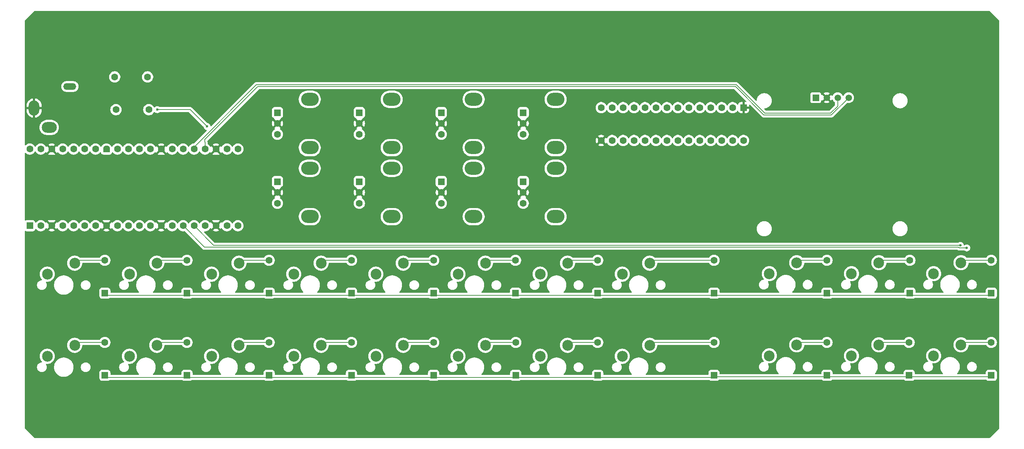
<source format=gbr>
%TF.GenerationSoftware,KiCad,Pcbnew,9.0.4-1.fc42*%
%TF.CreationDate,2025-11-01T05:47:49+00:00*%
%TF.ProjectId,dna,646e612e-6b69-4636-9164-5f7063625858,rev?*%
%TF.SameCoordinates,Original*%
%TF.FileFunction,Copper,L2,Bot*%
%TF.FilePolarity,Positive*%
%FSLAX46Y46*%
G04 Gerber Fmt 4.6, Leading zero omitted, Abs format (unit mm)*
G04 Created by KiCad (PCBNEW 9.0.4-1.fc42) date 2025-11-01 05:47:49*
%MOMM*%
%LPD*%
G01*
G04 APERTURE LIST*
G04 Aperture macros list*
%AMRoundRect*
0 Rectangle with rounded corners*
0 $1 Rounding radius*
0 $2 $3 $4 $5 $6 $7 $8 $9 X,Y pos of 4 corners*
0 Add a 4 corners polygon primitive as box body*
4,1,4,$2,$3,$4,$5,$6,$7,$8,$9,$2,$3,0*
0 Add four circle primitives for the rounded corners*
1,1,$1+$1,$2,$3*
1,1,$1+$1,$4,$5*
1,1,$1+$1,$6,$7*
1,1,$1+$1,$8,$9*
0 Add four rect primitives between the rounded corners*
20,1,$1+$1,$2,$3,$4,$5,0*
20,1,$1+$1,$4,$5,$6,$7,0*
20,1,$1+$1,$6,$7,$8,$9,0*
20,1,$1+$1,$8,$9,$2,$3,0*%
%AMFreePoly0*
4,1,37,0.603843,0.796157,0.639018,0.796157,0.711114,0.766294,0.766294,0.711114,0.796157,0.639018,0.796157,0.603843,0.800000,0.600000,0.800000,-0.600000,0.796157,-0.603843,0.796157,-0.639018,0.766294,-0.711114,0.711114,-0.766294,0.639018,-0.796157,0.603843,-0.796157,0.600000,-0.800000,0.000000,-0.800000,0.000000,-0.796148,-0.078414,-0.796148,-0.232228,-0.765552,-0.377117,-0.705537,
-0.507515,-0.618408,-0.618408,-0.507515,-0.705537,-0.377117,-0.765552,-0.232228,-0.796148,-0.078414,-0.796148,0.078414,-0.765552,0.232228,-0.705537,0.377117,-0.618408,0.507515,-0.507515,0.618408,-0.377117,0.705537,-0.232228,0.765552,-0.078414,0.796148,0.000000,0.796148,0.000000,0.800000,0.600000,0.800000,0.603843,0.796157,0.603843,0.796157,$1*%
%AMFreePoly1*
4,1,37,0.000000,0.796148,0.078414,0.796148,0.232228,0.765552,0.377117,0.705537,0.507515,0.618408,0.618408,0.507515,0.705537,0.377117,0.765552,0.232228,0.796148,0.078414,0.796148,-0.078414,0.765552,-0.232228,0.705537,-0.377117,0.618408,-0.507515,0.507515,-0.618408,0.377117,-0.705537,0.232228,-0.765552,0.078414,-0.796148,0.000000,-0.796148,0.000000,-0.800000,-0.600000,-0.800000,
-0.603843,-0.796157,-0.639018,-0.796157,-0.711114,-0.766294,-0.766294,-0.711114,-0.796157,-0.639018,-0.796157,-0.603843,-0.800000,-0.600000,-0.800000,0.600000,-0.796157,0.603843,-0.796157,0.639018,-0.766294,0.711114,-0.711114,0.766294,-0.639018,0.796157,-0.603843,0.796157,-0.600000,0.800000,0.000000,0.800000,0.000000,0.796148,0.000000,0.796148,$1*%
G04 Aperture macros list end*
%TA.AperFunction,ComponentPad*%
%ADD10R,1.508000X1.508000*%
%TD*%
%TA.AperFunction,ComponentPad*%
%ADD11C,1.508000*%
%TD*%
%TA.AperFunction,ComponentPad*%
%ADD12RoundRect,0.200000X0.600000X-0.600000X0.600000X0.600000X-0.600000X0.600000X-0.600000X-0.600000X0*%
%TD*%
%TA.AperFunction,ComponentPad*%
%ADD13C,1.600000*%
%TD*%
%TA.AperFunction,ComponentPad*%
%ADD14FreePoly0,90.000000*%
%TD*%
%TA.AperFunction,ComponentPad*%
%ADD15FreePoly1,90.000000*%
%TD*%
%TA.AperFunction,ComponentPad*%
%ADD16C,2.500000*%
%TD*%
%TA.AperFunction,ComponentPad*%
%ADD17RoundRect,0.250000X-0.550000X-0.550000X0.550000X-0.550000X0.550000X0.550000X-0.550000X0.550000X0*%
%TD*%
%TA.AperFunction,ComponentPad*%
%ADD18O,4.100000X3.000000*%
%TD*%
%TA.AperFunction,ComponentPad*%
%ADD19O,3.000000X1.500000*%
%TD*%
%TA.AperFunction,ComponentPad*%
%ADD20O,2.500000X3.500000*%
%TD*%
%TA.AperFunction,ComponentPad*%
%ADD21O,3.500000X2.500000*%
%TD*%
%TA.AperFunction,ComponentPad*%
%ADD22C,5.000000*%
%TD*%
%TA.AperFunction,ComponentPad*%
%ADD23RoundRect,0.250000X-0.550000X0.550000X-0.550000X-0.550000X0.550000X-0.550000X0.550000X0.550000X0*%
%TD*%
%TA.AperFunction,ComponentPad*%
%ADD24RoundRect,0.250000X0.550000X-0.550000X0.550000X0.550000X-0.550000X0.550000X-0.550000X-0.550000X0*%
%TD*%
%TA.AperFunction,ViaPad*%
%ADD25C,0.600000*%
%TD*%
%TA.AperFunction,Conductor*%
%ADD26C,0.200000*%
%TD*%
G04 APERTURE END LIST*
D10*
%TO.P,DS1,1,VDD*%
%TO.N,+3V3*%
X220440000Y-39600000D03*
D11*
%TO.P,DS1,2,GND*%
%TO.N,GND*%
X222980000Y-39600000D03*
%TO.P,DS1,3,SCK*%
%TO.N,DISP_SCL*%
X225520000Y-39600000D03*
%TO.P,DS1,4,SDA*%
%TO.N,DISP_SDA*%
X228060000Y-39600000D03*
%TD*%
D12*
%TO.P,A1,1,GPIO0*%
%TO.N,COL0*%
X38150000Y-69291250D03*
D13*
%TO.P,A1,2,GPIO1*%
%TO.N,COL1*%
X40690000Y-69291250D03*
D14*
%TO.P,A1,3,GND*%
%TO.N,GND*%
X43230000Y-69291250D03*
D13*
%TO.P,A1,4,GPIO2*%
%TO.N,COL2*%
X45770000Y-69291250D03*
%TO.P,A1,5,GPIO3*%
%TO.N,COL3*%
X48310000Y-69291250D03*
%TO.P,A1,6,GPIO4*%
%TO.N,COL4*%
X50850000Y-69291250D03*
%TO.P,A1,7,GPIO5*%
%TO.N,COL5*%
X53390000Y-69291250D03*
D14*
%TO.P,A1,8,GND*%
%TO.N,GND*%
X55930000Y-69291250D03*
D13*
%TO.P,A1,9,GPIO6*%
%TO.N,COL6*%
X58470000Y-69291250D03*
%TO.P,A1,10,GPIO7*%
%TO.N,COL7*%
X61010000Y-69291250D03*
%TO.P,A1,11,GPIO8*%
%TO.N,COL8*%
X63550000Y-69291250D03*
%TO.P,A1,12,GPIO9*%
%TO.N,COL9*%
X66090000Y-69291250D03*
D14*
%TO.P,A1,13,GND*%
%TO.N,GND*%
X68630000Y-69291250D03*
D13*
%TO.P,A1,14,GPIO10*%
%TO.N,COL10*%
X71170000Y-69291250D03*
%TO.P,A1,15,GPIO11*%
%TO.N,ROW0*%
X73710000Y-69291250D03*
%TO.P,A1,16,GPIO12*%
%TO.N,ROW1*%
X76250000Y-69291250D03*
%TO.P,A1,17,GPIO13*%
%TO.N,PICO_INT*%
X78790000Y-69291250D03*
D14*
%TO.P,A1,18,GND*%
%TO.N,GND*%
X81330000Y-69291250D03*
D13*
%TO.P,A1,19,GPIO14*%
%TO.N,IO_SDA*%
X83870000Y-69291250D03*
%TO.P,A1,20,GPIO15*%
%TO.N,IO_SCL*%
X86410000Y-69291250D03*
%TO.P,A1,21,GPIO16*%
%TO.N,unconnected-(A1-GPIO16-Pad21)*%
X86410000Y-51511250D03*
%TO.P,A1,22,GPIO17*%
%TO.N,MIDI_SINK*%
X83870000Y-51511250D03*
D15*
%TO.P,A1,23,GND*%
%TO.N,GND*%
X81330000Y-51511250D03*
D13*
%TO.P,A1,24,GPIO18*%
%TO.N,DISP_SDA*%
X78790000Y-51511250D03*
%TO.P,A1,25,GPIO19*%
%TO.N,DISP_SCL*%
X76250000Y-51511250D03*
%TO.P,A1,26,GPIO20*%
%TO.N,unconnected-(A1-GPIO20-Pad26)*%
X73710000Y-51511250D03*
%TO.P,A1,27,GPIO21*%
%TO.N,unconnected-(A1-GPIO21-Pad27)*%
X71170000Y-51511250D03*
D15*
%TO.P,A1,28,GND*%
%TO.N,GND*%
X68630000Y-51511250D03*
D13*
%TO.P,A1,29,GPIO22*%
%TO.N,unconnected-(A1-GPIO22-Pad29)*%
X66090000Y-51511250D03*
%TO.P,A1,30,RUN*%
%TO.N,unconnected-(A1-RUN-Pad30)*%
X63550000Y-51511250D03*
%TO.P,A1,31,GPIO26_ADC0*%
%TO.N,unconnected-(A1-GPIO26_ADC0-Pad31)*%
X61010000Y-51511250D03*
%TO.P,A1,32,GPIO27_ADC1*%
%TO.N,unconnected-(A1-GPIO27_ADC1-Pad32)*%
X58470000Y-51511250D03*
D15*
%TO.P,A1,33,AGND*%
%TO.N,unconnected-(A1-AGND-Pad33)*%
X55930000Y-51511250D03*
D13*
%TO.P,A1,34,GPIO28_ADC2*%
%TO.N,unconnected-(A1-GPIO28_ADC2-Pad34)*%
X53390000Y-51511250D03*
%TO.P,A1,35,ADC_VREF*%
%TO.N,unconnected-(A1-ADC_VREF-Pad35)*%
X50850000Y-51511250D03*
%TO.P,A1,36,3V3*%
%TO.N,+3V3*%
X48310000Y-51511250D03*
%TO.P,A1,37,3V3_EN*%
%TO.N,unconnected-(A1-3V3_EN-Pad37)*%
X45770000Y-51511250D03*
D15*
%TO.P,A1,38,GND*%
%TO.N,GND*%
X43230000Y-51511250D03*
D13*
%TO.P,A1,39,VSYS*%
%TO.N,unconnected-(A1-VSYS-Pad39)*%
X40690000Y-51511250D03*
%TO.P,A1,40,VBUS*%
%TO.N,unconnected-(A1-VBUS-Pad40)*%
X38150000Y-51511250D03*
%TD*%
D16*
%TO.P,MX16,1,1*%
%TO.N,COL4*%
X118423750Y-99566250D03*
%TO.P,MX16,2,2*%
%TO.N,Net-(D16-A)*%
X124773750Y-97026250D03*
%TD*%
D17*
%TO.P,SW4,A,A*%
%TO.N,ENC3_A*%
X152590900Y-43076500D03*
D13*
%TO.P,SW4,B,B*%
%TO.N,ENC3_B*%
X152590900Y-48076500D03*
%TO.P,SW4,C,C*%
%TO.N,GND*%
X152590900Y-45576500D03*
D18*
%TO.P,SW4,SH*%
%TO.N,N/C*%
X160090900Y-39976500D03*
X160090900Y-51176500D03*
%TD*%
D19*
%TO.P,J1,R*%
%TO.N,Net-(J1-PadR)*%
X47450000Y-37000000D03*
D20*
%TO.P,J1,S*%
%TO.N,GND*%
X39150000Y-42000000D03*
D21*
%TO.P,J1,T*%
%TO.N,Net-(J1-PadT)*%
X42650000Y-46500000D03*
%TD*%
D22*
%TO.P,REF\u002A\u002A,1*%
%TO.N,N/C*%
X259500000Y-115000000D03*
%TD*%
D16*
%TO.P,MX6,1,1*%
%TO.N,COL5*%
X137473750Y-80516250D03*
%TO.P,MX6,2,2*%
%TO.N,Net-(D6-A)*%
X143823750Y-77976250D03*
%TD*%
D17*
%TO.P,SW8,A,A*%
%TO.N,ENC7_A*%
X152590900Y-59076500D03*
D13*
%TO.P,SW8,B,B*%
%TO.N,ENC7_B*%
X152590900Y-64076500D03*
%TO.P,SW8,C,C*%
%TO.N,GND*%
X152590900Y-61576500D03*
D18*
%TO.P,SW8,SH*%
%TO.N,N/C*%
X160090900Y-55976500D03*
X160090900Y-67176500D03*
%TD*%
D16*
%TO.P,MX15,1,1*%
%TO.N,COL3*%
X99373750Y-99566250D03*
%TO.P,MX15,2,2*%
%TO.N,Net-(D15-A)*%
X105723750Y-97026250D03*
%TD*%
%TO.P,MX1,1,1*%
%TO.N,COL0*%
X42223750Y-80516250D03*
%TO.P,MX1,2,2*%
%TO.N,Net-(D1-A)*%
X48573750Y-77976250D03*
%TD*%
%TO.P,MX10,1,1*%
%TO.N,COL9*%
X228720000Y-80410000D03*
%TO.P,MX10,2,2*%
%TO.N,Net-(D10-A)*%
X235070000Y-77870000D03*
%TD*%
D13*
%TO.P,R2,1*%
%TO.N,Net-(J1-PadR)*%
X57850000Y-34772500D03*
%TO.P,R2,2*%
%TO.N,+3V3*%
X65470000Y-34772500D03*
%TD*%
D16*
%TO.P,MX13,1,1*%
%TO.N,COL1*%
X61273750Y-99566250D03*
%TO.P,MX13,2,2*%
%TO.N,Net-(D13-A)*%
X67623750Y-97026250D03*
%TD*%
D13*
%TO.P,R1,1*%
%TO.N,Net-(J1-PadT)*%
X58137500Y-42372500D03*
%TO.P,R1,2*%
%TO.N,MIDI_SINK*%
X65757500Y-42372500D03*
%TD*%
D22*
%TO.P,REF\u002A\u002A,1*%
%TO.N,N/C*%
X259500000Y-23000000D03*
%TD*%
D16*
%TO.P,MX18,1,1*%
%TO.N,COL6*%
X156523750Y-99566250D03*
%TO.P,MX18,2,2*%
%TO.N,Net-(D18-A)*%
X162873750Y-97026250D03*
%TD*%
%TO.P,MX5,1,1*%
%TO.N,COL4*%
X118423750Y-80516250D03*
%TO.P,MX5,2,2*%
%TO.N,Net-(D5-A)*%
X124773750Y-77976250D03*
%TD*%
%TO.P,MX8,1,1*%
%TO.N,COL7*%
X175573750Y-80516250D03*
%TO.P,MX8,2,2*%
%TO.N,Net-(D8-A)*%
X181923750Y-77976250D03*
%TD*%
D17*
%TO.P,SW1,A,A*%
%TO.N,ENC0_A*%
X95590900Y-43076500D03*
D13*
%TO.P,SW1,B,B*%
%TO.N,ENC0_B*%
X95590900Y-48076500D03*
%TO.P,SW1,C,C*%
%TO.N,GND*%
X95590900Y-45576500D03*
D18*
%TO.P,SW1,SH*%
%TO.N,N/C*%
X103090900Y-39976500D03*
X103090900Y-51176500D03*
%TD*%
D16*
%TO.P,MX17,1,1*%
%TO.N,COL5*%
X137473750Y-99566250D03*
%TO.P,MX17,2,2*%
%TO.N,Net-(D17-A)*%
X143823750Y-97026250D03*
%TD*%
D17*
%TO.P,SW2,A,A*%
%TO.N,ENC1_A*%
X114590900Y-43076500D03*
D13*
%TO.P,SW2,B,B*%
%TO.N,ENC1_B*%
X114590900Y-48076500D03*
%TO.P,SW2,C,C*%
%TO.N,GND*%
X114590900Y-45576500D03*
D18*
%TO.P,SW2,SH*%
%TO.N,N/C*%
X122090900Y-39976500D03*
X122090900Y-51176500D03*
%TD*%
D17*
%TO.P,SW5,A,A*%
%TO.N,ENC4_A*%
X95590900Y-59076500D03*
D13*
%TO.P,SW5,B,B*%
%TO.N,ENC4_B*%
X95590900Y-64076500D03*
%TO.P,SW5,C,C*%
%TO.N,GND*%
X95590900Y-61576500D03*
D18*
%TO.P,SW5,SH*%
%TO.N,N/C*%
X103090900Y-55976500D03*
X103090900Y-67176500D03*
%TD*%
D22*
%TO.P,REF\u002A\u002A,1*%
%TO.N,N/C*%
X40500000Y-115000000D03*
%TD*%
D16*
%TO.P,MX20,1,1*%
%TO.N,COL8*%
X209670000Y-99460000D03*
%TO.P,MX20,2,2*%
%TO.N,Net-(D20-A)*%
X216020000Y-96920000D03*
%TD*%
D17*
%TO.P,SW6,A,A*%
%TO.N,ENC5_A*%
X114590900Y-59076500D03*
D13*
%TO.P,SW6,B,B*%
%TO.N,ENC5_B*%
X114590900Y-64076500D03*
%TO.P,SW6,C,C*%
%TO.N,GND*%
X114590900Y-61576500D03*
D18*
%TO.P,SW6,SH*%
%TO.N,N/C*%
X122090900Y-55976500D03*
X122090900Y-67176500D03*
%TD*%
D16*
%TO.P,MX22,1,1*%
%TO.N,COL10*%
X247770000Y-99460000D03*
%TO.P,MX22,2,2*%
%TO.N,Net-(D22-A)*%
X254120000Y-96920000D03*
%TD*%
D22*
%TO.P,REF\u002A\u002A,1*%
%TO.N,N/C*%
X40500000Y-23000000D03*
%TD*%
D16*
%TO.P,MX7,1,1*%
%TO.N,COL6*%
X156523750Y-80516250D03*
%TO.P,MX7,2,2*%
%TO.N,Net-(D7-A)*%
X162873750Y-77976250D03*
%TD*%
%TO.P,MX14,1,1*%
%TO.N,COL2*%
X80323750Y-99566250D03*
%TO.P,MX14,2,2*%
%TO.N,Net-(D14-A)*%
X86673750Y-97026250D03*
%TD*%
%TO.P,MX9,1,1*%
%TO.N,COL8*%
X209670000Y-80410000D03*
%TO.P,MX9,2,2*%
%TO.N,Net-(D9-A)*%
X216020000Y-77870000D03*
%TD*%
D17*
%TO.P,SW7,A,A*%
%TO.N,ENC6_A*%
X133590900Y-59076500D03*
D13*
%TO.P,SW7,B,B*%
%TO.N,ENC6_B*%
X133590900Y-64076500D03*
%TO.P,SW7,C,C*%
%TO.N,GND*%
X133590900Y-61576500D03*
D18*
%TO.P,SW7,SH*%
%TO.N,N/C*%
X141090900Y-55976500D03*
X141090900Y-67176500D03*
%TD*%
D16*
%TO.P,MX3,1,1*%
%TO.N,COL2*%
X80323750Y-80516250D03*
%TO.P,MX3,2,2*%
%TO.N,Net-(D3-A)*%
X86673750Y-77976250D03*
%TD*%
%TO.P,MX12,1,1*%
%TO.N,COL0*%
X42223750Y-99566250D03*
%TO.P,MX12,2,2*%
%TO.N,Net-(D12-A)*%
X48573750Y-97026250D03*
%TD*%
%TO.P,MX4,1,1*%
%TO.N,COL3*%
X99373750Y-80516250D03*
%TO.P,MX4,2,2*%
%TO.N,Net-(D4-A)*%
X105723750Y-77976250D03*
%TD*%
%TO.P,MX19,1,1*%
%TO.N,COL7*%
X175573750Y-99566250D03*
%TO.P,MX19,2,2*%
%TO.N,Net-(D19-A)*%
X181923750Y-97026250D03*
%TD*%
D23*
%TO.P,U1,1,V_{SS}*%
%TO.N,GND*%
X203700000Y-41900000D03*
D13*
%TO.P,U1,2,NC*%
%TO.N,unconnected-(U1-NC-Pad2)*%
X201160000Y-41900000D03*
%TO.P,U1,3,GPB0*%
%TO.N,ENC0_A*%
X198620000Y-41900000D03*
%TO.P,U1,4,GPB1*%
%TO.N,ENC0_B*%
X196080000Y-41900000D03*
%TO.P,U1,5,GPB2*%
%TO.N,ENC1_A*%
X193540000Y-41900000D03*
%TO.P,U1,6,GPB3*%
%TO.N,ENC1_B*%
X191000000Y-41900000D03*
%TO.P,U1,7,GPB4*%
%TO.N,ENC2_A*%
X188460000Y-41900000D03*
%TO.P,U1,8,GPB5*%
%TO.N,ENC2_B*%
X185920000Y-41900000D03*
%TO.P,U1,9,GPB6*%
%TO.N,ENC3_A*%
X183380000Y-41900000D03*
%TO.P,U1,10,GPB7*%
%TO.N,ENC3_B*%
X180840000Y-41900000D03*
%TO.P,U1,11,V_{DD}*%
%TO.N,+3V3*%
X178300000Y-41900000D03*
%TO.P,U1,12,SCL*%
%TO.N,IO_SCL*%
X175760000Y-41900000D03*
%TO.P,U1,13,SDA*%
%TO.N,IO_SDA*%
X173220000Y-41900000D03*
%TO.P,U1,14,NC*%
%TO.N,unconnected-(U1-NC-Pad14)*%
X170680000Y-41900000D03*
%TO.P,U1,15,ADDR*%
%TO.N,GND*%
X170680000Y-49520000D03*
%TO.P,U1,16,~{RESET}*%
%TO.N,+3V3*%
X173220000Y-49520000D03*
%TO.P,U1,17,NC*%
%TO.N,unconnected-(U1-NC-Pad17)*%
X175760000Y-49520000D03*
%TO.P,U1,18,INTB*%
%TO.N,unconnected-(U1-INTB-Pad18)*%
X178300000Y-49520000D03*
%TO.P,U1,19,INTA*%
%TO.N,PICO_INT*%
X180840000Y-49520000D03*
%TO.P,U1,20,GPA0*%
%TO.N,ENC7_B*%
X183380000Y-49520000D03*
%TO.P,U1,21,GPA1*%
%TO.N,ENC7_A*%
X185920000Y-49520000D03*
%TO.P,U1,22,GPA2*%
%TO.N,ENC6_B*%
X188460000Y-49520000D03*
%TO.P,U1,23,GPA3*%
%TO.N,ENC6_A*%
X191000000Y-49520000D03*
%TO.P,U1,24,GPA4*%
%TO.N,ENC5_B*%
X193540000Y-49520000D03*
%TO.P,U1,25,GPA5*%
%TO.N,ENC5_A*%
X196080000Y-49520000D03*
%TO.P,U1,26,GPA6*%
%TO.N,ENC4_B*%
X198620000Y-49520000D03*
%TO.P,U1,27,GPA7*%
%TO.N,ENC4_A*%
X201160000Y-49520000D03*
%TO.P,U1,28,NC*%
%TO.N,unconnected-(U1-NC-Pad28)*%
X203700000Y-49520000D03*
%TD*%
D16*
%TO.P,MX21,1,1*%
%TO.N,COL9*%
X228720000Y-99460000D03*
%TO.P,MX21,2,2*%
%TO.N,Net-(D21-A)*%
X235070000Y-96920000D03*
%TD*%
%TO.P,MX11,1,1*%
%TO.N,COL10*%
X247770000Y-80410000D03*
%TO.P,MX11,2,2*%
%TO.N,Net-(D11-A)*%
X254120000Y-77870000D03*
%TD*%
D17*
%TO.P,SW3,A,A*%
%TO.N,ENC2_A*%
X133590900Y-43076500D03*
D13*
%TO.P,SW3,B,B*%
%TO.N,ENC2_B*%
X133590900Y-48076500D03*
%TO.P,SW3,C,C*%
%TO.N,GND*%
X133590900Y-45576500D03*
D18*
%TO.P,SW3,SH*%
%TO.N,N/C*%
X141090900Y-39976500D03*
X141090900Y-51176500D03*
%TD*%
D16*
%TO.P,MX2,1,1*%
%TO.N,COL1*%
X61273750Y-80516250D03*
%TO.P,MX2,2,2*%
%TO.N,Net-(D2-A)*%
X67623750Y-77976250D03*
%TD*%
D24*
%TO.P,D6,1,K*%
%TO.N,ROW0*%
X150812500Y-84931250D03*
D13*
%TO.P,D6,2,A*%
%TO.N,Net-(D6-A)*%
X150812500Y-77311250D03*
%TD*%
D24*
%TO.P,D18,1,K*%
%TO.N,ROW1*%
X169862500Y-103981250D03*
D13*
%TO.P,D18,2,A*%
%TO.N,Net-(D18-A)*%
X169862500Y-96361250D03*
%TD*%
D24*
%TO.P,D10,1,K*%
%TO.N,ROW0*%
X242267500Y-84931250D03*
D13*
%TO.P,D10,2,A*%
%TO.N,Net-(D10-A)*%
X242267500Y-77311250D03*
%TD*%
D24*
%TO.P,D3,1,K*%
%TO.N,ROW0*%
X93662500Y-84931250D03*
D13*
%TO.P,D3,2,A*%
%TO.N,Net-(D3-A)*%
X93662500Y-77311250D03*
%TD*%
D24*
%TO.P,D16,1,K*%
%TO.N,ROW1*%
X131812500Y-103981250D03*
D13*
%TO.P,D16,2,A*%
%TO.N,Net-(D16-A)*%
X131812500Y-96361250D03*
%TD*%
D24*
%TO.P,D15,1,K*%
%TO.N,ROW1*%
X112762500Y-103981250D03*
D13*
%TO.P,D15,2,A*%
%TO.N,Net-(D15-A)*%
X112762500Y-96361250D03*
%TD*%
D24*
%TO.P,D1,1,K*%
%TO.N,ROW0*%
X55562500Y-84931250D03*
D13*
%TO.P,D1,2,A*%
%TO.N,Net-(D1-A)*%
X55562500Y-77311250D03*
%TD*%
D24*
%TO.P,D5,1,K*%
%TO.N,ROW0*%
X131812500Y-84931250D03*
D13*
%TO.P,D5,2,A*%
%TO.N,Net-(D5-A)*%
X131812500Y-77311250D03*
%TD*%
D24*
%TO.P,D8,1,K*%
%TO.N,ROW0*%
X196850000Y-84931250D03*
D13*
%TO.P,D8,2,A*%
%TO.N,Net-(D8-A)*%
X196850000Y-77311250D03*
%TD*%
D24*
%TO.P,D17,1,K*%
%TO.N,ROW1*%
X150862500Y-103981250D03*
D13*
%TO.P,D17,2,A*%
%TO.N,Net-(D17-A)*%
X150862500Y-96361250D03*
%TD*%
D24*
%TO.P,D19,1,K*%
%TO.N,ROW1*%
X196850000Y-103981250D03*
D13*
%TO.P,D19,2,A*%
%TO.N,Net-(D19-A)*%
X196850000Y-96361250D03*
%TD*%
D24*
%TO.P,D13,1,K*%
%TO.N,ROW1*%
X74612500Y-103981250D03*
D13*
%TO.P,D13,2,A*%
%TO.N,Net-(D13-A)*%
X74612500Y-96361250D03*
%TD*%
D24*
%TO.P,D14,1,K*%
%TO.N,ROW1*%
X93662500Y-103981250D03*
D13*
%TO.P,D14,2,A*%
%TO.N,Net-(D14-A)*%
X93662500Y-96361250D03*
%TD*%
D24*
%TO.P,D7,1,K*%
%TO.N,ROW0*%
X169862500Y-84931250D03*
D13*
%TO.P,D7,2,A*%
%TO.N,Net-(D7-A)*%
X169862500Y-77311250D03*
%TD*%
D24*
%TO.P,D11,1,K*%
%TO.N,ROW0*%
X261143750Y-84931250D03*
D13*
%TO.P,D11,2,A*%
%TO.N,Net-(D11-A)*%
X261143750Y-77311250D03*
%TD*%
D24*
%TO.P,D2,1,K*%
%TO.N,ROW0*%
X74612500Y-84931250D03*
D13*
%TO.P,D2,2,A*%
%TO.N,Net-(D2-A)*%
X74612500Y-77311250D03*
%TD*%
D24*
%TO.P,D21,1,K*%
%TO.N,ROW1*%
X242093750Y-103981250D03*
D13*
%TO.P,D21,2,A*%
%TO.N,Net-(D21-A)*%
X242093750Y-96361250D03*
%TD*%
D24*
%TO.P,D22,1,K*%
%TO.N,ROW1*%
X261143750Y-103981250D03*
D13*
%TO.P,D22,2,A*%
%TO.N,Net-(D22-A)*%
X261143750Y-96361250D03*
%TD*%
D24*
%TO.P,D12,1,K*%
%TO.N,ROW1*%
X55562500Y-103981250D03*
D13*
%TO.P,D12,2,A*%
%TO.N,Net-(D12-A)*%
X55562500Y-96361250D03*
%TD*%
D24*
%TO.P,D9,1,K*%
%TO.N,ROW0*%
X223043750Y-84931250D03*
D13*
%TO.P,D9,2,A*%
%TO.N,Net-(D9-A)*%
X223043750Y-77311250D03*
%TD*%
D24*
%TO.P,D4,1,K*%
%TO.N,ROW0*%
X112762500Y-84931250D03*
D13*
%TO.P,D4,2,A*%
%TO.N,Net-(D4-A)*%
X112762500Y-77311250D03*
%TD*%
D24*
%TO.P,D20,1,K*%
%TO.N,ROW1*%
X223043750Y-103981250D03*
D13*
%TO.P,D20,2,A*%
%TO.N,Net-(D20-A)*%
X223043750Y-96361250D03*
%TD*%
D25*
%TO.N,ROW1*%
X253975737Y-73849266D03*
%TO.N,ROW0*%
X255467050Y-74437270D03*
%TO.N,MIDI_SINK*%
X67700000Y-42372500D03*
X79250000Y-46272500D03*
%TD*%
D26*
%TO.N,ROW1*%
X80808016Y-73849266D02*
X76250000Y-69291250D01*
X131336500Y-104457250D02*
X113238500Y-104457250D01*
X112762500Y-103981250D02*
X112286500Y-104457250D01*
X131812500Y-103981250D02*
X131336500Y-104457250D01*
X113238500Y-104457250D02*
X112762500Y-103981250D01*
X150386500Y-104457250D02*
X150862500Y-103981250D01*
X170338500Y-104457250D02*
X169862500Y-103981250D01*
X94138500Y-104457250D02*
X93662500Y-103981250D01*
X74612500Y-103981250D02*
X75088500Y-104457250D01*
X112286500Y-104457250D02*
X94138500Y-104457250D01*
X132288500Y-104457250D02*
X150386500Y-104457250D01*
X241724000Y-104351000D02*
X223413500Y-104351000D01*
X74136500Y-104457250D02*
X74612500Y-103981250D01*
X131812500Y-103981250D02*
X132288500Y-104457250D01*
X151338500Y-104457250D02*
X169386500Y-104457250D01*
X222674000Y-104351000D02*
X197219750Y-104351000D01*
X260774000Y-104351000D02*
X242463500Y-104351000D01*
X261143750Y-103981250D02*
X260774000Y-104351000D01*
X197219750Y-104351000D02*
X196850000Y-103981250D01*
X56038500Y-104457250D02*
X74136500Y-104457250D01*
X196850000Y-103981250D02*
X196374000Y-104457250D01*
X242463500Y-104351000D02*
X242093750Y-103981250D01*
X93186500Y-104457250D02*
X93662500Y-103981250D01*
X223413500Y-104351000D02*
X223043750Y-103981250D01*
X75088500Y-104457250D02*
X93186500Y-104457250D01*
X196374000Y-104457250D02*
X170338500Y-104457250D01*
X150862500Y-103981250D02*
X151338500Y-104457250D01*
X169386500Y-104457250D02*
X169862500Y-103981250D01*
X223043750Y-103981250D02*
X222674000Y-104351000D01*
X242093750Y-103981250D02*
X241724000Y-104351000D01*
X253975737Y-73849266D02*
X80808016Y-73849266D01*
X55562500Y-103981250D02*
X56038500Y-104457250D01*
%TO.N,ROW0*%
X74136500Y-85407250D02*
X74612500Y-84931250D01*
X55562500Y-84931250D02*
X56038500Y-85407250D01*
X93186500Y-85407250D02*
X93662500Y-84931250D01*
X78669016Y-74250266D02*
X73710000Y-69291250D01*
X253526794Y-74250266D02*
X78669016Y-74250266D01*
X255454054Y-74450266D02*
X253726794Y-74450266D01*
X74612500Y-84931250D02*
X75088500Y-85407250D01*
X253726794Y-74450266D02*
X253526794Y-74250266D01*
X260667750Y-85407250D02*
X261143750Y-84931250D01*
X94138500Y-85407250D02*
X260667750Y-85407250D01*
X255467050Y-74437270D02*
X255454054Y-74450266D01*
X75088500Y-85407250D02*
X93186500Y-85407250D01*
X56038500Y-85407250D02*
X74136500Y-85407250D01*
X93662500Y-84931250D02*
X94138500Y-85407250D01*
%TO.N,DISP_SDA*%
X78772500Y-49306250D02*
X78772500Y-49906250D01*
X91057250Y-37021500D02*
X78772500Y-49306250D01*
X78790000Y-49923750D02*
X78790000Y-51511250D01*
X224060000Y-43600000D02*
X208400000Y-43600000D01*
X228060000Y-39600000D02*
X224060000Y-43600000D01*
X78772500Y-49906250D02*
X78790000Y-49923750D01*
X208400000Y-43600000D02*
X201821500Y-37021500D01*
X201821500Y-37021500D02*
X91057250Y-37021500D01*
%TO.N,DISP_SCL*%
X202020500Y-36620500D02*
X90664500Y-36620500D01*
X76250000Y-51035000D02*
X76250000Y-51511250D01*
X90664500Y-36620500D02*
X76250000Y-51035000D01*
X208599000Y-43199000D02*
X202020500Y-36620500D01*
X225520000Y-39600000D02*
X225520000Y-41572900D01*
X225520000Y-41572900D02*
X223893900Y-43199000D01*
X223893900Y-43199000D02*
X208599000Y-43199000D01*
%TO.N,+3V3*%
X178800000Y-42260000D02*
X178800000Y-42000000D01*
%TO.N,MIDI_SINK*%
X75350000Y-42372500D02*
X79250000Y-46272500D01*
X67700000Y-42372500D02*
X75350000Y-42372500D01*
%TO.N,Net-(D1-A)*%
X55562500Y-77311250D02*
X49238750Y-77311250D01*
X49238750Y-77311250D02*
X48573750Y-77976250D01*
%TO.N,Net-(D2-A)*%
X74612500Y-77311250D02*
X68288750Y-77311250D01*
X68288750Y-77311250D02*
X67623750Y-77976250D01*
%TO.N,Net-(D3-A)*%
X87338750Y-77311250D02*
X86673750Y-77976250D01*
X93662500Y-77311250D02*
X87338750Y-77311250D01*
%TO.N,Net-(D4-A)*%
X106388750Y-77311250D02*
X105723750Y-77976250D01*
X112762500Y-77311250D02*
X106388750Y-77311250D01*
%TO.N,Net-(D5-A)*%
X131812500Y-77311250D02*
X125438750Y-77311250D01*
X125438750Y-77311250D02*
X124773750Y-77976250D01*
%TO.N,Net-(D6-A)*%
X144488750Y-77311250D02*
X143823750Y-77976250D01*
X150812500Y-77311250D02*
X144488750Y-77311250D01*
%TO.N,Net-(D7-A)*%
X163538750Y-77311250D02*
X162873750Y-77976250D01*
X169862500Y-77311250D02*
X163538750Y-77311250D01*
%TO.N,Net-(D8-A)*%
X182588750Y-77311250D02*
X181923750Y-77976250D01*
X196850000Y-77311250D02*
X182588750Y-77311250D01*
%TO.N,Net-(D9-A)*%
X216578750Y-77311250D02*
X216020000Y-77870000D01*
X223043750Y-77311250D02*
X216578750Y-77311250D01*
%TO.N,Net-(D10-A)*%
X242267500Y-77311250D02*
X235628750Y-77311250D01*
X235628750Y-77311250D02*
X235070000Y-77870000D01*
X235222500Y-78022500D02*
X235070000Y-77870000D01*
%TO.N,Net-(D11-A)*%
X254678750Y-77311250D02*
X254120000Y-77870000D01*
X261143750Y-77311250D02*
X254678750Y-77311250D01*
%TO.N,Net-(D12-A)*%
X49238750Y-96361250D02*
X48573750Y-97026250D01*
X55562500Y-96361250D02*
X49238750Y-96361250D01*
%TO.N,Net-(D13-A)*%
X74612500Y-96361250D02*
X68288750Y-96361250D01*
X68288750Y-96361250D02*
X67623750Y-97026250D01*
%TO.N,Net-(D14-A)*%
X87338750Y-96361250D02*
X86673750Y-97026250D01*
X93662500Y-96361250D02*
X87338750Y-96361250D01*
%TO.N,Net-(D15-A)*%
X106388750Y-96361250D02*
X105723750Y-97026250D01*
X112762500Y-96361250D02*
X106388750Y-96361250D01*
%TO.N,Net-(D16-A)*%
X131812500Y-96361250D02*
X125438750Y-96361250D01*
X125438750Y-96361250D02*
X124773750Y-97026250D01*
%TO.N,Net-(D17-A)*%
X150862500Y-96361250D02*
X144488750Y-96361250D01*
X144488750Y-96361250D02*
X143823750Y-97026250D01*
%TO.N,Net-(D18-A)*%
X163538750Y-96361250D02*
X162873750Y-97026250D01*
X169862500Y-96361250D02*
X163538750Y-96361250D01*
%TO.N,Net-(D19-A)*%
X196850000Y-96361250D02*
X182588750Y-96361250D01*
X182588750Y-96361250D02*
X181923750Y-97026250D01*
%TO.N,Net-(D20-A)*%
X223043750Y-96361250D02*
X216578750Y-96361250D01*
X216578750Y-96361250D02*
X216020000Y-96920000D01*
%TO.N,Net-(D21-A)*%
X235628750Y-96361250D02*
X235070000Y-96920000D01*
X242093750Y-96361250D02*
X235628750Y-96361250D01*
X235222500Y-97072500D02*
X235070000Y-96920000D01*
%TO.N,Net-(D22-A)*%
X254678750Y-96361250D02*
X254120000Y-96920000D01*
X261143750Y-96361250D02*
X254678750Y-96361250D01*
%TD*%
%TA.AperFunction,Conductor*%
%TO.N,GND*%
G36*
X260808363Y-19520185D02*
G01*
X260829005Y-19536819D01*
X262963181Y-21670995D01*
X262996666Y-21732318D01*
X262999500Y-21758676D01*
X262999500Y-116241324D01*
X262979815Y-116308363D01*
X262963181Y-116329005D01*
X260829005Y-118463181D01*
X260767682Y-118496666D01*
X260741324Y-118499500D01*
X39258676Y-118499500D01*
X39191637Y-118479815D01*
X39170995Y-118463181D01*
X37036819Y-116329005D01*
X37003334Y-116267682D01*
X37000500Y-116241324D01*
X37000500Y-114881902D01*
X38999500Y-114881902D01*
X38999500Y-115118097D01*
X39036446Y-115351368D01*
X39109433Y-115575996D01*
X39216657Y-115786433D01*
X39355483Y-115977510D01*
X39522490Y-116144517D01*
X39713567Y-116283343D01*
X39731904Y-116292686D01*
X39924003Y-116390566D01*
X39924005Y-116390566D01*
X39924008Y-116390568D01*
X40044412Y-116429689D01*
X40148631Y-116463553D01*
X40381903Y-116500500D01*
X40381908Y-116500500D01*
X40618097Y-116500500D01*
X40851368Y-116463553D01*
X41075992Y-116390568D01*
X41286433Y-116283343D01*
X41477510Y-116144517D01*
X41644517Y-115977510D01*
X41783343Y-115786433D01*
X41890568Y-115575992D01*
X41963553Y-115351368D01*
X42000500Y-115118097D01*
X42000500Y-114881902D01*
X257999500Y-114881902D01*
X257999500Y-115118097D01*
X258036446Y-115351368D01*
X258109433Y-115575996D01*
X258216657Y-115786433D01*
X258355483Y-115977510D01*
X258522490Y-116144517D01*
X258713567Y-116283343D01*
X258731904Y-116292686D01*
X258924003Y-116390566D01*
X258924005Y-116390566D01*
X258924008Y-116390568D01*
X259044412Y-116429689D01*
X259148631Y-116463553D01*
X259381903Y-116500500D01*
X259381908Y-116500500D01*
X259618097Y-116500500D01*
X259851368Y-116463553D01*
X260075992Y-116390568D01*
X260286433Y-116283343D01*
X260477510Y-116144517D01*
X260644517Y-115977510D01*
X260783343Y-115786433D01*
X260890568Y-115575992D01*
X260963553Y-115351368D01*
X261000500Y-115118097D01*
X261000500Y-114881902D01*
X260963553Y-114648631D01*
X260890566Y-114424003D01*
X260783342Y-114213566D01*
X260644517Y-114022490D01*
X260477510Y-113855483D01*
X260286433Y-113716657D01*
X260075996Y-113609433D01*
X259851368Y-113536446D01*
X259618097Y-113499500D01*
X259618092Y-113499500D01*
X259381908Y-113499500D01*
X259381903Y-113499500D01*
X259148631Y-113536446D01*
X258924003Y-113609433D01*
X258713566Y-113716657D01*
X258604550Y-113795862D01*
X258522490Y-113855483D01*
X258522488Y-113855485D01*
X258522487Y-113855485D01*
X258355485Y-114022487D01*
X258355485Y-114022488D01*
X258355483Y-114022490D01*
X258295862Y-114104550D01*
X258216657Y-114213566D01*
X258109433Y-114424003D01*
X258036446Y-114648631D01*
X257999500Y-114881902D01*
X42000500Y-114881902D01*
X41963553Y-114648631D01*
X41890566Y-114424003D01*
X41783342Y-114213566D01*
X41644517Y-114022490D01*
X41477510Y-113855483D01*
X41286433Y-113716657D01*
X41075996Y-113609433D01*
X40851368Y-113536446D01*
X40618097Y-113499500D01*
X40618092Y-113499500D01*
X40381908Y-113499500D01*
X40381903Y-113499500D01*
X40148631Y-113536446D01*
X39924003Y-113609433D01*
X39713566Y-113716657D01*
X39604550Y-113795862D01*
X39522490Y-113855483D01*
X39522488Y-113855485D01*
X39522487Y-113855485D01*
X39355485Y-114022487D01*
X39355485Y-114022488D01*
X39355483Y-114022490D01*
X39295862Y-114104550D01*
X39216657Y-114213566D01*
X39109433Y-114424003D01*
X39036446Y-114648631D01*
X38999500Y-114881902D01*
X37000500Y-114881902D01*
X37000500Y-102017671D01*
X39828250Y-102017671D01*
X39828250Y-102194829D01*
X39842107Y-102282317D01*
X39855964Y-102369806D01*
X39910706Y-102538289D01*
X39910707Y-102538292D01*
X39983294Y-102680750D01*
X39991136Y-102696140D01*
X40095267Y-102839464D01*
X40220536Y-102964733D01*
X40363860Y-103068864D01*
X40432327Y-103103750D01*
X40521707Y-103149292D01*
X40521710Y-103149293D01*
X40605951Y-103176664D01*
X40690195Y-103204036D01*
X40865171Y-103231750D01*
X40865172Y-103231750D01*
X41042328Y-103231750D01*
X41042329Y-103231750D01*
X41217305Y-103204036D01*
X41385792Y-103149292D01*
X41543640Y-103068864D01*
X41686964Y-102964733D01*
X41812233Y-102839464D01*
X41916364Y-102696140D01*
X41996792Y-102538292D01*
X42051536Y-102369805D01*
X42079250Y-102194829D01*
X42079250Y-102017671D01*
X42069915Y-101958736D01*
X43783250Y-101958736D01*
X43783250Y-102253763D01*
X43807769Y-102439993D01*
X43821757Y-102546243D01*
X43898111Y-102831201D01*
X43898114Y-102831211D01*
X44011004Y-103103750D01*
X44011008Y-103103760D01*
X44158511Y-103359243D01*
X44338102Y-103593290D01*
X44338108Y-103593297D01*
X44546702Y-103801891D01*
X44546709Y-103801897D01*
X44780756Y-103981488D01*
X45036239Y-104128991D01*
X45036240Y-104128991D01*
X45036243Y-104128993D01*
X45308798Y-104241889D01*
X45593757Y-104318243D01*
X45886244Y-104356750D01*
X45886251Y-104356750D01*
X46181249Y-104356750D01*
X46181256Y-104356750D01*
X46473743Y-104318243D01*
X46758702Y-104241889D01*
X47031257Y-104128993D01*
X47286744Y-103981488D01*
X47520792Y-103801896D01*
X47729396Y-103593292D01*
X47892115Y-103381233D01*
X54262000Y-103381233D01*
X54262000Y-104581251D01*
X54262001Y-104581268D01*
X54272500Y-104684046D01*
X54272501Y-104684049D01*
X54327685Y-104850581D01*
X54327686Y-104850584D01*
X54419788Y-104999906D01*
X54543844Y-105123962D01*
X54693166Y-105216064D01*
X54859703Y-105271249D01*
X54962491Y-105281750D01*
X56162508Y-105281749D01*
X56265297Y-105271249D01*
X56431834Y-105216064D01*
X56581156Y-105123962D01*
X56611049Y-105094069D01*
X56672372Y-105060584D01*
X56698730Y-105057750D01*
X73476270Y-105057750D01*
X73543309Y-105077435D01*
X73563951Y-105094069D01*
X73593844Y-105123962D01*
X73743166Y-105216064D01*
X73909703Y-105271249D01*
X74012491Y-105281750D01*
X75212508Y-105281749D01*
X75315297Y-105271249D01*
X75481834Y-105216064D01*
X75631156Y-105123962D01*
X75661049Y-105094069D01*
X75722372Y-105060584D01*
X75748730Y-105057750D01*
X92526270Y-105057750D01*
X92593309Y-105077435D01*
X92613951Y-105094069D01*
X92643844Y-105123962D01*
X92793166Y-105216064D01*
X92959703Y-105271249D01*
X93062491Y-105281750D01*
X94262508Y-105281749D01*
X94365297Y-105271249D01*
X94531834Y-105216064D01*
X94681156Y-105123962D01*
X94711049Y-105094069D01*
X94772372Y-105060584D01*
X94798730Y-105057750D01*
X111626270Y-105057750D01*
X111693309Y-105077435D01*
X111713951Y-105094069D01*
X111743844Y-105123962D01*
X111893166Y-105216064D01*
X112059703Y-105271249D01*
X112162491Y-105281750D01*
X113362508Y-105281749D01*
X113465297Y-105271249D01*
X113631834Y-105216064D01*
X113781156Y-105123962D01*
X113811049Y-105094069D01*
X113872372Y-105060584D01*
X113898730Y-105057750D01*
X130676270Y-105057750D01*
X130743309Y-105077435D01*
X130763951Y-105094069D01*
X130793844Y-105123962D01*
X130943166Y-105216064D01*
X131109703Y-105271249D01*
X131212491Y-105281750D01*
X132412508Y-105281749D01*
X132515297Y-105271249D01*
X132681834Y-105216064D01*
X132831156Y-105123962D01*
X132861049Y-105094069D01*
X132922372Y-105060584D01*
X132948730Y-105057750D01*
X149726270Y-105057750D01*
X149793309Y-105077435D01*
X149813951Y-105094069D01*
X149843844Y-105123962D01*
X149993166Y-105216064D01*
X150159703Y-105271249D01*
X150262491Y-105281750D01*
X151462508Y-105281749D01*
X151565297Y-105271249D01*
X151731834Y-105216064D01*
X151881156Y-105123962D01*
X151911049Y-105094069D01*
X151972372Y-105060584D01*
X151998730Y-105057750D01*
X168726270Y-105057750D01*
X168793309Y-105077435D01*
X168813951Y-105094069D01*
X168843844Y-105123962D01*
X168993166Y-105216064D01*
X169159703Y-105271249D01*
X169262491Y-105281750D01*
X170462508Y-105281749D01*
X170565297Y-105271249D01*
X170731834Y-105216064D01*
X170881156Y-105123962D01*
X170911049Y-105094069D01*
X170972372Y-105060584D01*
X170998730Y-105057750D01*
X195713770Y-105057750D01*
X195780809Y-105077435D01*
X195801451Y-105094069D01*
X195831344Y-105123962D01*
X195980666Y-105216064D01*
X196147203Y-105271249D01*
X196249991Y-105281750D01*
X197450008Y-105281749D01*
X197552797Y-105271249D01*
X197719334Y-105216064D01*
X197868656Y-105123962D01*
X197992712Y-104999906D01*
X197992717Y-104999896D01*
X197993751Y-104998591D01*
X197994696Y-104997921D01*
X197997819Y-104994799D01*
X197998352Y-104995332D01*
X198050772Y-104958213D01*
X198091019Y-104951500D01*
X221802731Y-104951500D01*
X221869770Y-104971185D01*
X221895876Y-104994853D01*
X221895931Y-104994799D01*
X221897043Y-104995911D01*
X221899999Y-104998591D01*
X221901035Y-104999902D01*
X221901038Y-104999906D01*
X222025094Y-105123962D01*
X222174416Y-105216064D01*
X222340953Y-105271249D01*
X222443741Y-105281750D01*
X223643758Y-105281749D01*
X223746547Y-105271249D01*
X223913084Y-105216064D01*
X224062406Y-105123962D01*
X224186462Y-104999906D01*
X224186467Y-104999896D01*
X224187501Y-104998591D01*
X224188446Y-104997921D01*
X224191569Y-104994799D01*
X224192102Y-104995332D01*
X224244522Y-104958213D01*
X224284769Y-104951500D01*
X240852731Y-104951500D01*
X240919770Y-104971185D01*
X240945876Y-104994853D01*
X240945931Y-104994799D01*
X240947043Y-104995911D01*
X240949999Y-104998591D01*
X240951035Y-104999902D01*
X240951038Y-104999906D01*
X241075094Y-105123962D01*
X241224416Y-105216064D01*
X241390953Y-105271249D01*
X241493741Y-105281750D01*
X242693758Y-105281749D01*
X242796547Y-105271249D01*
X242963084Y-105216064D01*
X243112406Y-105123962D01*
X243236462Y-104999906D01*
X243236467Y-104999896D01*
X243237501Y-104998591D01*
X243238446Y-104997921D01*
X243241569Y-104994799D01*
X243242102Y-104995332D01*
X243294522Y-104958213D01*
X243334769Y-104951500D01*
X259902731Y-104951500D01*
X259969770Y-104971185D01*
X259995876Y-104994853D01*
X259995931Y-104994799D01*
X259997043Y-104995911D01*
X259999999Y-104998591D01*
X260001035Y-104999902D01*
X260001038Y-104999906D01*
X260125094Y-105123962D01*
X260274416Y-105216064D01*
X260440953Y-105271249D01*
X260543741Y-105281750D01*
X261743758Y-105281749D01*
X261846547Y-105271249D01*
X262013084Y-105216064D01*
X262162406Y-105123962D01*
X262286462Y-104999906D01*
X262378564Y-104850584D01*
X262433749Y-104684047D01*
X262444250Y-104581259D01*
X262444249Y-103381242D01*
X262433749Y-103278453D01*
X262378564Y-103111916D01*
X262286462Y-102962594D01*
X262162406Y-102838538D01*
X262013084Y-102746436D01*
X261846547Y-102691251D01*
X261846545Y-102691250D01*
X261743760Y-102680750D01*
X260543748Y-102680750D01*
X260543731Y-102680751D01*
X260440953Y-102691250D01*
X260440950Y-102691251D01*
X260274418Y-102746435D01*
X260274413Y-102746437D01*
X260125092Y-102838539D01*
X260001039Y-102962592D01*
X259908937Y-103111913D01*
X259908935Y-103111918D01*
X259896551Y-103149292D01*
X259853751Y-103278453D01*
X259853751Y-103278454D01*
X259853750Y-103278454D01*
X259843250Y-103381233D01*
X259843250Y-103626500D01*
X259823565Y-103693539D01*
X259770761Y-103739294D01*
X259719250Y-103750500D01*
X253311551Y-103750500D01*
X253244512Y-103730815D01*
X253198757Y-103678011D01*
X253188813Y-103608853D01*
X253217838Y-103545297D01*
X253223870Y-103538819D01*
X253275641Y-103487047D01*
X253275646Y-103487042D01*
X253455238Y-103252994D01*
X253602743Y-102997507D01*
X253715639Y-102724952D01*
X253791993Y-102439993D01*
X253830500Y-102147506D01*
X253830500Y-101911421D01*
X255534500Y-101911421D01*
X255534500Y-102088578D01*
X255562214Y-102263556D01*
X255616956Y-102432039D01*
X255616957Y-102432042D01*
X255697386Y-102589890D01*
X255801517Y-102733214D01*
X255926786Y-102858483D01*
X256070110Y-102962614D01*
X256138577Y-102997500D01*
X256227957Y-103043042D01*
X256227960Y-103043043D01*
X256307428Y-103068863D01*
X256396445Y-103097786D01*
X256571421Y-103125500D01*
X256571422Y-103125500D01*
X256748578Y-103125500D01*
X256748579Y-103125500D01*
X256923555Y-103097786D01*
X257092042Y-103043042D01*
X257249890Y-102962614D01*
X257393214Y-102858483D01*
X257518483Y-102733214D01*
X257622614Y-102589890D01*
X257703042Y-102432042D01*
X257757786Y-102263555D01*
X257785500Y-102088579D01*
X257785500Y-101911421D01*
X257757786Y-101736445D01*
X257703042Y-101567958D01*
X257703042Y-101567957D01*
X257622613Y-101410109D01*
X257611518Y-101394838D01*
X257518483Y-101266786D01*
X257393214Y-101141517D01*
X257249890Y-101037386D01*
X257241953Y-101033342D01*
X257092042Y-100956957D01*
X257092039Y-100956956D01*
X256923556Y-100902214D01*
X256815933Y-100885168D01*
X256748579Y-100874500D01*
X256571421Y-100874500D01*
X256513095Y-100883738D01*
X256396443Y-100902214D01*
X256227960Y-100956956D01*
X256227957Y-100956957D01*
X256070109Y-101037386D01*
X256034570Y-101063207D01*
X255926786Y-101141517D01*
X255926784Y-101141519D01*
X255926783Y-101141519D01*
X255801519Y-101266783D01*
X255801519Y-101266784D01*
X255801517Y-101266786D01*
X255774002Y-101304657D01*
X255697386Y-101410109D01*
X255616957Y-101567957D01*
X255616956Y-101567960D01*
X255562214Y-101736443D01*
X255534500Y-101911421D01*
X253830500Y-101911421D01*
X253830500Y-101852494D01*
X253791993Y-101560007D01*
X253715639Y-101275048D01*
X253602743Y-101002493D01*
X253590119Y-100980628D01*
X253455238Y-100747006D01*
X253275647Y-100512959D01*
X253275641Y-100512952D01*
X253067047Y-100304358D01*
X253067040Y-100304352D01*
X252832993Y-100124761D01*
X252577510Y-99977258D01*
X252577500Y-99977254D01*
X252304961Y-99864364D01*
X252304954Y-99864362D01*
X252304952Y-99864361D01*
X252019993Y-99788007D01*
X251971113Y-99781571D01*
X251727513Y-99749500D01*
X251727506Y-99749500D01*
X251432494Y-99749500D01*
X251432486Y-99749500D01*
X251154085Y-99786153D01*
X251140007Y-99788007D01*
X250887185Y-99855750D01*
X250855048Y-99864361D01*
X250855038Y-99864364D01*
X250582499Y-99977254D01*
X250582489Y-99977258D01*
X250327006Y-100124761D01*
X250092959Y-100304352D01*
X250092952Y-100304358D01*
X249884358Y-100512952D01*
X249884352Y-100512959D01*
X249704761Y-100747006D01*
X249557258Y-101002489D01*
X249557254Y-101002499D01*
X249444364Y-101275038D01*
X249444361Y-101275048D01*
X249379703Y-101516359D01*
X249368008Y-101560004D01*
X249368006Y-101560015D01*
X249329500Y-101852486D01*
X249329500Y-102147513D01*
X249335730Y-102194829D01*
X249368007Y-102439993D01*
X249435331Y-102691250D01*
X249444361Y-102724951D01*
X249444364Y-102724961D01*
X249557254Y-102997500D01*
X249557258Y-102997510D01*
X249704761Y-103252993D01*
X249884352Y-103487040D01*
X249884358Y-103487047D01*
X249936130Y-103538819D01*
X249969615Y-103600142D01*
X249964631Y-103669834D01*
X249922759Y-103725767D01*
X249857295Y-103750184D01*
X249848449Y-103750500D01*
X243518249Y-103750500D01*
X243451210Y-103730815D01*
X243405455Y-103678011D01*
X243394249Y-103626500D01*
X243394249Y-103381248D01*
X243394248Y-103381231D01*
X243383749Y-103278453D01*
X243383748Y-103278450D01*
X243368273Y-103231750D01*
X243328564Y-103111916D01*
X243236462Y-102962594D01*
X243112406Y-102838538D01*
X242963084Y-102746436D01*
X242796547Y-102691251D01*
X242796545Y-102691250D01*
X242693760Y-102680750D01*
X241493748Y-102680750D01*
X241493731Y-102680751D01*
X241390953Y-102691250D01*
X241390950Y-102691251D01*
X241224418Y-102746435D01*
X241224413Y-102746437D01*
X241075092Y-102838539D01*
X240951039Y-102962592D01*
X240858937Y-103111913D01*
X240858935Y-103111918D01*
X240846551Y-103149292D01*
X240803751Y-103278453D01*
X240803751Y-103278454D01*
X240803750Y-103278454D01*
X240793250Y-103381233D01*
X240793250Y-103626500D01*
X240773565Y-103693539D01*
X240720761Y-103739294D01*
X240669250Y-103750500D01*
X234261551Y-103750500D01*
X234194512Y-103730815D01*
X234148757Y-103678011D01*
X234138813Y-103608853D01*
X234167838Y-103545297D01*
X234173870Y-103538819D01*
X234225641Y-103487047D01*
X234225646Y-103487042D01*
X234405238Y-103252994D01*
X234552743Y-102997507D01*
X234665639Y-102724952D01*
X234741993Y-102439993D01*
X234780500Y-102147506D01*
X234780500Y-101911421D01*
X236484500Y-101911421D01*
X236484500Y-102088578D01*
X236512214Y-102263556D01*
X236566956Y-102432039D01*
X236566957Y-102432042D01*
X236647386Y-102589890D01*
X236751517Y-102733214D01*
X236876786Y-102858483D01*
X237020110Y-102962614D01*
X237088577Y-102997500D01*
X237177957Y-103043042D01*
X237177960Y-103043043D01*
X237257428Y-103068863D01*
X237346445Y-103097786D01*
X237521421Y-103125500D01*
X237521422Y-103125500D01*
X237698578Y-103125500D01*
X237698579Y-103125500D01*
X237873555Y-103097786D01*
X238042042Y-103043042D01*
X238199890Y-102962614D01*
X238343214Y-102858483D01*
X238468483Y-102733214D01*
X238572614Y-102589890D01*
X238653042Y-102432042D01*
X238707786Y-102263555D01*
X238735500Y-102088579D01*
X238735500Y-101911421D01*
X245374500Y-101911421D01*
X245374500Y-102088578D01*
X245402214Y-102263556D01*
X245456956Y-102432039D01*
X245456957Y-102432042D01*
X245537386Y-102589890D01*
X245641517Y-102733214D01*
X245766786Y-102858483D01*
X245910110Y-102962614D01*
X245978577Y-102997500D01*
X246067957Y-103043042D01*
X246067960Y-103043043D01*
X246147428Y-103068863D01*
X246236445Y-103097786D01*
X246411421Y-103125500D01*
X246411422Y-103125500D01*
X246588578Y-103125500D01*
X246588579Y-103125500D01*
X246763555Y-103097786D01*
X246932042Y-103043042D01*
X247089890Y-102962614D01*
X247233214Y-102858483D01*
X247358483Y-102733214D01*
X247462614Y-102589890D01*
X247543042Y-102432042D01*
X247597786Y-102263555D01*
X247625500Y-102088579D01*
X247625500Y-101911421D01*
X247597786Y-101736445D01*
X247543042Y-101567958D01*
X247543042Y-101567957D01*
X247462613Y-101410109D01*
X247451518Y-101394838D01*
X247428038Y-101329032D01*
X247443863Y-101260978D01*
X247493968Y-101212283D01*
X247562446Y-101198407D01*
X247567977Y-101199008D01*
X247655266Y-101210500D01*
X247655273Y-101210500D01*
X247884727Y-101210500D01*
X247884734Y-101210500D01*
X248112238Y-101180548D01*
X248333887Y-101121158D01*
X248545888Y-101033344D01*
X248744612Y-100918611D01*
X248926661Y-100778919D01*
X248926665Y-100778914D01*
X248926670Y-100778911D01*
X249088911Y-100616670D01*
X249088914Y-100616665D01*
X249088919Y-100616661D01*
X249228611Y-100434612D01*
X249343344Y-100235888D01*
X249431158Y-100023887D01*
X249490548Y-99802238D01*
X249520500Y-99574734D01*
X249520500Y-99345266D01*
X249490548Y-99117762D01*
X249431158Y-98896113D01*
X249381190Y-98775480D01*
X249343349Y-98684123D01*
X249343346Y-98684117D01*
X249343344Y-98684112D01*
X249228611Y-98485388D01*
X249228608Y-98485385D01*
X249228607Y-98485382D01*
X249088918Y-98303338D01*
X249088911Y-98303330D01*
X248926670Y-98141089D01*
X248926661Y-98141081D01*
X248744617Y-98001392D01*
X248729908Y-97992900D01*
X248545888Y-97886656D01*
X248545876Y-97886650D01*
X248333887Y-97798842D01*
X248112238Y-97739452D01*
X248074215Y-97734446D01*
X247884741Y-97709500D01*
X247884734Y-97709500D01*
X247655266Y-97709500D01*
X247655258Y-97709500D01*
X247438715Y-97738009D01*
X247427762Y-97739452D01*
X247334076Y-97764554D01*
X247206112Y-97798842D01*
X246994123Y-97886650D01*
X246994109Y-97886657D01*
X246795382Y-98001392D01*
X246613338Y-98141081D01*
X246451081Y-98303338D01*
X246311392Y-98485382D01*
X246196657Y-98684109D01*
X246196650Y-98684123D01*
X246108842Y-98896112D01*
X246049453Y-99117759D01*
X246049451Y-99117770D01*
X246019500Y-99345258D01*
X246019500Y-99574741D01*
X246033487Y-99680977D01*
X246049452Y-99802238D01*
X246077922Y-99908490D01*
X246108842Y-100023887D01*
X246196650Y-100235876D01*
X246196657Y-100235890D01*
X246311392Y-100434617D01*
X246451081Y-100616661D01*
X246451089Y-100616670D01*
X246497238Y-100662819D01*
X246530723Y-100724142D01*
X246525739Y-100793834D01*
X246483867Y-100849767D01*
X246418403Y-100874184D01*
X246412967Y-100874378D01*
X246411423Y-100874499D01*
X246236443Y-100902214D01*
X246067960Y-100956956D01*
X246067957Y-100956957D01*
X245910109Y-101037386D01*
X245874570Y-101063207D01*
X245766786Y-101141517D01*
X245766784Y-101141519D01*
X245766783Y-101141519D01*
X245641519Y-101266783D01*
X245641519Y-101266784D01*
X245641517Y-101266786D01*
X245614002Y-101304657D01*
X245537386Y-101410109D01*
X245456957Y-101567957D01*
X245456956Y-101567960D01*
X245402214Y-101736443D01*
X245374500Y-101911421D01*
X238735500Y-101911421D01*
X238707786Y-101736445D01*
X238653042Y-101567958D01*
X238653042Y-101567957D01*
X238572613Y-101410109D01*
X238561518Y-101394838D01*
X238468483Y-101266786D01*
X238343214Y-101141517D01*
X238199890Y-101037386D01*
X238191953Y-101033342D01*
X238042042Y-100956957D01*
X238042039Y-100956956D01*
X237873556Y-100902214D01*
X237765933Y-100885168D01*
X237698579Y-100874500D01*
X237521421Y-100874500D01*
X237463095Y-100883738D01*
X237346443Y-100902214D01*
X237177960Y-100956956D01*
X237177957Y-100956957D01*
X237020109Y-101037386D01*
X236984570Y-101063207D01*
X236876786Y-101141517D01*
X236876784Y-101141519D01*
X236876783Y-101141519D01*
X236751519Y-101266783D01*
X236751519Y-101266784D01*
X236751517Y-101266786D01*
X236724002Y-101304657D01*
X236647386Y-101410109D01*
X236566957Y-101567957D01*
X236566956Y-101567960D01*
X236512214Y-101736443D01*
X236484500Y-101911421D01*
X234780500Y-101911421D01*
X234780500Y-101852494D01*
X234741993Y-101560007D01*
X234665639Y-101275048D01*
X234552743Y-101002493D01*
X234540119Y-100980628D01*
X234405238Y-100747006D01*
X234225647Y-100512959D01*
X234225641Y-100512952D01*
X234017047Y-100304358D01*
X234017040Y-100304352D01*
X233782993Y-100124761D01*
X233527510Y-99977258D01*
X233527500Y-99977254D01*
X233254961Y-99864364D01*
X233254954Y-99864362D01*
X233254952Y-99864361D01*
X232969993Y-99788007D01*
X232921113Y-99781571D01*
X232677513Y-99749500D01*
X232677506Y-99749500D01*
X232382494Y-99749500D01*
X232382486Y-99749500D01*
X232104085Y-99786153D01*
X232090007Y-99788007D01*
X231837185Y-99855750D01*
X231805048Y-99864361D01*
X231805038Y-99864364D01*
X231532499Y-99977254D01*
X231532489Y-99977258D01*
X231277006Y-100124761D01*
X231042959Y-100304352D01*
X231042952Y-100304358D01*
X230834358Y-100512952D01*
X230834352Y-100512959D01*
X230654761Y-100747006D01*
X230507258Y-101002489D01*
X230507254Y-101002499D01*
X230394364Y-101275038D01*
X230394361Y-101275048D01*
X230329703Y-101516359D01*
X230318008Y-101560004D01*
X230318006Y-101560015D01*
X230279500Y-101852486D01*
X230279500Y-102147513D01*
X230285730Y-102194829D01*
X230318007Y-102439993D01*
X230385331Y-102691250D01*
X230394361Y-102724951D01*
X230394364Y-102724961D01*
X230507254Y-102997500D01*
X230507258Y-102997510D01*
X230654761Y-103252993D01*
X230834352Y-103487040D01*
X230834358Y-103487047D01*
X230886130Y-103538819D01*
X230919615Y-103600142D01*
X230914631Y-103669834D01*
X230872759Y-103725767D01*
X230807295Y-103750184D01*
X230798449Y-103750500D01*
X224468249Y-103750500D01*
X224401210Y-103730815D01*
X224355455Y-103678011D01*
X224344249Y-103626500D01*
X224344249Y-103381248D01*
X224344248Y-103381231D01*
X224333749Y-103278453D01*
X224333748Y-103278450D01*
X224318273Y-103231750D01*
X224278564Y-103111916D01*
X224186462Y-102962594D01*
X224062406Y-102838538D01*
X223913084Y-102746436D01*
X223746547Y-102691251D01*
X223746545Y-102691250D01*
X223643760Y-102680750D01*
X222443748Y-102680750D01*
X222443731Y-102680751D01*
X222340953Y-102691250D01*
X222340950Y-102691251D01*
X222174418Y-102746435D01*
X222174413Y-102746437D01*
X222025092Y-102838539D01*
X221901039Y-102962592D01*
X221808937Y-103111913D01*
X221808935Y-103111918D01*
X221796551Y-103149292D01*
X221753751Y-103278453D01*
X221753751Y-103278454D01*
X221753750Y-103278454D01*
X221743250Y-103381233D01*
X221743250Y-103626500D01*
X221723565Y-103693539D01*
X221670761Y-103739294D01*
X221619250Y-103750500D01*
X215211551Y-103750500D01*
X215144512Y-103730815D01*
X215098757Y-103678011D01*
X215088813Y-103608853D01*
X215117838Y-103545297D01*
X215123870Y-103538819D01*
X215175641Y-103487047D01*
X215175646Y-103487042D01*
X215355238Y-103252994D01*
X215502743Y-102997507D01*
X215615639Y-102724952D01*
X215691993Y-102439993D01*
X215730500Y-102147506D01*
X215730500Y-101911421D01*
X217434500Y-101911421D01*
X217434500Y-102088578D01*
X217462214Y-102263556D01*
X217516956Y-102432039D01*
X217516957Y-102432042D01*
X217597386Y-102589890D01*
X217701517Y-102733214D01*
X217826786Y-102858483D01*
X217970110Y-102962614D01*
X218038577Y-102997500D01*
X218127957Y-103043042D01*
X218127960Y-103043043D01*
X218207428Y-103068863D01*
X218296445Y-103097786D01*
X218471421Y-103125500D01*
X218471422Y-103125500D01*
X218648578Y-103125500D01*
X218648579Y-103125500D01*
X218823555Y-103097786D01*
X218992042Y-103043042D01*
X219149890Y-102962614D01*
X219293214Y-102858483D01*
X219418483Y-102733214D01*
X219522614Y-102589890D01*
X219603042Y-102432042D01*
X219657786Y-102263555D01*
X219685500Y-102088579D01*
X219685500Y-101911421D01*
X226324500Y-101911421D01*
X226324500Y-102088578D01*
X226352214Y-102263556D01*
X226406956Y-102432039D01*
X226406957Y-102432042D01*
X226487386Y-102589890D01*
X226591517Y-102733214D01*
X226716786Y-102858483D01*
X226860110Y-102962614D01*
X226928577Y-102997500D01*
X227017957Y-103043042D01*
X227017960Y-103043043D01*
X227097428Y-103068863D01*
X227186445Y-103097786D01*
X227361421Y-103125500D01*
X227361422Y-103125500D01*
X227538578Y-103125500D01*
X227538579Y-103125500D01*
X227713555Y-103097786D01*
X227882042Y-103043042D01*
X228039890Y-102962614D01*
X228183214Y-102858483D01*
X228308483Y-102733214D01*
X228412614Y-102589890D01*
X228493042Y-102432042D01*
X228547786Y-102263555D01*
X228575500Y-102088579D01*
X228575500Y-101911421D01*
X228547786Y-101736445D01*
X228493042Y-101567958D01*
X228493042Y-101567957D01*
X228412613Y-101410109D01*
X228401518Y-101394838D01*
X228378038Y-101329032D01*
X228393863Y-101260978D01*
X228443968Y-101212283D01*
X228512446Y-101198407D01*
X228517977Y-101199008D01*
X228605266Y-101210500D01*
X228605273Y-101210500D01*
X228834727Y-101210500D01*
X228834734Y-101210500D01*
X229062238Y-101180548D01*
X229283887Y-101121158D01*
X229495888Y-101033344D01*
X229694612Y-100918611D01*
X229876661Y-100778919D01*
X229876665Y-100778914D01*
X229876670Y-100778911D01*
X230038911Y-100616670D01*
X230038914Y-100616665D01*
X230038919Y-100616661D01*
X230178611Y-100434612D01*
X230293344Y-100235888D01*
X230381158Y-100023887D01*
X230440548Y-99802238D01*
X230470500Y-99574734D01*
X230470500Y-99345266D01*
X230440548Y-99117762D01*
X230381158Y-98896113D01*
X230331190Y-98775480D01*
X230293349Y-98684123D01*
X230293346Y-98684117D01*
X230293344Y-98684112D01*
X230178611Y-98485388D01*
X230178608Y-98485385D01*
X230178607Y-98485382D01*
X230038918Y-98303338D01*
X230038911Y-98303330D01*
X229876670Y-98141089D01*
X229876661Y-98141081D01*
X229694617Y-98001392D01*
X229679908Y-97992900D01*
X229495888Y-97886656D01*
X229495876Y-97886650D01*
X229283887Y-97798842D01*
X229062238Y-97739452D01*
X229024215Y-97734446D01*
X228834741Y-97709500D01*
X228834734Y-97709500D01*
X228605266Y-97709500D01*
X228605258Y-97709500D01*
X228388715Y-97738009D01*
X228377762Y-97739452D01*
X228284076Y-97764554D01*
X228156112Y-97798842D01*
X227944123Y-97886650D01*
X227944109Y-97886657D01*
X227745382Y-98001392D01*
X227563338Y-98141081D01*
X227401081Y-98303338D01*
X227261392Y-98485382D01*
X227146657Y-98684109D01*
X227146650Y-98684123D01*
X227058842Y-98896112D01*
X226999453Y-99117759D01*
X226999451Y-99117770D01*
X226969500Y-99345258D01*
X226969500Y-99574741D01*
X226983487Y-99680977D01*
X226999452Y-99802238D01*
X227027922Y-99908490D01*
X227058842Y-100023887D01*
X227146650Y-100235876D01*
X227146657Y-100235890D01*
X227261392Y-100434617D01*
X227401081Y-100616661D01*
X227401089Y-100616670D01*
X227447238Y-100662819D01*
X227480723Y-100724142D01*
X227475739Y-100793834D01*
X227433867Y-100849767D01*
X227368403Y-100874184D01*
X227362967Y-100874378D01*
X227361423Y-100874499D01*
X227186443Y-100902214D01*
X227017960Y-100956956D01*
X227017957Y-100956957D01*
X226860109Y-101037386D01*
X226824570Y-101063207D01*
X226716786Y-101141517D01*
X226716784Y-101141519D01*
X226716783Y-101141519D01*
X226591519Y-101266783D01*
X226591519Y-101266784D01*
X226591517Y-101266786D01*
X226564002Y-101304657D01*
X226487386Y-101410109D01*
X226406957Y-101567957D01*
X226406956Y-101567960D01*
X226352214Y-101736443D01*
X226324500Y-101911421D01*
X219685500Y-101911421D01*
X219657786Y-101736445D01*
X219603042Y-101567958D01*
X219603042Y-101567957D01*
X219522613Y-101410109D01*
X219511518Y-101394838D01*
X219418483Y-101266786D01*
X219293214Y-101141517D01*
X219149890Y-101037386D01*
X219141953Y-101033342D01*
X218992042Y-100956957D01*
X218992039Y-100956956D01*
X218823556Y-100902214D01*
X218715933Y-100885168D01*
X218648579Y-100874500D01*
X218471421Y-100874500D01*
X218413095Y-100883738D01*
X218296443Y-100902214D01*
X218127960Y-100956956D01*
X218127957Y-100956957D01*
X217970109Y-101037386D01*
X217934570Y-101063207D01*
X217826786Y-101141517D01*
X217826784Y-101141519D01*
X217826783Y-101141519D01*
X217701519Y-101266783D01*
X217701519Y-101266784D01*
X217701517Y-101266786D01*
X217674002Y-101304657D01*
X217597386Y-101410109D01*
X217516957Y-101567957D01*
X217516956Y-101567960D01*
X217462214Y-101736443D01*
X217434500Y-101911421D01*
X215730500Y-101911421D01*
X215730500Y-101852494D01*
X215691993Y-101560007D01*
X215615639Y-101275048D01*
X215502743Y-101002493D01*
X215490119Y-100980628D01*
X215355238Y-100747006D01*
X215175647Y-100512959D01*
X215175641Y-100512952D01*
X214967047Y-100304358D01*
X214967040Y-100304352D01*
X214732993Y-100124761D01*
X214477510Y-99977258D01*
X214477500Y-99977254D01*
X214204961Y-99864364D01*
X214204954Y-99864362D01*
X214204952Y-99864361D01*
X213919993Y-99788007D01*
X213871113Y-99781571D01*
X213627513Y-99749500D01*
X213627506Y-99749500D01*
X213332494Y-99749500D01*
X213332486Y-99749500D01*
X213054085Y-99786153D01*
X213040007Y-99788007D01*
X212787185Y-99855750D01*
X212755048Y-99864361D01*
X212755038Y-99864364D01*
X212482499Y-99977254D01*
X212482489Y-99977258D01*
X212227006Y-100124761D01*
X211992959Y-100304352D01*
X211992952Y-100304358D01*
X211784358Y-100512952D01*
X211784352Y-100512959D01*
X211604761Y-100747006D01*
X211457258Y-101002489D01*
X211457254Y-101002499D01*
X211344364Y-101275038D01*
X211344361Y-101275048D01*
X211279703Y-101516359D01*
X211268008Y-101560004D01*
X211268006Y-101560015D01*
X211229500Y-101852486D01*
X211229500Y-102147513D01*
X211235730Y-102194829D01*
X211268007Y-102439993D01*
X211335331Y-102691250D01*
X211344361Y-102724951D01*
X211344364Y-102724961D01*
X211457254Y-102997500D01*
X211457258Y-102997510D01*
X211604761Y-103252993D01*
X211784352Y-103487040D01*
X211784358Y-103487047D01*
X211836130Y-103538819D01*
X211869615Y-103600142D01*
X211864631Y-103669834D01*
X211822759Y-103725767D01*
X211757295Y-103750184D01*
X211748449Y-103750500D01*
X198274499Y-103750500D01*
X198207460Y-103730815D01*
X198161705Y-103678011D01*
X198150499Y-103626500D01*
X198150499Y-103381248D01*
X198150498Y-103381231D01*
X198139999Y-103278453D01*
X198139998Y-103278450D01*
X198124523Y-103231750D01*
X198084814Y-103111916D01*
X197992712Y-102962594D01*
X197868656Y-102838538D01*
X197719334Y-102746436D01*
X197552797Y-102691251D01*
X197552795Y-102691250D01*
X197450010Y-102680750D01*
X196249998Y-102680750D01*
X196249981Y-102680751D01*
X196147203Y-102691250D01*
X196147200Y-102691251D01*
X195980668Y-102746435D01*
X195980663Y-102746437D01*
X195831342Y-102838539D01*
X195707289Y-102962592D01*
X195615187Y-103111913D01*
X195615185Y-103111918D01*
X195602801Y-103149292D01*
X195560001Y-103278453D01*
X195560001Y-103278454D01*
X195560000Y-103278454D01*
X195549500Y-103381233D01*
X195549500Y-103732750D01*
X195529815Y-103799789D01*
X195477011Y-103845544D01*
X195425500Y-103856750D01*
X181115301Y-103856750D01*
X181048262Y-103837065D01*
X181002507Y-103784261D01*
X180992563Y-103715103D01*
X181021588Y-103651547D01*
X181027620Y-103645069D01*
X181079391Y-103593297D01*
X181079396Y-103593292D01*
X181258988Y-103359244D01*
X181406493Y-103103757D01*
X181519389Y-102831202D01*
X181595743Y-102546243D01*
X181634250Y-102253756D01*
X181634250Y-102017671D01*
X183338250Y-102017671D01*
X183338250Y-102194829D01*
X183352107Y-102282317D01*
X183365964Y-102369806D01*
X183420706Y-102538289D01*
X183420707Y-102538292D01*
X183493294Y-102680750D01*
X183501136Y-102696140D01*
X183605267Y-102839464D01*
X183730536Y-102964733D01*
X183873860Y-103068864D01*
X183942327Y-103103750D01*
X184031707Y-103149292D01*
X184031710Y-103149293D01*
X184115951Y-103176664D01*
X184200195Y-103204036D01*
X184375171Y-103231750D01*
X184375172Y-103231750D01*
X184552328Y-103231750D01*
X184552329Y-103231750D01*
X184727305Y-103204036D01*
X184895792Y-103149292D01*
X185053640Y-103068864D01*
X185196964Y-102964733D01*
X185322233Y-102839464D01*
X185426364Y-102696140D01*
X185506792Y-102538292D01*
X185561536Y-102369805D01*
X185589250Y-102194829D01*
X185589250Y-102017671D01*
X185572421Y-101911421D01*
X207274500Y-101911421D01*
X207274500Y-102088578D01*
X207302214Y-102263556D01*
X207356956Y-102432039D01*
X207356957Y-102432042D01*
X207437386Y-102589890D01*
X207541517Y-102733214D01*
X207666786Y-102858483D01*
X207810110Y-102962614D01*
X207878577Y-102997500D01*
X207967957Y-103043042D01*
X207967960Y-103043043D01*
X208047428Y-103068863D01*
X208136445Y-103097786D01*
X208311421Y-103125500D01*
X208311422Y-103125500D01*
X208488578Y-103125500D01*
X208488579Y-103125500D01*
X208663555Y-103097786D01*
X208832042Y-103043042D01*
X208989890Y-102962614D01*
X209133214Y-102858483D01*
X209258483Y-102733214D01*
X209362614Y-102589890D01*
X209443042Y-102432042D01*
X209497786Y-102263555D01*
X209525500Y-102088579D01*
X209525500Y-101911421D01*
X209497786Y-101736445D01*
X209443042Y-101567958D01*
X209443042Y-101567957D01*
X209362613Y-101410109D01*
X209351518Y-101394838D01*
X209328038Y-101329032D01*
X209343863Y-101260978D01*
X209393968Y-101212283D01*
X209462446Y-101198407D01*
X209467977Y-101199008D01*
X209555266Y-101210500D01*
X209555273Y-101210500D01*
X209784727Y-101210500D01*
X209784734Y-101210500D01*
X210012238Y-101180548D01*
X210233887Y-101121158D01*
X210445888Y-101033344D01*
X210644612Y-100918611D01*
X210826661Y-100778919D01*
X210826665Y-100778914D01*
X210826670Y-100778911D01*
X210988911Y-100616670D01*
X210988914Y-100616665D01*
X210988919Y-100616661D01*
X211128611Y-100434612D01*
X211243344Y-100235888D01*
X211331158Y-100023887D01*
X211390548Y-99802238D01*
X211420500Y-99574734D01*
X211420500Y-99345266D01*
X211390548Y-99117762D01*
X211331158Y-98896113D01*
X211281190Y-98775480D01*
X211243349Y-98684123D01*
X211243346Y-98684117D01*
X211243344Y-98684112D01*
X211128611Y-98485388D01*
X211128608Y-98485385D01*
X211128607Y-98485382D01*
X210988918Y-98303338D01*
X210988911Y-98303330D01*
X210826670Y-98141089D01*
X210826661Y-98141081D01*
X210644617Y-98001392D01*
X210629908Y-97992900D01*
X210445888Y-97886656D01*
X210445876Y-97886650D01*
X210233887Y-97798842D01*
X210012238Y-97739452D01*
X209974215Y-97734446D01*
X209784741Y-97709500D01*
X209784734Y-97709500D01*
X209555266Y-97709500D01*
X209555258Y-97709500D01*
X209338715Y-97738009D01*
X209327762Y-97739452D01*
X209234076Y-97764554D01*
X209106112Y-97798842D01*
X208894123Y-97886650D01*
X208894109Y-97886657D01*
X208695382Y-98001392D01*
X208513338Y-98141081D01*
X208351081Y-98303338D01*
X208211392Y-98485382D01*
X208096657Y-98684109D01*
X208096650Y-98684123D01*
X208008842Y-98896112D01*
X207949453Y-99117759D01*
X207949451Y-99117770D01*
X207919500Y-99345258D01*
X207919500Y-99574741D01*
X207933487Y-99680977D01*
X207949452Y-99802238D01*
X207977922Y-99908490D01*
X208008842Y-100023887D01*
X208096650Y-100235876D01*
X208096657Y-100235890D01*
X208211392Y-100434617D01*
X208351081Y-100616661D01*
X208351089Y-100616670D01*
X208397238Y-100662819D01*
X208430723Y-100724142D01*
X208425739Y-100793834D01*
X208383867Y-100849767D01*
X208318403Y-100874184D01*
X208312967Y-100874378D01*
X208311423Y-100874499D01*
X208136443Y-100902214D01*
X207967960Y-100956956D01*
X207967957Y-100956957D01*
X207810109Y-101037386D01*
X207774570Y-101063207D01*
X207666786Y-101141517D01*
X207666784Y-101141519D01*
X207666783Y-101141519D01*
X207541519Y-101266783D01*
X207541519Y-101266784D01*
X207541517Y-101266786D01*
X207514002Y-101304657D01*
X207437386Y-101410109D01*
X207356957Y-101567957D01*
X207356956Y-101567960D01*
X207302214Y-101736443D01*
X207274500Y-101911421D01*
X185572421Y-101911421D01*
X185561536Y-101842695D01*
X185506792Y-101674208D01*
X185506792Y-101674207D01*
X185465811Y-101593779D01*
X185426364Y-101516360D01*
X185322233Y-101373036D01*
X185196964Y-101247767D01*
X185053640Y-101143636D01*
X185007782Y-101120270D01*
X184895792Y-101063207D01*
X184895789Y-101063206D01*
X184727306Y-101008464D01*
X184639817Y-100994607D01*
X184552329Y-100980750D01*
X184375171Y-100980750D01*
X184316845Y-100989988D01*
X184200193Y-101008464D01*
X184031710Y-101063206D01*
X184031707Y-101063207D01*
X183873859Y-101143636D01*
X183823055Y-101180548D01*
X183730536Y-101247767D01*
X183730534Y-101247769D01*
X183730533Y-101247769D01*
X183605269Y-101373033D01*
X183605269Y-101373034D01*
X183605267Y-101373036D01*
X183589427Y-101394838D01*
X183501136Y-101516359D01*
X183420707Y-101674207D01*
X183420706Y-101674210D01*
X183365964Y-101842693D01*
X183347583Y-101958744D01*
X183338250Y-102017671D01*
X181634250Y-102017671D01*
X181634250Y-101958744D01*
X181595743Y-101666257D01*
X181519389Y-101381298D01*
X181406493Y-101108743D01*
X181380203Y-101063208D01*
X181258988Y-100853256D01*
X181079397Y-100619209D01*
X181079391Y-100619202D01*
X180870797Y-100410608D01*
X180870790Y-100410602D01*
X180636743Y-100231011D01*
X180381260Y-100083508D01*
X180381250Y-100083504D01*
X180108711Y-99970614D01*
X180108704Y-99970612D01*
X180108702Y-99970611D01*
X179823743Y-99894257D01*
X179774863Y-99887821D01*
X179531263Y-99855750D01*
X179531256Y-99855750D01*
X179236244Y-99855750D01*
X179236236Y-99855750D01*
X178957835Y-99892403D01*
X178943757Y-99894257D01*
X178658798Y-99970611D01*
X178658788Y-99970614D01*
X178386249Y-100083504D01*
X178386239Y-100083508D01*
X178130756Y-100231011D01*
X177896709Y-100410602D01*
X177896702Y-100410608D01*
X177688108Y-100619202D01*
X177688102Y-100619209D01*
X177508511Y-100853256D01*
X177361008Y-101108739D01*
X177361004Y-101108749D01*
X177248114Y-101381288D01*
X177248111Y-101381298D01*
X177198096Y-101567960D01*
X177171758Y-101666254D01*
X177171756Y-101666265D01*
X177133250Y-101958736D01*
X177133250Y-102253763D01*
X177157769Y-102439993D01*
X177171757Y-102546243D01*
X177248111Y-102831201D01*
X177248114Y-102831211D01*
X177361004Y-103103750D01*
X177361008Y-103103760D01*
X177508511Y-103359243D01*
X177688102Y-103593290D01*
X177688108Y-103593297D01*
X177739880Y-103645069D01*
X177773365Y-103706392D01*
X177768381Y-103776084D01*
X177726509Y-103832017D01*
X177661045Y-103856434D01*
X177652199Y-103856750D01*
X171286999Y-103856750D01*
X171219960Y-103837065D01*
X171174205Y-103784261D01*
X171162999Y-103732750D01*
X171162999Y-103381248D01*
X171162998Y-103381231D01*
X171152499Y-103278453D01*
X171152498Y-103278450D01*
X171137023Y-103231750D01*
X171097314Y-103111916D01*
X171005212Y-102962594D01*
X170881156Y-102838538D01*
X170731834Y-102746436D01*
X170565297Y-102691251D01*
X170565295Y-102691250D01*
X170462510Y-102680750D01*
X169262498Y-102680750D01*
X169262481Y-102680751D01*
X169159703Y-102691250D01*
X169159700Y-102691251D01*
X168993168Y-102746435D01*
X168993163Y-102746437D01*
X168843842Y-102838539D01*
X168719789Y-102962592D01*
X168627687Y-103111913D01*
X168627685Y-103111918D01*
X168615301Y-103149292D01*
X168572501Y-103278453D01*
X168572501Y-103278454D01*
X168572500Y-103278454D01*
X168562000Y-103381233D01*
X168562000Y-103732750D01*
X168542315Y-103799789D01*
X168489511Y-103845544D01*
X168438000Y-103856750D01*
X162065301Y-103856750D01*
X161998262Y-103837065D01*
X161952507Y-103784261D01*
X161942563Y-103715103D01*
X161971588Y-103651547D01*
X161977620Y-103645069D01*
X162029391Y-103593297D01*
X162029396Y-103593292D01*
X162208988Y-103359244D01*
X162356493Y-103103757D01*
X162469389Y-102831202D01*
X162545743Y-102546243D01*
X162584250Y-102253756D01*
X162584250Y-102017671D01*
X164288250Y-102017671D01*
X164288250Y-102194829D01*
X164302107Y-102282317D01*
X164315964Y-102369806D01*
X164370706Y-102538289D01*
X164370707Y-102538292D01*
X164443294Y-102680750D01*
X164451136Y-102696140D01*
X164555267Y-102839464D01*
X164680536Y-102964733D01*
X164823860Y-103068864D01*
X164892327Y-103103750D01*
X164981707Y-103149292D01*
X164981710Y-103149293D01*
X165065951Y-103176664D01*
X165150195Y-103204036D01*
X165325171Y-103231750D01*
X165325172Y-103231750D01*
X165502328Y-103231750D01*
X165502329Y-103231750D01*
X165677305Y-103204036D01*
X165845792Y-103149292D01*
X166003640Y-103068864D01*
X166146964Y-102964733D01*
X166272233Y-102839464D01*
X166376364Y-102696140D01*
X166456792Y-102538292D01*
X166511536Y-102369805D01*
X166539250Y-102194829D01*
X166539250Y-102017671D01*
X173178250Y-102017671D01*
X173178250Y-102194829D01*
X173192107Y-102282317D01*
X173205964Y-102369806D01*
X173260706Y-102538289D01*
X173260707Y-102538292D01*
X173333294Y-102680750D01*
X173341136Y-102696140D01*
X173445267Y-102839464D01*
X173570536Y-102964733D01*
X173713860Y-103068864D01*
X173782327Y-103103750D01*
X173871707Y-103149292D01*
X173871710Y-103149293D01*
X173955951Y-103176664D01*
X174040195Y-103204036D01*
X174215171Y-103231750D01*
X174215172Y-103231750D01*
X174392328Y-103231750D01*
X174392329Y-103231750D01*
X174567305Y-103204036D01*
X174735792Y-103149292D01*
X174893640Y-103068864D01*
X175036964Y-102964733D01*
X175162233Y-102839464D01*
X175266364Y-102696140D01*
X175346792Y-102538292D01*
X175401536Y-102369805D01*
X175429250Y-102194829D01*
X175429250Y-102017671D01*
X175401536Y-101842695D01*
X175346792Y-101674208D01*
X175346792Y-101674207D01*
X175305811Y-101593779D01*
X175266364Y-101516360D01*
X175255267Y-101501087D01*
X175231788Y-101435282D01*
X175247613Y-101367228D01*
X175297718Y-101318533D01*
X175366196Y-101304657D01*
X175371727Y-101305258D01*
X175459016Y-101316750D01*
X175459023Y-101316750D01*
X175688477Y-101316750D01*
X175688484Y-101316750D01*
X175915988Y-101286798D01*
X176137637Y-101227408D01*
X176344991Y-101141519D01*
X176349626Y-101139599D01*
X176349626Y-101139598D01*
X176349638Y-101139594D01*
X176548362Y-101024861D01*
X176730411Y-100885169D01*
X176730415Y-100885164D01*
X176730420Y-100885161D01*
X176892661Y-100722920D01*
X176892664Y-100722915D01*
X176892669Y-100722911D01*
X177032361Y-100540862D01*
X177147094Y-100342138D01*
X177234908Y-100130137D01*
X177294298Y-99908488D01*
X177324250Y-99680984D01*
X177324250Y-99451516D01*
X177294298Y-99224012D01*
X177234908Y-99002363D01*
X177147094Y-98790362D01*
X177032361Y-98591638D01*
X177032358Y-98591635D01*
X177032357Y-98591632D01*
X176892668Y-98409588D01*
X176892661Y-98409580D01*
X176730420Y-98247339D01*
X176730411Y-98247331D01*
X176548367Y-98107642D01*
X176349640Y-97992907D01*
X176349626Y-97992900D01*
X176137637Y-97905092D01*
X176098543Y-97894617D01*
X175915988Y-97845702D01*
X175877965Y-97840696D01*
X175688491Y-97815750D01*
X175688484Y-97815750D01*
X175459016Y-97815750D01*
X175459008Y-97815750D01*
X175242465Y-97844259D01*
X175231512Y-97845702D01*
X175137826Y-97870804D01*
X175009862Y-97905092D01*
X174797873Y-97992900D01*
X174797859Y-97992907D01*
X174599132Y-98107642D01*
X174417088Y-98247331D01*
X174254831Y-98409588D01*
X174115142Y-98591632D01*
X174000407Y-98790359D01*
X174000400Y-98790373D01*
X173912592Y-99002362D01*
X173853203Y-99224009D01*
X173853201Y-99224020D01*
X173823250Y-99451508D01*
X173823250Y-99680991D01*
X173839214Y-99802240D01*
X173853202Y-99908488D01*
X173871629Y-99977258D01*
X173912592Y-100130137D01*
X174000400Y-100342126D01*
X174000407Y-100342140D01*
X174115142Y-100540867D01*
X174254831Y-100722911D01*
X174254839Y-100722920D01*
X174300988Y-100769069D01*
X174334473Y-100830392D01*
X174329489Y-100900084D01*
X174287617Y-100956017D01*
X174222153Y-100980434D01*
X174216717Y-100980628D01*
X174215173Y-100980749D01*
X174040193Y-101008464D01*
X173871710Y-101063206D01*
X173871707Y-101063207D01*
X173713859Y-101143636D01*
X173663055Y-101180548D01*
X173570536Y-101247767D01*
X173570534Y-101247769D01*
X173570533Y-101247769D01*
X173445269Y-101373033D01*
X173445269Y-101373034D01*
X173445267Y-101373036D01*
X173429427Y-101394838D01*
X173341136Y-101516359D01*
X173260707Y-101674207D01*
X173260706Y-101674210D01*
X173205964Y-101842693D01*
X173187583Y-101958744D01*
X173178250Y-102017671D01*
X166539250Y-102017671D01*
X166511536Y-101842695D01*
X166456792Y-101674208D01*
X166456792Y-101674207D01*
X166415811Y-101593779D01*
X166376364Y-101516360D01*
X166272233Y-101373036D01*
X166146964Y-101247767D01*
X166003640Y-101143636D01*
X165957782Y-101120270D01*
X165845792Y-101063207D01*
X165845789Y-101063206D01*
X165677306Y-101008464D01*
X165589817Y-100994607D01*
X165502329Y-100980750D01*
X165325171Y-100980750D01*
X165266845Y-100989988D01*
X165150193Y-101008464D01*
X164981710Y-101063206D01*
X164981707Y-101063207D01*
X164823859Y-101143636D01*
X164773055Y-101180548D01*
X164680536Y-101247767D01*
X164680534Y-101247769D01*
X164680533Y-101247769D01*
X164555269Y-101373033D01*
X164555269Y-101373034D01*
X164555267Y-101373036D01*
X164539427Y-101394838D01*
X164451136Y-101516359D01*
X164370707Y-101674207D01*
X164370706Y-101674210D01*
X164315964Y-101842693D01*
X164297583Y-101958744D01*
X164288250Y-102017671D01*
X162584250Y-102017671D01*
X162584250Y-101958744D01*
X162545743Y-101666257D01*
X162469389Y-101381298D01*
X162356493Y-101108743D01*
X162330203Y-101063208D01*
X162208988Y-100853256D01*
X162029397Y-100619209D01*
X162029391Y-100619202D01*
X161820797Y-100410608D01*
X161820790Y-100410602D01*
X161586743Y-100231011D01*
X161331260Y-100083508D01*
X161331250Y-100083504D01*
X161058711Y-99970614D01*
X161058704Y-99970612D01*
X161058702Y-99970611D01*
X160773743Y-99894257D01*
X160724863Y-99887821D01*
X160481263Y-99855750D01*
X160481256Y-99855750D01*
X160186244Y-99855750D01*
X160186236Y-99855750D01*
X159907835Y-99892403D01*
X159893757Y-99894257D01*
X159608798Y-99970611D01*
X159608788Y-99970614D01*
X159336249Y-100083504D01*
X159336239Y-100083508D01*
X159080756Y-100231011D01*
X158846709Y-100410602D01*
X158846702Y-100410608D01*
X158638108Y-100619202D01*
X158638102Y-100619209D01*
X158458511Y-100853256D01*
X158311008Y-101108739D01*
X158311004Y-101108749D01*
X158198114Y-101381288D01*
X158198111Y-101381298D01*
X158148096Y-101567960D01*
X158121758Y-101666254D01*
X158121756Y-101666265D01*
X158083250Y-101958736D01*
X158083250Y-102253763D01*
X158107769Y-102439993D01*
X158121757Y-102546243D01*
X158198111Y-102831201D01*
X158198114Y-102831211D01*
X158311004Y-103103750D01*
X158311008Y-103103760D01*
X158458511Y-103359243D01*
X158638102Y-103593290D01*
X158638108Y-103593297D01*
X158689880Y-103645069D01*
X158723365Y-103706392D01*
X158718381Y-103776084D01*
X158676509Y-103832017D01*
X158611045Y-103856434D01*
X158602199Y-103856750D01*
X152286999Y-103856750D01*
X152219960Y-103837065D01*
X152174205Y-103784261D01*
X152162999Y-103732750D01*
X152162999Y-103381248D01*
X152162998Y-103381231D01*
X152152499Y-103278453D01*
X152152498Y-103278450D01*
X152137023Y-103231750D01*
X152097314Y-103111916D01*
X152005212Y-102962594D01*
X151881156Y-102838538D01*
X151731834Y-102746436D01*
X151565297Y-102691251D01*
X151565295Y-102691250D01*
X151462510Y-102680750D01*
X150262498Y-102680750D01*
X150262481Y-102680751D01*
X150159703Y-102691250D01*
X150159700Y-102691251D01*
X149993168Y-102746435D01*
X149993163Y-102746437D01*
X149843842Y-102838539D01*
X149719789Y-102962592D01*
X149627687Y-103111913D01*
X149627685Y-103111918D01*
X149615301Y-103149292D01*
X149572501Y-103278453D01*
X149572501Y-103278454D01*
X149572500Y-103278454D01*
X149562000Y-103381233D01*
X149562000Y-103732750D01*
X149542315Y-103799789D01*
X149489511Y-103845544D01*
X149438000Y-103856750D01*
X143015301Y-103856750D01*
X142948262Y-103837065D01*
X142902507Y-103784261D01*
X142892563Y-103715103D01*
X142921588Y-103651547D01*
X142927620Y-103645069D01*
X142979391Y-103593297D01*
X142979396Y-103593292D01*
X143158988Y-103359244D01*
X143306493Y-103103757D01*
X143419389Y-102831202D01*
X143495743Y-102546243D01*
X143534250Y-102253756D01*
X143534250Y-102017671D01*
X145238250Y-102017671D01*
X145238250Y-102194829D01*
X145252107Y-102282317D01*
X145265964Y-102369806D01*
X145320706Y-102538289D01*
X145320707Y-102538292D01*
X145393294Y-102680750D01*
X145401136Y-102696140D01*
X145505267Y-102839464D01*
X145630536Y-102964733D01*
X145773860Y-103068864D01*
X145842327Y-103103750D01*
X145931707Y-103149292D01*
X145931710Y-103149293D01*
X146015951Y-103176664D01*
X146100195Y-103204036D01*
X146275171Y-103231750D01*
X146275172Y-103231750D01*
X146452328Y-103231750D01*
X146452329Y-103231750D01*
X146627305Y-103204036D01*
X146795792Y-103149292D01*
X146953640Y-103068864D01*
X147096964Y-102964733D01*
X147222233Y-102839464D01*
X147326364Y-102696140D01*
X147406792Y-102538292D01*
X147461536Y-102369805D01*
X147489250Y-102194829D01*
X147489250Y-102017671D01*
X154128250Y-102017671D01*
X154128250Y-102194829D01*
X154142107Y-102282317D01*
X154155964Y-102369806D01*
X154210706Y-102538289D01*
X154210707Y-102538292D01*
X154283294Y-102680750D01*
X154291136Y-102696140D01*
X154395267Y-102839464D01*
X154520536Y-102964733D01*
X154663860Y-103068864D01*
X154732327Y-103103750D01*
X154821707Y-103149292D01*
X154821710Y-103149293D01*
X154905951Y-103176664D01*
X154990195Y-103204036D01*
X155165171Y-103231750D01*
X155165172Y-103231750D01*
X155342328Y-103231750D01*
X155342329Y-103231750D01*
X155517305Y-103204036D01*
X155685792Y-103149292D01*
X155843640Y-103068864D01*
X155986964Y-102964733D01*
X156112233Y-102839464D01*
X156216364Y-102696140D01*
X156296792Y-102538292D01*
X156351536Y-102369805D01*
X156379250Y-102194829D01*
X156379250Y-102017671D01*
X156351536Y-101842695D01*
X156296792Y-101674208D01*
X156296792Y-101674207D01*
X156255811Y-101593779D01*
X156216364Y-101516360D01*
X156205267Y-101501087D01*
X156181788Y-101435282D01*
X156197613Y-101367228D01*
X156247718Y-101318533D01*
X156316196Y-101304657D01*
X156321727Y-101305258D01*
X156409016Y-101316750D01*
X156409023Y-101316750D01*
X156638477Y-101316750D01*
X156638484Y-101316750D01*
X156865988Y-101286798D01*
X157087637Y-101227408D01*
X157294991Y-101141519D01*
X157299626Y-101139599D01*
X157299626Y-101139598D01*
X157299638Y-101139594D01*
X157498362Y-101024861D01*
X157680411Y-100885169D01*
X157680415Y-100885164D01*
X157680420Y-100885161D01*
X157842661Y-100722920D01*
X157842664Y-100722915D01*
X157842669Y-100722911D01*
X157982361Y-100540862D01*
X158097094Y-100342138D01*
X158184908Y-100130137D01*
X158244298Y-99908488D01*
X158274250Y-99680984D01*
X158274250Y-99451516D01*
X158244298Y-99224012D01*
X158184908Y-99002363D01*
X158097094Y-98790362D01*
X157982361Y-98591638D01*
X157982358Y-98591635D01*
X157982357Y-98591632D01*
X157842668Y-98409588D01*
X157842661Y-98409580D01*
X157680420Y-98247339D01*
X157680411Y-98247331D01*
X157498367Y-98107642D01*
X157299640Y-97992907D01*
X157299626Y-97992900D01*
X157087637Y-97905092D01*
X157048543Y-97894617D01*
X156865988Y-97845702D01*
X156827965Y-97840696D01*
X156638491Y-97815750D01*
X156638484Y-97815750D01*
X156409016Y-97815750D01*
X156409008Y-97815750D01*
X156192465Y-97844259D01*
X156181512Y-97845702D01*
X156087826Y-97870804D01*
X155959862Y-97905092D01*
X155747873Y-97992900D01*
X155747859Y-97992907D01*
X155549132Y-98107642D01*
X155367088Y-98247331D01*
X155204831Y-98409588D01*
X155065142Y-98591632D01*
X154950407Y-98790359D01*
X154950400Y-98790373D01*
X154862592Y-99002362D01*
X154803203Y-99224009D01*
X154803201Y-99224020D01*
X154773250Y-99451508D01*
X154773250Y-99680991D01*
X154789214Y-99802240D01*
X154803202Y-99908488D01*
X154821629Y-99977258D01*
X154862592Y-100130137D01*
X154950400Y-100342126D01*
X154950407Y-100342140D01*
X155065142Y-100540867D01*
X155204831Y-100722911D01*
X155204839Y-100722920D01*
X155250988Y-100769069D01*
X155284473Y-100830392D01*
X155279489Y-100900084D01*
X155237617Y-100956017D01*
X155172153Y-100980434D01*
X155166717Y-100980628D01*
X155165173Y-100980749D01*
X154990193Y-101008464D01*
X154821710Y-101063206D01*
X154821707Y-101063207D01*
X154663859Y-101143636D01*
X154613055Y-101180548D01*
X154520536Y-101247767D01*
X154520534Y-101247769D01*
X154520533Y-101247769D01*
X154395269Y-101373033D01*
X154395269Y-101373034D01*
X154395267Y-101373036D01*
X154379427Y-101394838D01*
X154291136Y-101516359D01*
X154210707Y-101674207D01*
X154210706Y-101674210D01*
X154155964Y-101842693D01*
X154137583Y-101958744D01*
X154128250Y-102017671D01*
X147489250Y-102017671D01*
X147461536Y-101842695D01*
X147406792Y-101674208D01*
X147406792Y-101674207D01*
X147365811Y-101593779D01*
X147326364Y-101516360D01*
X147222233Y-101373036D01*
X147096964Y-101247767D01*
X146953640Y-101143636D01*
X146907782Y-101120270D01*
X146795792Y-101063207D01*
X146795789Y-101063206D01*
X146627306Y-101008464D01*
X146539817Y-100994607D01*
X146452329Y-100980750D01*
X146275171Y-100980750D01*
X146216845Y-100989988D01*
X146100193Y-101008464D01*
X145931710Y-101063206D01*
X145931707Y-101063207D01*
X145773859Y-101143636D01*
X145723055Y-101180548D01*
X145630536Y-101247767D01*
X145630534Y-101247769D01*
X145630533Y-101247769D01*
X145505269Y-101373033D01*
X145505269Y-101373034D01*
X145505267Y-101373036D01*
X145489427Y-101394838D01*
X145401136Y-101516359D01*
X145320707Y-101674207D01*
X145320706Y-101674210D01*
X145265964Y-101842693D01*
X145247583Y-101958744D01*
X145238250Y-102017671D01*
X143534250Y-102017671D01*
X143534250Y-101958744D01*
X143495743Y-101666257D01*
X143419389Y-101381298D01*
X143306493Y-101108743D01*
X143280203Y-101063208D01*
X143158988Y-100853256D01*
X142979397Y-100619209D01*
X142979391Y-100619202D01*
X142770797Y-100410608D01*
X142770790Y-100410602D01*
X142536743Y-100231011D01*
X142281260Y-100083508D01*
X142281250Y-100083504D01*
X142008711Y-99970614D01*
X142008704Y-99970612D01*
X142008702Y-99970611D01*
X141723743Y-99894257D01*
X141674863Y-99887821D01*
X141431263Y-99855750D01*
X141431256Y-99855750D01*
X141136244Y-99855750D01*
X141136236Y-99855750D01*
X140857835Y-99892403D01*
X140843757Y-99894257D01*
X140558798Y-99970611D01*
X140558788Y-99970614D01*
X140286249Y-100083504D01*
X140286239Y-100083508D01*
X140030756Y-100231011D01*
X139796709Y-100410602D01*
X139796702Y-100410608D01*
X139588108Y-100619202D01*
X139588102Y-100619209D01*
X139408511Y-100853256D01*
X139261008Y-101108739D01*
X139261004Y-101108749D01*
X139148114Y-101381288D01*
X139148111Y-101381298D01*
X139098096Y-101567960D01*
X139071758Y-101666254D01*
X139071756Y-101666265D01*
X139033250Y-101958736D01*
X139033250Y-102253763D01*
X139057769Y-102439993D01*
X139071757Y-102546243D01*
X139148111Y-102831201D01*
X139148114Y-102831211D01*
X139261004Y-103103750D01*
X139261008Y-103103760D01*
X139408511Y-103359243D01*
X139588102Y-103593290D01*
X139588108Y-103593297D01*
X139639880Y-103645069D01*
X139673365Y-103706392D01*
X139668381Y-103776084D01*
X139626509Y-103832017D01*
X139561045Y-103856434D01*
X139552199Y-103856750D01*
X133236999Y-103856750D01*
X133169960Y-103837065D01*
X133124205Y-103784261D01*
X133112999Y-103732750D01*
X133112999Y-103381248D01*
X133112998Y-103381231D01*
X133102499Y-103278453D01*
X133102498Y-103278450D01*
X133087023Y-103231750D01*
X133047314Y-103111916D01*
X132955212Y-102962594D01*
X132831156Y-102838538D01*
X132681834Y-102746436D01*
X132515297Y-102691251D01*
X132515295Y-102691250D01*
X132412510Y-102680750D01*
X131212498Y-102680750D01*
X131212481Y-102680751D01*
X131109703Y-102691250D01*
X131109700Y-102691251D01*
X130943168Y-102746435D01*
X130943163Y-102746437D01*
X130793842Y-102838539D01*
X130669789Y-102962592D01*
X130577687Y-103111913D01*
X130577685Y-103111918D01*
X130565301Y-103149292D01*
X130522501Y-103278453D01*
X130522501Y-103278454D01*
X130522500Y-103278454D01*
X130512000Y-103381233D01*
X130512000Y-103732750D01*
X130492315Y-103799789D01*
X130439511Y-103845544D01*
X130388000Y-103856750D01*
X123965301Y-103856750D01*
X123898262Y-103837065D01*
X123852507Y-103784261D01*
X123842563Y-103715103D01*
X123871588Y-103651547D01*
X123877620Y-103645069D01*
X123929391Y-103593297D01*
X123929396Y-103593292D01*
X124108988Y-103359244D01*
X124256493Y-103103757D01*
X124369389Y-102831202D01*
X124445743Y-102546243D01*
X124484250Y-102253756D01*
X124484250Y-102017671D01*
X126188250Y-102017671D01*
X126188250Y-102194829D01*
X126202107Y-102282317D01*
X126215964Y-102369806D01*
X126270706Y-102538289D01*
X126270707Y-102538292D01*
X126343294Y-102680750D01*
X126351136Y-102696140D01*
X126455267Y-102839464D01*
X126580536Y-102964733D01*
X126723860Y-103068864D01*
X126792327Y-103103750D01*
X126881707Y-103149292D01*
X126881710Y-103149293D01*
X126965951Y-103176664D01*
X127050195Y-103204036D01*
X127225171Y-103231750D01*
X127225172Y-103231750D01*
X127402328Y-103231750D01*
X127402329Y-103231750D01*
X127577305Y-103204036D01*
X127745792Y-103149292D01*
X127903640Y-103068864D01*
X128046964Y-102964733D01*
X128172233Y-102839464D01*
X128276364Y-102696140D01*
X128356792Y-102538292D01*
X128411536Y-102369805D01*
X128439250Y-102194829D01*
X128439250Y-102017671D01*
X135078250Y-102017671D01*
X135078250Y-102194829D01*
X135092107Y-102282317D01*
X135105964Y-102369806D01*
X135160706Y-102538289D01*
X135160707Y-102538292D01*
X135233294Y-102680750D01*
X135241136Y-102696140D01*
X135345267Y-102839464D01*
X135470536Y-102964733D01*
X135613860Y-103068864D01*
X135682327Y-103103750D01*
X135771707Y-103149292D01*
X135771710Y-103149293D01*
X135855951Y-103176664D01*
X135940195Y-103204036D01*
X136115171Y-103231750D01*
X136115172Y-103231750D01*
X136292328Y-103231750D01*
X136292329Y-103231750D01*
X136467305Y-103204036D01*
X136635792Y-103149292D01*
X136793640Y-103068864D01*
X136936964Y-102964733D01*
X137062233Y-102839464D01*
X137166364Y-102696140D01*
X137246792Y-102538292D01*
X137301536Y-102369805D01*
X137329250Y-102194829D01*
X137329250Y-102017671D01*
X137301536Y-101842695D01*
X137246792Y-101674208D01*
X137246792Y-101674207D01*
X137205811Y-101593779D01*
X137166364Y-101516360D01*
X137155267Y-101501087D01*
X137131788Y-101435282D01*
X137147613Y-101367228D01*
X137197718Y-101318533D01*
X137266196Y-101304657D01*
X137271727Y-101305258D01*
X137359016Y-101316750D01*
X137359023Y-101316750D01*
X137588477Y-101316750D01*
X137588484Y-101316750D01*
X137815988Y-101286798D01*
X138037637Y-101227408D01*
X138244991Y-101141519D01*
X138249626Y-101139599D01*
X138249626Y-101139598D01*
X138249638Y-101139594D01*
X138448362Y-101024861D01*
X138630411Y-100885169D01*
X138630415Y-100885164D01*
X138630420Y-100885161D01*
X138792661Y-100722920D01*
X138792664Y-100722915D01*
X138792669Y-100722911D01*
X138932361Y-100540862D01*
X139047094Y-100342138D01*
X139134908Y-100130137D01*
X139194298Y-99908488D01*
X139224250Y-99680984D01*
X139224250Y-99451516D01*
X139194298Y-99224012D01*
X139134908Y-99002363D01*
X139047094Y-98790362D01*
X138932361Y-98591638D01*
X138932358Y-98591635D01*
X138932357Y-98591632D01*
X138792668Y-98409588D01*
X138792661Y-98409580D01*
X138630420Y-98247339D01*
X138630411Y-98247331D01*
X138448367Y-98107642D01*
X138249640Y-97992907D01*
X138249626Y-97992900D01*
X138037637Y-97905092D01*
X137998543Y-97894617D01*
X137815988Y-97845702D01*
X137777965Y-97840696D01*
X137588491Y-97815750D01*
X137588484Y-97815750D01*
X137359016Y-97815750D01*
X137359008Y-97815750D01*
X137142465Y-97844259D01*
X137131512Y-97845702D01*
X137037826Y-97870804D01*
X136909862Y-97905092D01*
X136697873Y-97992900D01*
X136697859Y-97992907D01*
X136499132Y-98107642D01*
X136317088Y-98247331D01*
X136154831Y-98409588D01*
X136015142Y-98591632D01*
X135900407Y-98790359D01*
X135900400Y-98790373D01*
X135812592Y-99002362D01*
X135753203Y-99224009D01*
X135753201Y-99224020D01*
X135723250Y-99451508D01*
X135723250Y-99680991D01*
X135739214Y-99802240D01*
X135753202Y-99908488D01*
X135771629Y-99977258D01*
X135812592Y-100130137D01*
X135900400Y-100342126D01*
X135900407Y-100342140D01*
X136015142Y-100540867D01*
X136154831Y-100722911D01*
X136154839Y-100722920D01*
X136200988Y-100769069D01*
X136234473Y-100830392D01*
X136229489Y-100900084D01*
X136187617Y-100956017D01*
X136122153Y-100980434D01*
X136116717Y-100980628D01*
X136115173Y-100980749D01*
X135940193Y-101008464D01*
X135771710Y-101063206D01*
X135771707Y-101063207D01*
X135613859Y-101143636D01*
X135563055Y-101180548D01*
X135470536Y-101247767D01*
X135470534Y-101247769D01*
X135470533Y-101247769D01*
X135345269Y-101373033D01*
X135345269Y-101373034D01*
X135345267Y-101373036D01*
X135329427Y-101394838D01*
X135241136Y-101516359D01*
X135160707Y-101674207D01*
X135160706Y-101674210D01*
X135105964Y-101842693D01*
X135087583Y-101958744D01*
X135078250Y-102017671D01*
X128439250Y-102017671D01*
X128411536Y-101842695D01*
X128356792Y-101674208D01*
X128356792Y-101674207D01*
X128315811Y-101593779D01*
X128276364Y-101516360D01*
X128172233Y-101373036D01*
X128046964Y-101247767D01*
X127903640Y-101143636D01*
X127857782Y-101120270D01*
X127745792Y-101063207D01*
X127745789Y-101063206D01*
X127577306Y-101008464D01*
X127489817Y-100994607D01*
X127402329Y-100980750D01*
X127225171Y-100980750D01*
X127166845Y-100989988D01*
X127050193Y-101008464D01*
X126881710Y-101063206D01*
X126881707Y-101063207D01*
X126723859Y-101143636D01*
X126673055Y-101180548D01*
X126580536Y-101247767D01*
X126580534Y-101247769D01*
X126580533Y-101247769D01*
X126455269Y-101373033D01*
X126455269Y-101373034D01*
X126455267Y-101373036D01*
X126439427Y-101394838D01*
X126351136Y-101516359D01*
X126270707Y-101674207D01*
X126270706Y-101674210D01*
X126215964Y-101842693D01*
X126197583Y-101958744D01*
X126188250Y-102017671D01*
X124484250Y-102017671D01*
X124484250Y-101958744D01*
X124445743Y-101666257D01*
X124369389Y-101381298D01*
X124256493Y-101108743D01*
X124230203Y-101063208D01*
X124108988Y-100853256D01*
X123929397Y-100619209D01*
X123929391Y-100619202D01*
X123720797Y-100410608D01*
X123720790Y-100410602D01*
X123486743Y-100231011D01*
X123231260Y-100083508D01*
X123231250Y-100083504D01*
X122958711Y-99970614D01*
X122958704Y-99970612D01*
X122958702Y-99970611D01*
X122673743Y-99894257D01*
X122624863Y-99887821D01*
X122381263Y-99855750D01*
X122381256Y-99855750D01*
X122086244Y-99855750D01*
X122086236Y-99855750D01*
X121807835Y-99892403D01*
X121793757Y-99894257D01*
X121508798Y-99970611D01*
X121508788Y-99970614D01*
X121236249Y-100083504D01*
X121236239Y-100083508D01*
X120980756Y-100231011D01*
X120746709Y-100410602D01*
X120746702Y-100410608D01*
X120538108Y-100619202D01*
X120538102Y-100619209D01*
X120358511Y-100853256D01*
X120211008Y-101108739D01*
X120211004Y-101108749D01*
X120098114Y-101381288D01*
X120098111Y-101381298D01*
X120048096Y-101567960D01*
X120021758Y-101666254D01*
X120021756Y-101666265D01*
X119983250Y-101958736D01*
X119983250Y-102253763D01*
X120007769Y-102439993D01*
X120021757Y-102546243D01*
X120098111Y-102831201D01*
X120098114Y-102831211D01*
X120211004Y-103103750D01*
X120211008Y-103103760D01*
X120358511Y-103359243D01*
X120538102Y-103593290D01*
X120538108Y-103593297D01*
X120589880Y-103645069D01*
X120623365Y-103706392D01*
X120618381Y-103776084D01*
X120576509Y-103832017D01*
X120511045Y-103856434D01*
X120502199Y-103856750D01*
X114186999Y-103856750D01*
X114119960Y-103837065D01*
X114074205Y-103784261D01*
X114062999Y-103732750D01*
X114062999Y-103381248D01*
X114062998Y-103381231D01*
X114052499Y-103278453D01*
X114052498Y-103278450D01*
X114037023Y-103231750D01*
X113997314Y-103111916D01*
X113905212Y-102962594D01*
X113781156Y-102838538D01*
X113631834Y-102746436D01*
X113465297Y-102691251D01*
X113465295Y-102691250D01*
X113362510Y-102680750D01*
X112162498Y-102680750D01*
X112162481Y-102680751D01*
X112059703Y-102691250D01*
X112059700Y-102691251D01*
X111893168Y-102746435D01*
X111893163Y-102746437D01*
X111743842Y-102838539D01*
X111619789Y-102962592D01*
X111527687Y-103111913D01*
X111527685Y-103111918D01*
X111515301Y-103149292D01*
X111472501Y-103278453D01*
X111472501Y-103278454D01*
X111472500Y-103278454D01*
X111462000Y-103381233D01*
X111462000Y-103732750D01*
X111442315Y-103799789D01*
X111389511Y-103845544D01*
X111338000Y-103856750D01*
X104915301Y-103856750D01*
X104848262Y-103837065D01*
X104802507Y-103784261D01*
X104792563Y-103715103D01*
X104821588Y-103651547D01*
X104827620Y-103645069D01*
X104879391Y-103593297D01*
X104879396Y-103593292D01*
X105058988Y-103359244D01*
X105206493Y-103103757D01*
X105319389Y-102831202D01*
X105395743Y-102546243D01*
X105434250Y-102253756D01*
X105434250Y-102017671D01*
X107138250Y-102017671D01*
X107138250Y-102194829D01*
X107152107Y-102282317D01*
X107165964Y-102369806D01*
X107220706Y-102538289D01*
X107220707Y-102538292D01*
X107293294Y-102680750D01*
X107301136Y-102696140D01*
X107405267Y-102839464D01*
X107530536Y-102964733D01*
X107673860Y-103068864D01*
X107742327Y-103103750D01*
X107831707Y-103149292D01*
X107831710Y-103149293D01*
X107915951Y-103176664D01*
X108000195Y-103204036D01*
X108175171Y-103231750D01*
X108175172Y-103231750D01*
X108352328Y-103231750D01*
X108352329Y-103231750D01*
X108527305Y-103204036D01*
X108695792Y-103149292D01*
X108853640Y-103068864D01*
X108996964Y-102964733D01*
X109122233Y-102839464D01*
X109226364Y-102696140D01*
X109306792Y-102538292D01*
X109361536Y-102369805D01*
X109389250Y-102194829D01*
X109389250Y-102017671D01*
X116028250Y-102017671D01*
X116028250Y-102194829D01*
X116042107Y-102282317D01*
X116055964Y-102369806D01*
X116110706Y-102538289D01*
X116110707Y-102538292D01*
X116183294Y-102680750D01*
X116191136Y-102696140D01*
X116295267Y-102839464D01*
X116420536Y-102964733D01*
X116563860Y-103068864D01*
X116632327Y-103103750D01*
X116721707Y-103149292D01*
X116721710Y-103149293D01*
X116805951Y-103176664D01*
X116890195Y-103204036D01*
X117065171Y-103231750D01*
X117065172Y-103231750D01*
X117242328Y-103231750D01*
X117242329Y-103231750D01*
X117417305Y-103204036D01*
X117585792Y-103149292D01*
X117743640Y-103068864D01*
X117886964Y-102964733D01*
X118012233Y-102839464D01*
X118116364Y-102696140D01*
X118196792Y-102538292D01*
X118251536Y-102369805D01*
X118279250Y-102194829D01*
X118279250Y-102017671D01*
X118251536Y-101842695D01*
X118196792Y-101674208D01*
X118196792Y-101674207D01*
X118155811Y-101593779D01*
X118116364Y-101516360D01*
X118105267Y-101501087D01*
X118081788Y-101435282D01*
X118097613Y-101367228D01*
X118147718Y-101318533D01*
X118216196Y-101304657D01*
X118221727Y-101305258D01*
X118309016Y-101316750D01*
X118309023Y-101316750D01*
X118538477Y-101316750D01*
X118538484Y-101316750D01*
X118765988Y-101286798D01*
X118987637Y-101227408D01*
X119194991Y-101141519D01*
X119199626Y-101139599D01*
X119199626Y-101139598D01*
X119199638Y-101139594D01*
X119398362Y-101024861D01*
X119580411Y-100885169D01*
X119580415Y-100885164D01*
X119580420Y-100885161D01*
X119742661Y-100722920D01*
X119742664Y-100722915D01*
X119742669Y-100722911D01*
X119882361Y-100540862D01*
X119997094Y-100342138D01*
X120084908Y-100130137D01*
X120144298Y-99908488D01*
X120174250Y-99680984D01*
X120174250Y-99451516D01*
X120144298Y-99224012D01*
X120084908Y-99002363D01*
X119997094Y-98790362D01*
X119882361Y-98591638D01*
X119882358Y-98591635D01*
X119882357Y-98591632D01*
X119742668Y-98409588D01*
X119742661Y-98409580D01*
X119580420Y-98247339D01*
X119580411Y-98247331D01*
X119398367Y-98107642D01*
X119199640Y-97992907D01*
X119199626Y-97992900D01*
X118987637Y-97905092D01*
X118948543Y-97894617D01*
X118765988Y-97845702D01*
X118727965Y-97840696D01*
X118538491Y-97815750D01*
X118538484Y-97815750D01*
X118309016Y-97815750D01*
X118309008Y-97815750D01*
X118092465Y-97844259D01*
X118081512Y-97845702D01*
X117987826Y-97870804D01*
X117859862Y-97905092D01*
X117647873Y-97992900D01*
X117647859Y-97992907D01*
X117449132Y-98107642D01*
X117267088Y-98247331D01*
X117104831Y-98409588D01*
X116965142Y-98591632D01*
X116850407Y-98790359D01*
X116850400Y-98790373D01*
X116762592Y-99002362D01*
X116703203Y-99224009D01*
X116703201Y-99224020D01*
X116673250Y-99451508D01*
X116673250Y-99680991D01*
X116689214Y-99802240D01*
X116703202Y-99908488D01*
X116721629Y-99977258D01*
X116762592Y-100130137D01*
X116850400Y-100342126D01*
X116850407Y-100342140D01*
X116965142Y-100540867D01*
X117104831Y-100722911D01*
X117104839Y-100722920D01*
X117150988Y-100769069D01*
X117184473Y-100830392D01*
X117179489Y-100900084D01*
X117137617Y-100956017D01*
X117072153Y-100980434D01*
X117066717Y-100980628D01*
X117065173Y-100980749D01*
X116890193Y-101008464D01*
X116721710Y-101063206D01*
X116721707Y-101063207D01*
X116563859Y-101143636D01*
X116513055Y-101180548D01*
X116420536Y-101247767D01*
X116420534Y-101247769D01*
X116420533Y-101247769D01*
X116295269Y-101373033D01*
X116295269Y-101373034D01*
X116295267Y-101373036D01*
X116279427Y-101394838D01*
X116191136Y-101516359D01*
X116110707Y-101674207D01*
X116110706Y-101674210D01*
X116055964Y-101842693D01*
X116037583Y-101958744D01*
X116028250Y-102017671D01*
X109389250Y-102017671D01*
X109361536Y-101842695D01*
X109306792Y-101674208D01*
X109306792Y-101674207D01*
X109265811Y-101593779D01*
X109226364Y-101516360D01*
X109122233Y-101373036D01*
X108996964Y-101247767D01*
X108853640Y-101143636D01*
X108807782Y-101120270D01*
X108695792Y-101063207D01*
X108695789Y-101063206D01*
X108527306Y-101008464D01*
X108439817Y-100994607D01*
X108352329Y-100980750D01*
X108175171Y-100980750D01*
X108116845Y-100989988D01*
X108000193Y-101008464D01*
X107831710Y-101063206D01*
X107831707Y-101063207D01*
X107673859Y-101143636D01*
X107623055Y-101180548D01*
X107530536Y-101247767D01*
X107530534Y-101247769D01*
X107530533Y-101247769D01*
X107405269Y-101373033D01*
X107405269Y-101373034D01*
X107405267Y-101373036D01*
X107389427Y-101394838D01*
X107301136Y-101516359D01*
X107220707Y-101674207D01*
X107220706Y-101674210D01*
X107165964Y-101842693D01*
X107147583Y-101958744D01*
X107138250Y-102017671D01*
X105434250Y-102017671D01*
X105434250Y-101958744D01*
X105395743Y-101666257D01*
X105319389Y-101381298D01*
X105206493Y-101108743D01*
X105180203Y-101063208D01*
X105058988Y-100853256D01*
X104879397Y-100619209D01*
X104879391Y-100619202D01*
X104670797Y-100410608D01*
X104670790Y-100410602D01*
X104436743Y-100231011D01*
X104181260Y-100083508D01*
X104181250Y-100083504D01*
X103908711Y-99970614D01*
X103908704Y-99970612D01*
X103908702Y-99970611D01*
X103623743Y-99894257D01*
X103574863Y-99887821D01*
X103331263Y-99855750D01*
X103331256Y-99855750D01*
X103036244Y-99855750D01*
X103036236Y-99855750D01*
X102757835Y-99892403D01*
X102743757Y-99894257D01*
X102458798Y-99970611D01*
X102458788Y-99970614D01*
X102186249Y-100083504D01*
X102186239Y-100083508D01*
X101930756Y-100231011D01*
X101696709Y-100410602D01*
X101696702Y-100410608D01*
X101488108Y-100619202D01*
X101488102Y-100619209D01*
X101308511Y-100853256D01*
X101161008Y-101108739D01*
X101161004Y-101108749D01*
X101048114Y-101381288D01*
X101048111Y-101381298D01*
X100998096Y-101567960D01*
X100971758Y-101666254D01*
X100971756Y-101666265D01*
X100933250Y-101958736D01*
X100933250Y-102253763D01*
X100957769Y-102439993D01*
X100971757Y-102546243D01*
X101048111Y-102831201D01*
X101048114Y-102831211D01*
X101161004Y-103103750D01*
X101161008Y-103103760D01*
X101308511Y-103359243D01*
X101488102Y-103593290D01*
X101488108Y-103593297D01*
X101539880Y-103645069D01*
X101573365Y-103706392D01*
X101568381Y-103776084D01*
X101526509Y-103832017D01*
X101461045Y-103856434D01*
X101452199Y-103856750D01*
X95086999Y-103856750D01*
X95019960Y-103837065D01*
X94974205Y-103784261D01*
X94962999Y-103732750D01*
X94962999Y-103381248D01*
X94962998Y-103381231D01*
X94952499Y-103278453D01*
X94952498Y-103278450D01*
X94937023Y-103231750D01*
X94897314Y-103111916D01*
X94805212Y-102962594D01*
X94681156Y-102838538D01*
X94531834Y-102746436D01*
X94365297Y-102691251D01*
X94365295Y-102691250D01*
X94262510Y-102680750D01*
X93062498Y-102680750D01*
X93062481Y-102680751D01*
X92959703Y-102691250D01*
X92959700Y-102691251D01*
X92793168Y-102746435D01*
X92793163Y-102746437D01*
X92643842Y-102838539D01*
X92519789Y-102962592D01*
X92427687Y-103111913D01*
X92427685Y-103111918D01*
X92415301Y-103149292D01*
X92372501Y-103278453D01*
X92372501Y-103278454D01*
X92372500Y-103278454D01*
X92362000Y-103381233D01*
X92362000Y-103732750D01*
X92342315Y-103799789D01*
X92289511Y-103845544D01*
X92238000Y-103856750D01*
X85865301Y-103856750D01*
X85798262Y-103837065D01*
X85752507Y-103784261D01*
X85742563Y-103715103D01*
X85771588Y-103651547D01*
X85777620Y-103645069D01*
X85829391Y-103593297D01*
X85829396Y-103593292D01*
X86008988Y-103359244D01*
X86156493Y-103103757D01*
X86269389Y-102831202D01*
X86345743Y-102546243D01*
X86384250Y-102253756D01*
X86384250Y-102017671D01*
X88088250Y-102017671D01*
X88088250Y-102194829D01*
X88102107Y-102282317D01*
X88115964Y-102369806D01*
X88170706Y-102538289D01*
X88170707Y-102538292D01*
X88243294Y-102680750D01*
X88251136Y-102696140D01*
X88355267Y-102839464D01*
X88480536Y-102964733D01*
X88623860Y-103068864D01*
X88692327Y-103103750D01*
X88781707Y-103149292D01*
X88781710Y-103149293D01*
X88865951Y-103176664D01*
X88950195Y-103204036D01*
X89125171Y-103231750D01*
X89125172Y-103231750D01*
X89302328Y-103231750D01*
X89302329Y-103231750D01*
X89477305Y-103204036D01*
X89645792Y-103149292D01*
X89803640Y-103068864D01*
X89946964Y-102964733D01*
X90072233Y-102839464D01*
X90176364Y-102696140D01*
X90256792Y-102538292D01*
X90311536Y-102369805D01*
X90339250Y-102194829D01*
X90339250Y-102017671D01*
X96978250Y-102017671D01*
X96978250Y-102194829D01*
X96992107Y-102282317D01*
X97005964Y-102369806D01*
X97060706Y-102538289D01*
X97060707Y-102538292D01*
X97133294Y-102680750D01*
X97141136Y-102696140D01*
X97245267Y-102839464D01*
X97370536Y-102964733D01*
X97513860Y-103068864D01*
X97582327Y-103103750D01*
X97671707Y-103149292D01*
X97671710Y-103149293D01*
X97755951Y-103176664D01*
X97840195Y-103204036D01*
X98015171Y-103231750D01*
X98015172Y-103231750D01*
X98192328Y-103231750D01*
X98192329Y-103231750D01*
X98367305Y-103204036D01*
X98535792Y-103149292D01*
X98693640Y-103068864D01*
X98836964Y-102964733D01*
X98962233Y-102839464D01*
X99066364Y-102696140D01*
X99146792Y-102538292D01*
X99201536Y-102369805D01*
X99229250Y-102194829D01*
X99229250Y-102017671D01*
X99201536Y-101842695D01*
X99146792Y-101674208D01*
X99146792Y-101674207D01*
X99105811Y-101593779D01*
X99066364Y-101516360D01*
X99055267Y-101501087D01*
X99031788Y-101435282D01*
X99047613Y-101367228D01*
X99097718Y-101318533D01*
X99166196Y-101304657D01*
X99171727Y-101305258D01*
X99259016Y-101316750D01*
X99259023Y-101316750D01*
X99488477Y-101316750D01*
X99488484Y-101316750D01*
X99715988Y-101286798D01*
X99937637Y-101227408D01*
X100144991Y-101141519D01*
X100149626Y-101139599D01*
X100149626Y-101139598D01*
X100149638Y-101139594D01*
X100348362Y-101024861D01*
X100530411Y-100885169D01*
X100530415Y-100885164D01*
X100530420Y-100885161D01*
X100692661Y-100722920D01*
X100692664Y-100722915D01*
X100692669Y-100722911D01*
X100832361Y-100540862D01*
X100947094Y-100342138D01*
X101034908Y-100130137D01*
X101094298Y-99908488D01*
X101124250Y-99680984D01*
X101124250Y-99451516D01*
X101094298Y-99224012D01*
X101034908Y-99002363D01*
X100947094Y-98790362D01*
X100832361Y-98591638D01*
X100832358Y-98591635D01*
X100832357Y-98591632D01*
X100692668Y-98409588D01*
X100692661Y-98409580D01*
X100530420Y-98247339D01*
X100530411Y-98247331D01*
X100348367Y-98107642D01*
X100149640Y-97992907D01*
X100149626Y-97992900D01*
X99937637Y-97905092D01*
X99898543Y-97894617D01*
X99715988Y-97845702D01*
X99677965Y-97840696D01*
X99488491Y-97815750D01*
X99488484Y-97815750D01*
X99259016Y-97815750D01*
X99259008Y-97815750D01*
X99042465Y-97844259D01*
X99031512Y-97845702D01*
X98937826Y-97870804D01*
X98809862Y-97905092D01*
X98597873Y-97992900D01*
X98597859Y-97992907D01*
X98399132Y-98107642D01*
X98217088Y-98247331D01*
X98054831Y-98409588D01*
X97915142Y-98591632D01*
X97800407Y-98790359D01*
X97800400Y-98790373D01*
X97712592Y-99002362D01*
X97653203Y-99224009D01*
X97653201Y-99224020D01*
X97623250Y-99451508D01*
X97623250Y-99680991D01*
X97639214Y-99802240D01*
X97653202Y-99908488D01*
X97671629Y-99977258D01*
X97712592Y-100130137D01*
X97800400Y-100342126D01*
X97800407Y-100342140D01*
X97915142Y-100540867D01*
X98054831Y-100722911D01*
X98054839Y-100722920D01*
X98100988Y-100769069D01*
X98134473Y-100830392D01*
X98129489Y-100900084D01*
X98087617Y-100956017D01*
X98022153Y-100980434D01*
X98016717Y-100980628D01*
X98015173Y-100980749D01*
X97840193Y-101008464D01*
X97671710Y-101063206D01*
X97671707Y-101063207D01*
X97513859Y-101143636D01*
X97463055Y-101180548D01*
X97370536Y-101247767D01*
X97370534Y-101247769D01*
X97370533Y-101247769D01*
X97245269Y-101373033D01*
X97245269Y-101373034D01*
X97245267Y-101373036D01*
X97229427Y-101394838D01*
X97141136Y-101516359D01*
X97060707Y-101674207D01*
X97060706Y-101674210D01*
X97005964Y-101842693D01*
X96987583Y-101958744D01*
X96978250Y-102017671D01*
X90339250Y-102017671D01*
X90311536Y-101842695D01*
X90256792Y-101674208D01*
X90256792Y-101674207D01*
X90215811Y-101593779D01*
X90176364Y-101516360D01*
X90072233Y-101373036D01*
X89946964Y-101247767D01*
X89803640Y-101143636D01*
X89757782Y-101120270D01*
X89645792Y-101063207D01*
X89645789Y-101063206D01*
X89477306Y-101008464D01*
X89389817Y-100994607D01*
X89302329Y-100980750D01*
X89125171Y-100980750D01*
X89066845Y-100989988D01*
X88950193Y-101008464D01*
X88781710Y-101063206D01*
X88781707Y-101063207D01*
X88623859Y-101143636D01*
X88573055Y-101180548D01*
X88480536Y-101247767D01*
X88480534Y-101247769D01*
X88480533Y-101247769D01*
X88355269Y-101373033D01*
X88355269Y-101373034D01*
X88355267Y-101373036D01*
X88339427Y-101394838D01*
X88251136Y-101516359D01*
X88170707Y-101674207D01*
X88170706Y-101674210D01*
X88115964Y-101842693D01*
X88097583Y-101958744D01*
X88088250Y-102017671D01*
X86384250Y-102017671D01*
X86384250Y-101958744D01*
X86345743Y-101666257D01*
X86269389Y-101381298D01*
X86156493Y-101108743D01*
X86130203Y-101063208D01*
X86008988Y-100853256D01*
X85829397Y-100619209D01*
X85829391Y-100619202D01*
X85620797Y-100410608D01*
X85620790Y-100410602D01*
X85386743Y-100231011D01*
X85131260Y-100083508D01*
X85131250Y-100083504D01*
X84858711Y-99970614D01*
X84858704Y-99970612D01*
X84858702Y-99970611D01*
X84573743Y-99894257D01*
X84524863Y-99887821D01*
X84281263Y-99855750D01*
X84281256Y-99855750D01*
X83986244Y-99855750D01*
X83986236Y-99855750D01*
X83707835Y-99892403D01*
X83693757Y-99894257D01*
X83408798Y-99970611D01*
X83408788Y-99970614D01*
X83136249Y-100083504D01*
X83136239Y-100083508D01*
X82880756Y-100231011D01*
X82646709Y-100410602D01*
X82646702Y-100410608D01*
X82438108Y-100619202D01*
X82438102Y-100619209D01*
X82258511Y-100853256D01*
X82111008Y-101108739D01*
X82111004Y-101108749D01*
X81998114Y-101381288D01*
X81998111Y-101381298D01*
X81948096Y-101567960D01*
X81921758Y-101666254D01*
X81921756Y-101666265D01*
X81883250Y-101958736D01*
X81883250Y-102253763D01*
X81907769Y-102439993D01*
X81921757Y-102546243D01*
X81998111Y-102831201D01*
X81998114Y-102831211D01*
X82111004Y-103103750D01*
X82111008Y-103103760D01*
X82258511Y-103359243D01*
X82438102Y-103593290D01*
X82438108Y-103593297D01*
X82489880Y-103645069D01*
X82523365Y-103706392D01*
X82518381Y-103776084D01*
X82476509Y-103832017D01*
X82411045Y-103856434D01*
X82402199Y-103856750D01*
X76036999Y-103856750D01*
X75969960Y-103837065D01*
X75924205Y-103784261D01*
X75912999Y-103732750D01*
X75912999Y-103381248D01*
X75912998Y-103381231D01*
X75902499Y-103278453D01*
X75902498Y-103278450D01*
X75887023Y-103231750D01*
X75847314Y-103111916D01*
X75755212Y-102962594D01*
X75631156Y-102838538D01*
X75481834Y-102746436D01*
X75315297Y-102691251D01*
X75315295Y-102691250D01*
X75212510Y-102680750D01*
X74012498Y-102680750D01*
X74012481Y-102680751D01*
X73909703Y-102691250D01*
X73909700Y-102691251D01*
X73743168Y-102746435D01*
X73743163Y-102746437D01*
X73593842Y-102838539D01*
X73469789Y-102962592D01*
X73377687Y-103111913D01*
X73377685Y-103111918D01*
X73365301Y-103149292D01*
X73322501Y-103278453D01*
X73322501Y-103278454D01*
X73322500Y-103278454D01*
X73312000Y-103381233D01*
X73312000Y-103732750D01*
X73292315Y-103799789D01*
X73239511Y-103845544D01*
X73188000Y-103856750D01*
X66815301Y-103856750D01*
X66748262Y-103837065D01*
X66702507Y-103784261D01*
X66692563Y-103715103D01*
X66721588Y-103651547D01*
X66727620Y-103645069D01*
X66779391Y-103593297D01*
X66779396Y-103593292D01*
X66958988Y-103359244D01*
X67106493Y-103103757D01*
X67219389Y-102831202D01*
X67295743Y-102546243D01*
X67334250Y-102253756D01*
X67334250Y-102017671D01*
X69038250Y-102017671D01*
X69038250Y-102194829D01*
X69052107Y-102282317D01*
X69065964Y-102369806D01*
X69120706Y-102538289D01*
X69120707Y-102538292D01*
X69193294Y-102680750D01*
X69201136Y-102696140D01*
X69305267Y-102839464D01*
X69430536Y-102964733D01*
X69573860Y-103068864D01*
X69642327Y-103103750D01*
X69731707Y-103149292D01*
X69731710Y-103149293D01*
X69815951Y-103176664D01*
X69900195Y-103204036D01*
X70075171Y-103231750D01*
X70075172Y-103231750D01*
X70252328Y-103231750D01*
X70252329Y-103231750D01*
X70427305Y-103204036D01*
X70595792Y-103149292D01*
X70753640Y-103068864D01*
X70896964Y-102964733D01*
X71022233Y-102839464D01*
X71126364Y-102696140D01*
X71206792Y-102538292D01*
X71261536Y-102369805D01*
X71289250Y-102194829D01*
X71289250Y-102017671D01*
X77928250Y-102017671D01*
X77928250Y-102194829D01*
X77942107Y-102282317D01*
X77955964Y-102369806D01*
X78010706Y-102538289D01*
X78010707Y-102538292D01*
X78083294Y-102680750D01*
X78091136Y-102696140D01*
X78195267Y-102839464D01*
X78320536Y-102964733D01*
X78463860Y-103068864D01*
X78532327Y-103103750D01*
X78621707Y-103149292D01*
X78621710Y-103149293D01*
X78705951Y-103176664D01*
X78790195Y-103204036D01*
X78965171Y-103231750D01*
X78965172Y-103231750D01*
X79142328Y-103231750D01*
X79142329Y-103231750D01*
X79317305Y-103204036D01*
X79485792Y-103149292D01*
X79643640Y-103068864D01*
X79786964Y-102964733D01*
X79912233Y-102839464D01*
X80016364Y-102696140D01*
X80096792Y-102538292D01*
X80151536Y-102369805D01*
X80179250Y-102194829D01*
X80179250Y-102017671D01*
X80151536Y-101842695D01*
X80096792Y-101674208D01*
X80096792Y-101674207D01*
X80055811Y-101593779D01*
X80016364Y-101516360D01*
X80005267Y-101501087D01*
X79981788Y-101435282D01*
X79997613Y-101367228D01*
X80047718Y-101318533D01*
X80116196Y-101304657D01*
X80121727Y-101305258D01*
X80209016Y-101316750D01*
X80209023Y-101316750D01*
X80438477Y-101316750D01*
X80438484Y-101316750D01*
X80665988Y-101286798D01*
X80887637Y-101227408D01*
X81094991Y-101141519D01*
X81099626Y-101139599D01*
X81099626Y-101139598D01*
X81099638Y-101139594D01*
X81298362Y-101024861D01*
X81480411Y-100885169D01*
X81480415Y-100885164D01*
X81480420Y-100885161D01*
X81642661Y-100722920D01*
X81642664Y-100722915D01*
X81642669Y-100722911D01*
X81782361Y-100540862D01*
X81897094Y-100342138D01*
X81984908Y-100130137D01*
X82044298Y-99908488D01*
X82074250Y-99680984D01*
X82074250Y-99451516D01*
X82044298Y-99224012D01*
X81984908Y-99002363D01*
X81897094Y-98790362D01*
X81782361Y-98591638D01*
X81782358Y-98591635D01*
X81782357Y-98591632D01*
X81642668Y-98409588D01*
X81642661Y-98409580D01*
X81480420Y-98247339D01*
X81480411Y-98247331D01*
X81298367Y-98107642D01*
X81099640Y-97992907D01*
X81099626Y-97992900D01*
X80887637Y-97905092D01*
X80848543Y-97894617D01*
X80665988Y-97845702D01*
X80627965Y-97840696D01*
X80438491Y-97815750D01*
X80438484Y-97815750D01*
X80209016Y-97815750D01*
X80209008Y-97815750D01*
X79992465Y-97844259D01*
X79981512Y-97845702D01*
X79887826Y-97870804D01*
X79759862Y-97905092D01*
X79547873Y-97992900D01*
X79547859Y-97992907D01*
X79349132Y-98107642D01*
X79167088Y-98247331D01*
X79004831Y-98409588D01*
X78865142Y-98591632D01*
X78750407Y-98790359D01*
X78750400Y-98790373D01*
X78662592Y-99002362D01*
X78603203Y-99224009D01*
X78603201Y-99224020D01*
X78573250Y-99451508D01*
X78573250Y-99680991D01*
X78589214Y-99802240D01*
X78603202Y-99908488D01*
X78621629Y-99977258D01*
X78662592Y-100130137D01*
X78750400Y-100342126D01*
X78750407Y-100342140D01*
X78865142Y-100540867D01*
X79004831Y-100722911D01*
X79004839Y-100722920D01*
X79050988Y-100769069D01*
X79084473Y-100830392D01*
X79079489Y-100900084D01*
X79037617Y-100956017D01*
X78972153Y-100980434D01*
X78966717Y-100980628D01*
X78965173Y-100980749D01*
X78790193Y-101008464D01*
X78621710Y-101063206D01*
X78621707Y-101063207D01*
X78463859Y-101143636D01*
X78413055Y-101180548D01*
X78320536Y-101247767D01*
X78320534Y-101247769D01*
X78320533Y-101247769D01*
X78195269Y-101373033D01*
X78195269Y-101373034D01*
X78195267Y-101373036D01*
X78179427Y-101394838D01*
X78091136Y-101516359D01*
X78010707Y-101674207D01*
X78010706Y-101674210D01*
X77955964Y-101842693D01*
X77937583Y-101958744D01*
X77928250Y-102017671D01*
X71289250Y-102017671D01*
X71261536Y-101842695D01*
X71206792Y-101674208D01*
X71206792Y-101674207D01*
X71165811Y-101593779D01*
X71126364Y-101516360D01*
X71022233Y-101373036D01*
X70896964Y-101247767D01*
X70753640Y-101143636D01*
X70707782Y-101120270D01*
X70595792Y-101063207D01*
X70595789Y-101063206D01*
X70427306Y-101008464D01*
X70339817Y-100994607D01*
X70252329Y-100980750D01*
X70075171Y-100980750D01*
X70016845Y-100989988D01*
X69900193Y-101008464D01*
X69731710Y-101063206D01*
X69731707Y-101063207D01*
X69573859Y-101143636D01*
X69523055Y-101180548D01*
X69430536Y-101247767D01*
X69430534Y-101247769D01*
X69430533Y-101247769D01*
X69305269Y-101373033D01*
X69305269Y-101373034D01*
X69305267Y-101373036D01*
X69289427Y-101394838D01*
X69201136Y-101516359D01*
X69120707Y-101674207D01*
X69120706Y-101674210D01*
X69065964Y-101842693D01*
X69047583Y-101958744D01*
X69038250Y-102017671D01*
X67334250Y-102017671D01*
X67334250Y-101958744D01*
X67295743Y-101666257D01*
X67219389Y-101381298D01*
X67106493Y-101108743D01*
X67080203Y-101063208D01*
X66958988Y-100853256D01*
X66779397Y-100619209D01*
X66779391Y-100619202D01*
X66570797Y-100410608D01*
X66570790Y-100410602D01*
X66336743Y-100231011D01*
X66081260Y-100083508D01*
X66081250Y-100083504D01*
X65808711Y-99970614D01*
X65808704Y-99970612D01*
X65808702Y-99970611D01*
X65523743Y-99894257D01*
X65474863Y-99887821D01*
X65231263Y-99855750D01*
X65231256Y-99855750D01*
X64936244Y-99855750D01*
X64936236Y-99855750D01*
X64657835Y-99892403D01*
X64643757Y-99894257D01*
X64358798Y-99970611D01*
X64358788Y-99970614D01*
X64086249Y-100083504D01*
X64086239Y-100083508D01*
X63830756Y-100231011D01*
X63596709Y-100410602D01*
X63596702Y-100410608D01*
X63388108Y-100619202D01*
X63388102Y-100619209D01*
X63208511Y-100853256D01*
X63061008Y-101108739D01*
X63061004Y-101108749D01*
X62948114Y-101381288D01*
X62948111Y-101381298D01*
X62898096Y-101567960D01*
X62871758Y-101666254D01*
X62871756Y-101666265D01*
X62833250Y-101958736D01*
X62833250Y-102253763D01*
X62857769Y-102439993D01*
X62871757Y-102546243D01*
X62948111Y-102831201D01*
X62948114Y-102831211D01*
X63061004Y-103103750D01*
X63061008Y-103103760D01*
X63208511Y-103359243D01*
X63388102Y-103593290D01*
X63388108Y-103593297D01*
X63439880Y-103645069D01*
X63473365Y-103706392D01*
X63468381Y-103776084D01*
X63426509Y-103832017D01*
X63361045Y-103856434D01*
X63352199Y-103856750D01*
X56986999Y-103856750D01*
X56919960Y-103837065D01*
X56874205Y-103784261D01*
X56862999Y-103732750D01*
X56862999Y-103381248D01*
X56862998Y-103381231D01*
X56852499Y-103278453D01*
X56852498Y-103278450D01*
X56837023Y-103231750D01*
X56797314Y-103111916D01*
X56705212Y-102962594D01*
X56581156Y-102838538D01*
X56431834Y-102746436D01*
X56265297Y-102691251D01*
X56265295Y-102691250D01*
X56162510Y-102680750D01*
X54962498Y-102680750D01*
X54962481Y-102680751D01*
X54859703Y-102691250D01*
X54859700Y-102691251D01*
X54693168Y-102746435D01*
X54693163Y-102746437D01*
X54543842Y-102838539D01*
X54419789Y-102962592D01*
X54327687Y-103111913D01*
X54327685Y-103111918D01*
X54315301Y-103149292D01*
X54272501Y-103278453D01*
X54272501Y-103278454D01*
X54272500Y-103278454D01*
X54262000Y-103381233D01*
X47892115Y-103381233D01*
X47908988Y-103359244D01*
X47924977Y-103331549D01*
X47933907Y-103316084D01*
X48056491Y-103103760D01*
X48056493Y-103103757D01*
X48169389Y-102831202D01*
X48245743Y-102546243D01*
X48284250Y-102253756D01*
X48284250Y-102017671D01*
X49988250Y-102017671D01*
X49988250Y-102194829D01*
X50002107Y-102282317D01*
X50015964Y-102369806D01*
X50070706Y-102538289D01*
X50070707Y-102538292D01*
X50143294Y-102680750D01*
X50151136Y-102696140D01*
X50255267Y-102839464D01*
X50380536Y-102964733D01*
X50523860Y-103068864D01*
X50592327Y-103103750D01*
X50681707Y-103149292D01*
X50681710Y-103149293D01*
X50765951Y-103176664D01*
X50850195Y-103204036D01*
X51025171Y-103231750D01*
X51025172Y-103231750D01*
X51202328Y-103231750D01*
X51202329Y-103231750D01*
X51377305Y-103204036D01*
X51545792Y-103149292D01*
X51703640Y-103068864D01*
X51846964Y-102964733D01*
X51972233Y-102839464D01*
X52076364Y-102696140D01*
X52156792Y-102538292D01*
X52211536Y-102369805D01*
X52239250Y-102194829D01*
X52239250Y-102017671D01*
X58878250Y-102017671D01*
X58878250Y-102194829D01*
X58892107Y-102282317D01*
X58905964Y-102369806D01*
X58960706Y-102538289D01*
X58960707Y-102538292D01*
X59033294Y-102680750D01*
X59041136Y-102696140D01*
X59145267Y-102839464D01*
X59270536Y-102964733D01*
X59413860Y-103068864D01*
X59482327Y-103103750D01*
X59571707Y-103149292D01*
X59571710Y-103149293D01*
X59655951Y-103176664D01*
X59740195Y-103204036D01*
X59915171Y-103231750D01*
X59915172Y-103231750D01*
X60092328Y-103231750D01*
X60092329Y-103231750D01*
X60267305Y-103204036D01*
X60435792Y-103149292D01*
X60593640Y-103068864D01*
X60736964Y-102964733D01*
X60862233Y-102839464D01*
X60966364Y-102696140D01*
X61046792Y-102538292D01*
X61101536Y-102369805D01*
X61129250Y-102194829D01*
X61129250Y-102017671D01*
X61101536Y-101842695D01*
X61046792Y-101674208D01*
X61046792Y-101674207D01*
X61005811Y-101593779D01*
X60966364Y-101516360D01*
X60955267Y-101501087D01*
X60931788Y-101435282D01*
X60947613Y-101367228D01*
X60997718Y-101318533D01*
X61066196Y-101304657D01*
X61071727Y-101305258D01*
X61159016Y-101316750D01*
X61159023Y-101316750D01*
X61388477Y-101316750D01*
X61388484Y-101316750D01*
X61615988Y-101286798D01*
X61837637Y-101227408D01*
X62044991Y-101141519D01*
X62049626Y-101139599D01*
X62049626Y-101139598D01*
X62049638Y-101139594D01*
X62248362Y-101024861D01*
X62430411Y-100885169D01*
X62430415Y-100885164D01*
X62430420Y-100885161D01*
X62592661Y-100722920D01*
X62592664Y-100722915D01*
X62592669Y-100722911D01*
X62732361Y-100540862D01*
X62847094Y-100342138D01*
X62934908Y-100130137D01*
X62994298Y-99908488D01*
X63024250Y-99680984D01*
X63024250Y-99451516D01*
X62994298Y-99224012D01*
X62934908Y-99002363D01*
X62847094Y-98790362D01*
X62732361Y-98591638D01*
X62732358Y-98591635D01*
X62732357Y-98591632D01*
X62592668Y-98409588D01*
X62592661Y-98409580D01*
X62430420Y-98247339D01*
X62430411Y-98247331D01*
X62248367Y-98107642D01*
X62049640Y-97992907D01*
X62049626Y-97992900D01*
X61837637Y-97905092D01*
X61798543Y-97894617D01*
X61615988Y-97845702D01*
X61577965Y-97840696D01*
X61388491Y-97815750D01*
X61388484Y-97815750D01*
X61159016Y-97815750D01*
X61159008Y-97815750D01*
X60942465Y-97844259D01*
X60931512Y-97845702D01*
X60837826Y-97870804D01*
X60709862Y-97905092D01*
X60497873Y-97992900D01*
X60497859Y-97992907D01*
X60299132Y-98107642D01*
X60117088Y-98247331D01*
X59954831Y-98409588D01*
X59815142Y-98591632D01*
X59700407Y-98790359D01*
X59700400Y-98790373D01*
X59612592Y-99002362D01*
X59553203Y-99224009D01*
X59553201Y-99224020D01*
X59523250Y-99451508D01*
X59523250Y-99680991D01*
X59539214Y-99802240D01*
X59553202Y-99908488D01*
X59571629Y-99977258D01*
X59612592Y-100130137D01*
X59700400Y-100342126D01*
X59700407Y-100342140D01*
X59815142Y-100540867D01*
X59954831Y-100722911D01*
X59954839Y-100722920D01*
X60000988Y-100769069D01*
X60034473Y-100830392D01*
X60029489Y-100900084D01*
X59987617Y-100956017D01*
X59922153Y-100980434D01*
X59916717Y-100980628D01*
X59915173Y-100980749D01*
X59740193Y-101008464D01*
X59571710Y-101063206D01*
X59571707Y-101063207D01*
X59413859Y-101143636D01*
X59363055Y-101180548D01*
X59270536Y-101247767D01*
X59270534Y-101247769D01*
X59270533Y-101247769D01*
X59145269Y-101373033D01*
X59145269Y-101373034D01*
X59145267Y-101373036D01*
X59129427Y-101394838D01*
X59041136Y-101516359D01*
X58960707Y-101674207D01*
X58960706Y-101674210D01*
X58905964Y-101842693D01*
X58887583Y-101958744D01*
X58878250Y-102017671D01*
X52239250Y-102017671D01*
X52211536Y-101842695D01*
X52156792Y-101674208D01*
X52156792Y-101674207D01*
X52115811Y-101593779D01*
X52076364Y-101516360D01*
X51972233Y-101373036D01*
X51846964Y-101247767D01*
X51703640Y-101143636D01*
X51657782Y-101120270D01*
X51545792Y-101063207D01*
X51545789Y-101063206D01*
X51377306Y-101008464D01*
X51289817Y-100994607D01*
X51202329Y-100980750D01*
X51025171Y-100980750D01*
X50966845Y-100989988D01*
X50850193Y-101008464D01*
X50681710Y-101063206D01*
X50681707Y-101063207D01*
X50523859Y-101143636D01*
X50473055Y-101180548D01*
X50380536Y-101247767D01*
X50380534Y-101247769D01*
X50380533Y-101247769D01*
X50255269Y-101373033D01*
X50255269Y-101373034D01*
X50255267Y-101373036D01*
X50239427Y-101394838D01*
X50151136Y-101516359D01*
X50070707Y-101674207D01*
X50070706Y-101674210D01*
X50015964Y-101842693D01*
X49997583Y-101958744D01*
X49988250Y-102017671D01*
X48284250Y-102017671D01*
X48284250Y-101958744D01*
X48245743Y-101666257D01*
X48169389Y-101381298D01*
X48056493Y-101108743D01*
X48030203Y-101063208D01*
X47908988Y-100853256D01*
X47729397Y-100619209D01*
X47729391Y-100619202D01*
X47520797Y-100410608D01*
X47520790Y-100410602D01*
X47286743Y-100231011D01*
X47031260Y-100083508D01*
X47031250Y-100083504D01*
X46758711Y-99970614D01*
X46758704Y-99970612D01*
X46758702Y-99970611D01*
X46473743Y-99894257D01*
X46424863Y-99887821D01*
X46181263Y-99855750D01*
X46181256Y-99855750D01*
X45886244Y-99855750D01*
X45886236Y-99855750D01*
X45607835Y-99892403D01*
X45593757Y-99894257D01*
X45308798Y-99970611D01*
X45308788Y-99970614D01*
X45036249Y-100083504D01*
X45036239Y-100083508D01*
X44780756Y-100231011D01*
X44546709Y-100410602D01*
X44546702Y-100410608D01*
X44338108Y-100619202D01*
X44338102Y-100619209D01*
X44158511Y-100853256D01*
X44011008Y-101108739D01*
X44011004Y-101108749D01*
X43898114Y-101381288D01*
X43898111Y-101381298D01*
X43848096Y-101567960D01*
X43821758Y-101666254D01*
X43821756Y-101666265D01*
X43783250Y-101958736D01*
X42069915Y-101958736D01*
X42051536Y-101842695D01*
X41996792Y-101674208D01*
X41996792Y-101674207D01*
X41955811Y-101593779D01*
X41916364Y-101516360D01*
X41905267Y-101501087D01*
X41881788Y-101435282D01*
X41897613Y-101367228D01*
X41947718Y-101318533D01*
X42016196Y-101304657D01*
X42021727Y-101305258D01*
X42109016Y-101316750D01*
X42109023Y-101316750D01*
X42338477Y-101316750D01*
X42338484Y-101316750D01*
X42565988Y-101286798D01*
X42787637Y-101227408D01*
X42994991Y-101141519D01*
X42999626Y-101139599D01*
X42999626Y-101139598D01*
X42999638Y-101139594D01*
X43198362Y-101024861D01*
X43380411Y-100885169D01*
X43380415Y-100885164D01*
X43380420Y-100885161D01*
X43542661Y-100722920D01*
X43542664Y-100722915D01*
X43542669Y-100722911D01*
X43682361Y-100540862D01*
X43797094Y-100342138D01*
X43884908Y-100130137D01*
X43944298Y-99908488D01*
X43974250Y-99680984D01*
X43974250Y-99451516D01*
X43944298Y-99224012D01*
X43884908Y-99002363D01*
X43797094Y-98790362D01*
X43682361Y-98591638D01*
X43682358Y-98591635D01*
X43682357Y-98591632D01*
X43542668Y-98409588D01*
X43542661Y-98409580D01*
X43380420Y-98247339D01*
X43380411Y-98247331D01*
X43198367Y-98107642D01*
X42999640Y-97992907D01*
X42999626Y-97992900D01*
X42787637Y-97905092D01*
X42748543Y-97894617D01*
X42565988Y-97845702D01*
X42527965Y-97840696D01*
X42338491Y-97815750D01*
X42338484Y-97815750D01*
X42109016Y-97815750D01*
X42109008Y-97815750D01*
X41892465Y-97844259D01*
X41881512Y-97845702D01*
X41787826Y-97870804D01*
X41659862Y-97905092D01*
X41447873Y-97992900D01*
X41447859Y-97992907D01*
X41249132Y-98107642D01*
X41067088Y-98247331D01*
X40904831Y-98409588D01*
X40765142Y-98591632D01*
X40650407Y-98790359D01*
X40650400Y-98790373D01*
X40562592Y-99002362D01*
X40503203Y-99224009D01*
X40503201Y-99224020D01*
X40473250Y-99451508D01*
X40473250Y-99680991D01*
X40489214Y-99802240D01*
X40503202Y-99908488D01*
X40521629Y-99977258D01*
X40562592Y-100130137D01*
X40650400Y-100342126D01*
X40650407Y-100342140D01*
X40765142Y-100540867D01*
X40904831Y-100722911D01*
X40904839Y-100722920D01*
X40950988Y-100769069D01*
X40984473Y-100830392D01*
X40979489Y-100900084D01*
X40937617Y-100956017D01*
X40872153Y-100980434D01*
X40866717Y-100980628D01*
X40865173Y-100980749D01*
X40690193Y-101008464D01*
X40521710Y-101063206D01*
X40521707Y-101063207D01*
X40363859Y-101143636D01*
X40313055Y-101180548D01*
X40220536Y-101247767D01*
X40220534Y-101247769D01*
X40220533Y-101247769D01*
X40095269Y-101373033D01*
X40095269Y-101373034D01*
X40095267Y-101373036D01*
X40079427Y-101394838D01*
X39991136Y-101516359D01*
X39910707Y-101674207D01*
X39910706Y-101674210D01*
X39855964Y-101842693D01*
X39837583Y-101958744D01*
X39828250Y-102017671D01*
X37000500Y-102017671D01*
X37000500Y-96911508D01*
X46823250Y-96911508D01*
X46823250Y-97140991D01*
X46839214Y-97262240D01*
X46853202Y-97368488D01*
X46884123Y-97483887D01*
X46912592Y-97590137D01*
X47000400Y-97802126D01*
X47000407Y-97802140D01*
X47115142Y-98000867D01*
X47254831Y-98182911D01*
X47254839Y-98182920D01*
X47417080Y-98345161D01*
X47417088Y-98345168D01*
X47599132Y-98484857D01*
X47599135Y-98484858D01*
X47599138Y-98484861D01*
X47797862Y-98599594D01*
X47797867Y-98599596D01*
X47797873Y-98599599D01*
X47889230Y-98637440D01*
X48009863Y-98687408D01*
X48231512Y-98746798D01*
X48459016Y-98776750D01*
X48459023Y-98776750D01*
X48688477Y-98776750D01*
X48688484Y-98776750D01*
X48915988Y-98746798D01*
X49137637Y-98687408D01*
X49349638Y-98599594D01*
X49548362Y-98484861D01*
X49730411Y-98345169D01*
X49730415Y-98345164D01*
X49730420Y-98345161D01*
X49892661Y-98182920D01*
X49892664Y-98182915D01*
X49892669Y-98182911D01*
X50032361Y-98000862D01*
X50147094Y-97802138D01*
X50234908Y-97590137D01*
X50294298Y-97368488D01*
X50324250Y-97140984D01*
X50324250Y-97085750D01*
X50343935Y-97018711D01*
X50396739Y-96972956D01*
X50448250Y-96961750D01*
X54332898Y-96961750D01*
X54399937Y-96981435D01*
X54443383Y-97029455D01*
X54450215Y-97042864D01*
X54570528Y-97208463D01*
X54715286Y-97353221D01*
X54870249Y-97465806D01*
X54880890Y-97473537D01*
X54997107Y-97532753D01*
X55063276Y-97566468D01*
X55063278Y-97566468D01*
X55063281Y-97566470D01*
X55136121Y-97590137D01*
X55257965Y-97629727D01*
X55359057Y-97645738D01*
X55460148Y-97661750D01*
X55460149Y-97661750D01*
X55664851Y-97661750D01*
X55664852Y-97661750D01*
X55867034Y-97629727D01*
X56061719Y-97566470D01*
X56244110Y-97473537D01*
X56337090Y-97405982D01*
X56409713Y-97353221D01*
X56409715Y-97353218D01*
X56409719Y-97353216D01*
X56554466Y-97208469D01*
X56554468Y-97208465D01*
X56554471Y-97208463D01*
X56607232Y-97135840D01*
X56674787Y-97042860D01*
X56741714Y-96911508D01*
X65873250Y-96911508D01*
X65873250Y-97140991D01*
X65889214Y-97262240D01*
X65903202Y-97368488D01*
X65934123Y-97483887D01*
X65962592Y-97590137D01*
X66050400Y-97802126D01*
X66050407Y-97802140D01*
X66165142Y-98000867D01*
X66304831Y-98182911D01*
X66304839Y-98182920D01*
X66467080Y-98345161D01*
X66467088Y-98345168D01*
X66649132Y-98484857D01*
X66649135Y-98484858D01*
X66649138Y-98484861D01*
X66847862Y-98599594D01*
X66847867Y-98599596D01*
X66847873Y-98599599D01*
X66939230Y-98637440D01*
X67059863Y-98687408D01*
X67281512Y-98746798D01*
X67509016Y-98776750D01*
X67509023Y-98776750D01*
X67738477Y-98776750D01*
X67738484Y-98776750D01*
X67965988Y-98746798D01*
X68187637Y-98687408D01*
X68399638Y-98599594D01*
X68598362Y-98484861D01*
X68780411Y-98345169D01*
X68780415Y-98345164D01*
X68780420Y-98345161D01*
X68942661Y-98182920D01*
X68942664Y-98182915D01*
X68942669Y-98182911D01*
X69082361Y-98000862D01*
X69197094Y-97802138D01*
X69284908Y-97590137D01*
X69344298Y-97368488D01*
X69374250Y-97140984D01*
X69374250Y-97085750D01*
X69393935Y-97018711D01*
X69446739Y-96972956D01*
X69498250Y-96961750D01*
X73382898Y-96961750D01*
X73449937Y-96981435D01*
X73493383Y-97029455D01*
X73500215Y-97042864D01*
X73620528Y-97208463D01*
X73765286Y-97353221D01*
X73920249Y-97465806D01*
X73930890Y-97473537D01*
X74047107Y-97532753D01*
X74113276Y-97566468D01*
X74113278Y-97566468D01*
X74113281Y-97566470D01*
X74186121Y-97590137D01*
X74307965Y-97629727D01*
X74409057Y-97645738D01*
X74510148Y-97661750D01*
X74510149Y-97661750D01*
X74714851Y-97661750D01*
X74714852Y-97661750D01*
X74917034Y-97629727D01*
X75111719Y-97566470D01*
X75294110Y-97473537D01*
X75387090Y-97405982D01*
X75459713Y-97353221D01*
X75459715Y-97353218D01*
X75459719Y-97353216D01*
X75604466Y-97208469D01*
X75604468Y-97208465D01*
X75604471Y-97208463D01*
X75657232Y-97135840D01*
X75724787Y-97042860D01*
X75791714Y-96911508D01*
X84923250Y-96911508D01*
X84923250Y-97140991D01*
X84939214Y-97262240D01*
X84953202Y-97368488D01*
X84984123Y-97483887D01*
X85012592Y-97590137D01*
X85100400Y-97802126D01*
X85100407Y-97802140D01*
X85215142Y-98000867D01*
X85354831Y-98182911D01*
X85354839Y-98182920D01*
X85517080Y-98345161D01*
X85517088Y-98345168D01*
X85699132Y-98484857D01*
X85699135Y-98484858D01*
X85699138Y-98484861D01*
X85897862Y-98599594D01*
X85897867Y-98599596D01*
X85897873Y-98599599D01*
X85989230Y-98637440D01*
X86109863Y-98687408D01*
X86331512Y-98746798D01*
X86559016Y-98776750D01*
X86559023Y-98776750D01*
X86788477Y-98776750D01*
X86788484Y-98776750D01*
X87015988Y-98746798D01*
X87237637Y-98687408D01*
X87449638Y-98599594D01*
X87648362Y-98484861D01*
X87830411Y-98345169D01*
X87830415Y-98345164D01*
X87830420Y-98345161D01*
X87992661Y-98182920D01*
X87992664Y-98182915D01*
X87992669Y-98182911D01*
X88132361Y-98000862D01*
X88247094Y-97802138D01*
X88334908Y-97590137D01*
X88394298Y-97368488D01*
X88424250Y-97140984D01*
X88424250Y-97085750D01*
X88443935Y-97018711D01*
X88496739Y-96972956D01*
X88548250Y-96961750D01*
X92432898Y-96961750D01*
X92499937Y-96981435D01*
X92543383Y-97029455D01*
X92550215Y-97042864D01*
X92670528Y-97208463D01*
X92815286Y-97353221D01*
X92970249Y-97465806D01*
X92980890Y-97473537D01*
X93097107Y-97532753D01*
X93163276Y-97566468D01*
X93163278Y-97566468D01*
X93163281Y-97566470D01*
X93236121Y-97590137D01*
X93357965Y-97629727D01*
X93459057Y-97645738D01*
X93560148Y-97661750D01*
X93560149Y-97661750D01*
X93764851Y-97661750D01*
X93764852Y-97661750D01*
X93967034Y-97629727D01*
X94161719Y-97566470D01*
X94344110Y-97473537D01*
X94437090Y-97405982D01*
X94509713Y-97353221D01*
X94509715Y-97353218D01*
X94509719Y-97353216D01*
X94654466Y-97208469D01*
X94654468Y-97208465D01*
X94654471Y-97208463D01*
X94707232Y-97135840D01*
X94774787Y-97042860D01*
X94841714Y-96911508D01*
X103973250Y-96911508D01*
X103973250Y-97140991D01*
X103989214Y-97262240D01*
X104003202Y-97368488D01*
X104034123Y-97483887D01*
X104062592Y-97590137D01*
X104150400Y-97802126D01*
X104150407Y-97802140D01*
X104265142Y-98000867D01*
X104404831Y-98182911D01*
X104404839Y-98182920D01*
X104567080Y-98345161D01*
X104567088Y-98345168D01*
X104749132Y-98484857D01*
X104749135Y-98484858D01*
X104749138Y-98484861D01*
X104947862Y-98599594D01*
X104947867Y-98599596D01*
X104947873Y-98599599D01*
X105039230Y-98637440D01*
X105159863Y-98687408D01*
X105381512Y-98746798D01*
X105609016Y-98776750D01*
X105609023Y-98776750D01*
X105838477Y-98776750D01*
X105838484Y-98776750D01*
X106065988Y-98746798D01*
X106287637Y-98687408D01*
X106499638Y-98599594D01*
X106698362Y-98484861D01*
X106880411Y-98345169D01*
X106880415Y-98345164D01*
X106880420Y-98345161D01*
X107042661Y-98182920D01*
X107042664Y-98182915D01*
X107042669Y-98182911D01*
X107182361Y-98000862D01*
X107297094Y-97802138D01*
X107384908Y-97590137D01*
X107444298Y-97368488D01*
X107474250Y-97140984D01*
X107474250Y-97085750D01*
X107493935Y-97018711D01*
X107546739Y-96972956D01*
X107598250Y-96961750D01*
X111532898Y-96961750D01*
X111599937Y-96981435D01*
X111643383Y-97029455D01*
X111650215Y-97042864D01*
X111770528Y-97208463D01*
X111915286Y-97353221D01*
X112070249Y-97465806D01*
X112080890Y-97473537D01*
X112197107Y-97532753D01*
X112263276Y-97566468D01*
X112263278Y-97566468D01*
X112263281Y-97566470D01*
X112336121Y-97590137D01*
X112457965Y-97629727D01*
X112559057Y-97645738D01*
X112660148Y-97661750D01*
X112660149Y-97661750D01*
X112864851Y-97661750D01*
X112864852Y-97661750D01*
X113067034Y-97629727D01*
X113261719Y-97566470D01*
X113444110Y-97473537D01*
X113537090Y-97405982D01*
X113609713Y-97353221D01*
X113609715Y-97353218D01*
X113609719Y-97353216D01*
X113754466Y-97208469D01*
X113754468Y-97208465D01*
X113754471Y-97208463D01*
X113807232Y-97135840D01*
X113874787Y-97042860D01*
X113941714Y-96911508D01*
X123023250Y-96911508D01*
X123023250Y-97140991D01*
X123039214Y-97262240D01*
X123053202Y-97368488D01*
X123084123Y-97483887D01*
X123112592Y-97590137D01*
X123200400Y-97802126D01*
X123200407Y-97802140D01*
X123315142Y-98000867D01*
X123454831Y-98182911D01*
X123454839Y-98182920D01*
X123617080Y-98345161D01*
X123617088Y-98345168D01*
X123799132Y-98484857D01*
X123799135Y-98484858D01*
X123799138Y-98484861D01*
X123997862Y-98599594D01*
X123997867Y-98599596D01*
X123997873Y-98599599D01*
X124089230Y-98637440D01*
X124209863Y-98687408D01*
X124431512Y-98746798D01*
X124659016Y-98776750D01*
X124659023Y-98776750D01*
X124888477Y-98776750D01*
X124888484Y-98776750D01*
X125115988Y-98746798D01*
X125337637Y-98687408D01*
X125549638Y-98599594D01*
X125748362Y-98484861D01*
X125930411Y-98345169D01*
X125930415Y-98345164D01*
X125930420Y-98345161D01*
X126092661Y-98182920D01*
X126092664Y-98182915D01*
X126092669Y-98182911D01*
X126232361Y-98000862D01*
X126347094Y-97802138D01*
X126434908Y-97590137D01*
X126494298Y-97368488D01*
X126524250Y-97140984D01*
X126524250Y-97085750D01*
X126543935Y-97018711D01*
X126596739Y-96972956D01*
X126648250Y-96961750D01*
X130582898Y-96961750D01*
X130649937Y-96981435D01*
X130693383Y-97029455D01*
X130700215Y-97042864D01*
X130820528Y-97208463D01*
X130965286Y-97353221D01*
X131120249Y-97465806D01*
X131130890Y-97473537D01*
X131247107Y-97532753D01*
X131313276Y-97566468D01*
X131313278Y-97566468D01*
X131313281Y-97566470D01*
X131386121Y-97590137D01*
X131507965Y-97629727D01*
X131609057Y-97645738D01*
X131710148Y-97661750D01*
X131710149Y-97661750D01*
X131914851Y-97661750D01*
X131914852Y-97661750D01*
X132117034Y-97629727D01*
X132311719Y-97566470D01*
X132494110Y-97473537D01*
X132587090Y-97405982D01*
X132659713Y-97353221D01*
X132659715Y-97353218D01*
X132659719Y-97353216D01*
X132804466Y-97208469D01*
X132804468Y-97208465D01*
X132804471Y-97208463D01*
X132857232Y-97135840D01*
X132924787Y-97042860D01*
X132991714Y-96911508D01*
X142073250Y-96911508D01*
X142073250Y-97140991D01*
X142089214Y-97262240D01*
X142103202Y-97368488D01*
X142134123Y-97483887D01*
X142162592Y-97590137D01*
X142250400Y-97802126D01*
X142250407Y-97802140D01*
X142365142Y-98000867D01*
X142504831Y-98182911D01*
X142504839Y-98182920D01*
X142667080Y-98345161D01*
X142667088Y-98345168D01*
X142849132Y-98484857D01*
X142849135Y-98484858D01*
X142849138Y-98484861D01*
X143047862Y-98599594D01*
X143047867Y-98599596D01*
X143047873Y-98599599D01*
X143139230Y-98637440D01*
X143259863Y-98687408D01*
X143481512Y-98746798D01*
X143709016Y-98776750D01*
X143709023Y-98776750D01*
X143938477Y-98776750D01*
X143938484Y-98776750D01*
X144165988Y-98746798D01*
X144387637Y-98687408D01*
X144599638Y-98599594D01*
X144798362Y-98484861D01*
X144980411Y-98345169D01*
X144980415Y-98345164D01*
X144980420Y-98345161D01*
X145142661Y-98182920D01*
X145142664Y-98182915D01*
X145142669Y-98182911D01*
X145282361Y-98000862D01*
X145397094Y-97802138D01*
X145484908Y-97590137D01*
X145544298Y-97368488D01*
X145574250Y-97140984D01*
X145574250Y-97085750D01*
X145593935Y-97018711D01*
X145646739Y-96972956D01*
X145698250Y-96961750D01*
X149632898Y-96961750D01*
X149699937Y-96981435D01*
X149743383Y-97029455D01*
X149750215Y-97042864D01*
X149870528Y-97208463D01*
X150015286Y-97353221D01*
X150170249Y-97465806D01*
X150180890Y-97473537D01*
X150297107Y-97532753D01*
X150363276Y-97566468D01*
X150363278Y-97566468D01*
X150363281Y-97566470D01*
X150436121Y-97590137D01*
X150557965Y-97629727D01*
X150659057Y-97645738D01*
X150760148Y-97661750D01*
X150760149Y-97661750D01*
X150964851Y-97661750D01*
X150964852Y-97661750D01*
X151167034Y-97629727D01*
X151361719Y-97566470D01*
X151544110Y-97473537D01*
X151637090Y-97405982D01*
X151709713Y-97353221D01*
X151709715Y-97353218D01*
X151709719Y-97353216D01*
X151854466Y-97208469D01*
X151854468Y-97208465D01*
X151854471Y-97208463D01*
X151907232Y-97135840D01*
X151974787Y-97042860D01*
X152041714Y-96911508D01*
X161123250Y-96911508D01*
X161123250Y-97140991D01*
X161139214Y-97262240D01*
X161153202Y-97368488D01*
X161184123Y-97483887D01*
X161212592Y-97590137D01*
X161300400Y-97802126D01*
X161300407Y-97802140D01*
X161415142Y-98000867D01*
X161554831Y-98182911D01*
X161554839Y-98182920D01*
X161717080Y-98345161D01*
X161717088Y-98345168D01*
X161899132Y-98484857D01*
X161899135Y-98484858D01*
X161899138Y-98484861D01*
X162097862Y-98599594D01*
X162097867Y-98599596D01*
X162097873Y-98599599D01*
X162189230Y-98637440D01*
X162309863Y-98687408D01*
X162531512Y-98746798D01*
X162759016Y-98776750D01*
X162759023Y-98776750D01*
X162988477Y-98776750D01*
X162988484Y-98776750D01*
X163215988Y-98746798D01*
X163437637Y-98687408D01*
X163649638Y-98599594D01*
X163848362Y-98484861D01*
X164030411Y-98345169D01*
X164030415Y-98345164D01*
X164030420Y-98345161D01*
X164192661Y-98182920D01*
X164192664Y-98182915D01*
X164192669Y-98182911D01*
X164332361Y-98000862D01*
X164447094Y-97802138D01*
X164534908Y-97590137D01*
X164594298Y-97368488D01*
X164624250Y-97140984D01*
X164624250Y-97085750D01*
X164643935Y-97018711D01*
X164696739Y-96972956D01*
X164748250Y-96961750D01*
X168632898Y-96961750D01*
X168699937Y-96981435D01*
X168743383Y-97029455D01*
X168750215Y-97042864D01*
X168870528Y-97208463D01*
X169015286Y-97353221D01*
X169170249Y-97465806D01*
X169180890Y-97473537D01*
X169297107Y-97532753D01*
X169363276Y-97566468D01*
X169363278Y-97566468D01*
X169363281Y-97566470D01*
X169436121Y-97590137D01*
X169557965Y-97629727D01*
X169659057Y-97645738D01*
X169760148Y-97661750D01*
X169760149Y-97661750D01*
X169964851Y-97661750D01*
X169964852Y-97661750D01*
X170167034Y-97629727D01*
X170361719Y-97566470D01*
X170544110Y-97473537D01*
X170637090Y-97405982D01*
X170709713Y-97353221D01*
X170709715Y-97353218D01*
X170709719Y-97353216D01*
X170854466Y-97208469D01*
X170854468Y-97208465D01*
X170854471Y-97208463D01*
X170907232Y-97135840D01*
X170974787Y-97042860D01*
X171041714Y-96911508D01*
X180173250Y-96911508D01*
X180173250Y-97140991D01*
X180189214Y-97262240D01*
X180203202Y-97368488D01*
X180234123Y-97483887D01*
X180262592Y-97590137D01*
X180350400Y-97802126D01*
X180350407Y-97802140D01*
X180465142Y-98000867D01*
X180604831Y-98182911D01*
X180604839Y-98182920D01*
X180767080Y-98345161D01*
X180767088Y-98345168D01*
X180949132Y-98484857D01*
X180949135Y-98484858D01*
X180949138Y-98484861D01*
X181147862Y-98599594D01*
X181147867Y-98599596D01*
X181147873Y-98599599D01*
X181239230Y-98637440D01*
X181359863Y-98687408D01*
X181581512Y-98746798D01*
X181809016Y-98776750D01*
X181809023Y-98776750D01*
X182038477Y-98776750D01*
X182038484Y-98776750D01*
X182265988Y-98746798D01*
X182487637Y-98687408D01*
X182699638Y-98599594D01*
X182898362Y-98484861D01*
X183080411Y-98345169D01*
X183080415Y-98345164D01*
X183080420Y-98345161D01*
X183242661Y-98182920D01*
X183242664Y-98182915D01*
X183242669Y-98182911D01*
X183382361Y-98000862D01*
X183497094Y-97802138D01*
X183584908Y-97590137D01*
X183644298Y-97368488D01*
X183674250Y-97140984D01*
X183674250Y-97085750D01*
X183693935Y-97018711D01*
X183746739Y-96972956D01*
X183798250Y-96961750D01*
X195620398Y-96961750D01*
X195687437Y-96981435D01*
X195730883Y-97029455D01*
X195737715Y-97042864D01*
X195858028Y-97208463D01*
X196002786Y-97353221D01*
X196157749Y-97465806D01*
X196168390Y-97473537D01*
X196284607Y-97532753D01*
X196350776Y-97566468D01*
X196350778Y-97566468D01*
X196350781Y-97566470D01*
X196423621Y-97590137D01*
X196545465Y-97629727D01*
X196646557Y-97645738D01*
X196747648Y-97661750D01*
X196747649Y-97661750D01*
X196952351Y-97661750D01*
X196952352Y-97661750D01*
X197154534Y-97629727D01*
X197349219Y-97566470D01*
X197531610Y-97473537D01*
X197624590Y-97405982D01*
X197697213Y-97353221D01*
X197697215Y-97353218D01*
X197697219Y-97353216D01*
X197841966Y-97208469D01*
X197841968Y-97208465D01*
X197841971Y-97208463D01*
X197894732Y-97135840D01*
X197962287Y-97042860D01*
X198055220Y-96860469D01*
X198073159Y-96805258D01*
X214269500Y-96805258D01*
X214269500Y-97034741D01*
X214283487Y-97140977D01*
X214299452Y-97262238D01*
X214327922Y-97368490D01*
X214358842Y-97483887D01*
X214446650Y-97695876D01*
X214446656Y-97695888D01*
X214533151Y-97845703D01*
X214561392Y-97894617D01*
X214701081Y-98076661D01*
X214701089Y-98076670D01*
X214863330Y-98238911D01*
X214863338Y-98238918D01*
X215045382Y-98378607D01*
X215045385Y-98378608D01*
X215045388Y-98378611D01*
X215244112Y-98493344D01*
X215244117Y-98493346D01*
X215244123Y-98493349D01*
X215335480Y-98531190D01*
X215456113Y-98581158D01*
X215677762Y-98640548D01*
X215905266Y-98670500D01*
X215905273Y-98670500D01*
X216134727Y-98670500D01*
X216134734Y-98670500D01*
X216362238Y-98640548D01*
X216583887Y-98581158D01*
X216795888Y-98493344D01*
X216994612Y-98378611D01*
X217176661Y-98238919D01*
X217176665Y-98238914D01*
X217176670Y-98238911D01*
X217338911Y-98076670D01*
X217338914Y-98076665D01*
X217338919Y-98076661D01*
X217478611Y-97894612D01*
X217593344Y-97695888D01*
X217681158Y-97483887D01*
X217740548Y-97262238D01*
X217757997Y-97129700D01*
X217765915Y-97069564D01*
X217794182Y-97005668D01*
X217852507Y-96967197D01*
X217888854Y-96961750D01*
X221814148Y-96961750D01*
X221881187Y-96981435D01*
X221924633Y-97029455D01*
X221931465Y-97042864D01*
X222051778Y-97208463D01*
X222196536Y-97353221D01*
X222351499Y-97465806D01*
X222362140Y-97473537D01*
X222478357Y-97532753D01*
X222544526Y-97566468D01*
X222544528Y-97566468D01*
X222544531Y-97566470D01*
X222617371Y-97590137D01*
X222739215Y-97629727D01*
X222840307Y-97645738D01*
X222941398Y-97661750D01*
X222941399Y-97661750D01*
X223146101Y-97661750D01*
X223146102Y-97661750D01*
X223348284Y-97629727D01*
X223542969Y-97566470D01*
X223725360Y-97473537D01*
X223818340Y-97405982D01*
X223890963Y-97353221D01*
X223890965Y-97353218D01*
X223890969Y-97353216D01*
X224035716Y-97208469D01*
X224035718Y-97208465D01*
X224035721Y-97208463D01*
X224088482Y-97135840D01*
X224156037Y-97042860D01*
X224248970Y-96860469D01*
X224266909Y-96805258D01*
X233319500Y-96805258D01*
X233319500Y-97034741D01*
X233333487Y-97140977D01*
X233349452Y-97262238D01*
X233377922Y-97368490D01*
X233408842Y-97483887D01*
X233496650Y-97695876D01*
X233496656Y-97695888D01*
X233583151Y-97845703D01*
X233611392Y-97894617D01*
X233751081Y-98076661D01*
X233751089Y-98076670D01*
X233913330Y-98238911D01*
X233913338Y-98238918D01*
X234095382Y-98378607D01*
X234095385Y-98378608D01*
X234095388Y-98378611D01*
X234294112Y-98493344D01*
X234294117Y-98493346D01*
X234294123Y-98493349D01*
X234385480Y-98531190D01*
X234506113Y-98581158D01*
X234727762Y-98640548D01*
X234955266Y-98670500D01*
X234955273Y-98670500D01*
X235184727Y-98670500D01*
X235184734Y-98670500D01*
X235412238Y-98640548D01*
X235633887Y-98581158D01*
X235845888Y-98493344D01*
X236044612Y-98378611D01*
X236226661Y-98238919D01*
X236226665Y-98238914D01*
X236226670Y-98238911D01*
X236388911Y-98076670D01*
X236388914Y-98076665D01*
X236388919Y-98076661D01*
X236528611Y-97894612D01*
X236643344Y-97695888D01*
X236731158Y-97483887D01*
X236790548Y-97262238D01*
X236807997Y-97129700D01*
X236815915Y-97069564D01*
X236844182Y-97005668D01*
X236902507Y-96967197D01*
X236938854Y-96961750D01*
X240864148Y-96961750D01*
X240931187Y-96981435D01*
X240974633Y-97029455D01*
X240981465Y-97042864D01*
X241101778Y-97208463D01*
X241246536Y-97353221D01*
X241401499Y-97465806D01*
X241412140Y-97473537D01*
X241528357Y-97532753D01*
X241594526Y-97566468D01*
X241594528Y-97566468D01*
X241594531Y-97566470D01*
X241667371Y-97590137D01*
X241789215Y-97629727D01*
X241890307Y-97645738D01*
X241991398Y-97661750D01*
X241991399Y-97661750D01*
X242196101Y-97661750D01*
X242196102Y-97661750D01*
X242398284Y-97629727D01*
X242592969Y-97566470D01*
X242775360Y-97473537D01*
X242868340Y-97405982D01*
X242940963Y-97353221D01*
X242940965Y-97353218D01*
X242940969Y-97353216D01*
X243085716Y-97208469D01*
X243085718Y-97208465D01*
X243085721Y-97208463D01*
X243138482Y-97135840D01*
X243206037Y-97042860D01*
X243298970Y-96860469D01*
X243316909Y-96805258D01*
X252369500Y-96805258D01*
X252369500Y-97034741D01*
X252383487Y-97140977D01*
X252399452Y-97262238D01*
X252427922Y-97368490D01*
X252458842Y-97483887D01*
X252546650Y-97695876D01*
X252546656Y-97695888D01*
X252633151Y-97845703D01*
X252661392Y-97894617D01*
X252801081Y-98076661D01*
X252801089Y-98076670D01*
X252963330Y-98238911D01*
X252963338Y-98238918D01*
X253145382Y-98378607D01*
X253145385Y-98378608D01*
X253145388Y-98378611D01*
X253344112Y-98493344D01*
X253344117Y-98493346D01*
X253344123Y-98493349D01*
X253435480Y-98531190D01*
X253556113Y-98581158D01*
X253777762Y-98640548D01*
X254005266Y-98670500D01*
X254005273Y-98670500D01*
X254234727Y-98670500D01*
X254234734Y-98670500D01*
X254462238Y-98640548D01*
X254683887Y-98581158D01*
X254895888Y-98493344D01*
X255094612Y-98378611D01*
X255276661Y-98238919D01*
X255276665Y-98238914D01*
X255276670Y-98238911D01*
X255438911Y-98076670D01*
X255438914Y-98076665D01*
X255438919Y-98076661D01*
X255578611Y-97894612D01*
X255693344Y-97695888D01*
X255781158Y-97483887D01*
X255840548Y-97262238D01*
X255857997Y-97129700D01*
X255865915Y-97069564D01*
X255894182Y-97005668D01*
X255952507Y-96967197D01*
X255988854Y-96961750D01*
X259914148Y-96961750D01*
X259981187Y-96981435D01*
X260024633Y-97029455D01*
X260031465Y-97042864D01*
X260151778Y-97208463D01*
X260296536Y-97353221D01*
X260451499Y-97465806D01*
X260462140Y-97473537D01*
X260578357Y-97532753D01*
X260644526Y-97566468D01*
X260644528Y-97566468D01*
X260644531Y-97566470D01*
X260717371Y-97590137D01*
X260839215Y-97629727D01*
X260940307Y-97645738D01*
X261041398Y-97661750D01*
X261041399Y-97661750D01*
X261246101Y-97661750D01*
X261246102Y-97661750D01*
X261448284Y-97629727D01*
X261642969Y-97566470D01*
X261825360Y-97473537D01*
X261918340Y-97405982D01*
X261990963Y-97353221D01*
X261990965Y-97353218D01*
X261990969Y-97353216D01*
X262135716Y-97208469D01*
X262135718Y-97208465D01*
X262135721Y-97208463D01*
X262188482Y-97135840D01*
X262256037Y-97042860D01*
X262348970Y-96860469D01*
X262412227Y-96665784D01*
X262444250Y-96463602D01*
X262444250Y-96258898D01*
X262412227Y-96056716D01*
X262348970Y-95862031D01*
X262348968Y-95862028D01*
X262348968Y-95862026D01*
X262298683Y-95763338D01*
X262256037Y-95679640D01*
X262248306Y-95668999D01*
X262135721Y-95514036D01*
X261990963Y-95369278D01*
X261825363Y-95248965D01*
X261825362Y-95248964D01*
X261825360Y-95248963D01*
X261768403Y-95219941D01*
X261642973Y-95156031D01*
X261448284Y-95092772D01*
X261273745Y-95065128D01*
X261246102Y-95060750D01*
X261041398Y-95060750D01*
X261017079Y-95064601D01*
X260839215Y-95092772D01*
X260644526Y-95156031D01*
X260462136Y-95248965D01*
X260296536Y-95369278D01*
X260151778Y-95514036D01*
X260031465Y-95679635D01*
X260024633Y-95693045D01*
X259976659Y-95743841D01*
X259914148Y-95760750D01*
X255487692Y-95760750D01*
X255420653Y-95741065D01*
X255400015Y-95724435D01*
X255276661Y-95601081D01*
X255233079Y-95567639D01*
X255094617Y-95461392D01*
X255079908Y-95452900D01*
X254895888Y-95346656D01*
X254895876Y-95346650D01*
X254683887Y-95258842D01*
X254647025Y-95248965D01*
X254462238Y-95199452D01*
X254424215Y-95194446D01*
X254234741Y-95169500D01*
X254234734Y-95169500D01*
X254005266Y-95169500D01*
X254005258Y-95169500D01*
X253788715Y-95198009D01*
X253777762Y-95199452D01*
X253684076Y-95224554D01*
X253556112Y-95258842D01*
X253344123Y-95346650D01*
X253344109Y-95346657D01*
X253145382Y-95461392D01*
X252963338Y-95601081D01*
X252801081Y-95763338D01*
X252661392Y-95945382D01*
X252546657Y-96144109D01*
X252546650Y-96144123D01*
X252458842Y-96356112D01*
X252399453Y-96577759D01*
X252399451Y-96577770D01*
X252369500Y-96805258D01*
X243316909Y-96805258D01*
X243356302Y-96684020D01*
X243362226Y-96665788D01*
X243362226Y-96665787D01*
X243362227Y-96665784D01*
X243394250Y-96463602D01*
X243394250Y-96258898D01*
X243362227Y-96056716D01*
X243298970Y-95862031D01*
X243298968Y-95862028D01*
X243298968Y-95862026D01*
X243248683Y-95763338D01*
X243206037Y-95679640D01*
X243198306Y-95668999D01*
X243085721Y-95514036D01*
X242940963Y-95369278D01*
X242775363Y-95248965D01*
X242775362Y-95248964D01*
X242775360Y-95248963D01*
X242718403Y-95219941D01*
X242592973Y-95156031D01*
X242398284Y-95092772D01*
X242223745Y-95065128D01*
X242196102Y-95060750D01*
X241991398Y-95060750D01*
X241967079Y-95064601D01*
X241789215Y-95092772D01*
X241594526Y-95156031D01*
X241412136Y-95248965D01*
X241246536Y-95369278D01*
X241101778Y-95514036D01*
X240981465Y-95679635D01*
X240974633Y-95693045D01*
X240926659Y-95743841D01*
X240864148Y-95760750D01*
X236437692Y-95760750D01*
X236370653Y-95741065D01*
X236350015Y-95724435D01*
X236226661Y-95601081D01*
X236183079Y-95567639D01*
X236044617Y-95461392D01*
X236029908Y-95452900D01*
X235845888Y-95346656D01*
X235845876Y-95346650D01*
X235633887Y-95258842D01*
X235597025Y-95248965D01*
X235412238Y-95199452D01*
X235374215Y-95194446D01*
X235184741Y-95169500D01*
X235184734Y-95169500D01*
X234955266Y-95169500D01*
X234955258Y-95169500D01*
X234738715Y-95198009D01*
X234727762Y-95199452D01*
X234634076Y-95224554D01*
X234506112Y-95258842D01*
X234294123Y-95346650D01*
X234294109Y-95346657D01*
X234095382Y-95461392D01*
X233913338Y-95601081D01*
X233751081Y-95763338D01*
X233611392Y-95945382D01*
X233496657Y-96144109D01*
X233496650Y-96144123D01*
X233408842Y-96356112D01*
X233349453Y-96577759D01*
X233349451Y-96577770D01*
X233319500Y-96805258D01*
X224266909Y-96805258D01*
X224306302Y-96684020D01*
X224312226Y-96665788D01*
X224312226Y-96665787D01*
X224312227Y-96665784D01*
X224344250Y-96463602D01*
X224344250Y-96258898D01*
X224312227Y-96056716D01*
X224248970Y-95862031D01*
X224248968Y-95862028D01*
X224248968Y-95862026D01*
X224198683Y-95763338D01*
X224156037Y-95679640D01*
X224148306Y-95668999D01*
X224035721Y-95514036D01*
X223890963Y-95369278D01*
X223725363Y-95248965D01*
X223725362Y-95248964D01*
X223725360Y-95248963D01*
X223668403Y-95219941D01*
X223542973Y-95156031D01*
X223348284Y-95092772D01*
X223173745Y-95065128D01*
X223146102Y-95060750D01*
X222941398Y-95060750D01*
X222917079Y-95064601D01*
X222739215Y-95092772D01*
X222544526Y-95156031D01*
X222362136Y-95248965D01*
X222196536Y-95369278D01*
X222051778Y-95514036D01*
X221931465Y-95679635D01*
X221924633Y-95693045D01*
X221876659Y-95743841D01*
X221814148Y-95760750D01*
X217387692Y-95760750D01*
X217320653Y-95741065D01*
X217300015Y-95724435D01*
X217176661Y-95601081D01*
X217133079Y-95567639D01*
X216994617Y-95461392D01*
X216979908Y-95452900D01*
X216795888Y-95346656D01*
X216795876Y-95346650D01*
X216583887Y-95258842D01*
X216547025Y-95248965D01*
X216362238Y-95199452D01*
X216324215Y-95194446D01*
X216134741Y-95169500D01*
X216134734Y-95169500D01*
X215905266Y-95169500D01*
X215905258Y-95169500D01*
X215688715Y-95198009D01*
X215677762Y-95199452D01*
X215584076Y-95224554D01*
X215456112Y-95258842D01*
X215244123Y-95346650D01*
X215244109Y-95346657D01*
X215045382Y-95461392D01*
X214863338Y-95601081D01*
X214701081Y-95763338D01*
X214561392Y-95945382D01*
X214446657Y-96144109D01*
X214446650Y-96144123D01*
X214358842Y-96356112D01*
X214299453Y-96577759D01*
X214299451Y-96577770D01*
X214269500Y-96805258D01*
X198073159Y-96805258D01*
X198112552Y-96684020D01*
X198118476Y-96665788D01*
X198118476Y-96665787D01*
X198118477Y-96665784D01*
X198150500Y-96463602D01*
X198150500Y-96258898D01*
X198118477Y-96056716D01*
X198055220Y-95862031D01*
X198055218Y-95862028D01*
X198055218Y-95862026D01*
X198004933Y-95763338D01*
X197962287Y-95679640D01*
X197954556Y-95668999D01*
X197841971Y-95514036D01*
X197697213Y-95369278D01*
X197531613Y-95248965D01*
X197531612Y-95248964D01*
X197531610Y-95248963D01*
X197474653Y-95219941D01*
X197349223Y-95156031D01*
X197154534Y-95092772D01*
X196979995Y-95065128D01*
X196952352Y-95060750D01*
X196747648Y-95060750D01*
X196723329Y-95064601D01*
X196545465Y-95092772D01*
X196350776Y-95156031D01*
X196168386Y-95248965D01*
X196002786Y-95369278D01*
X195858028Y-95514036D01*
X195737715Y-95679635D01*
X195730883Y-95693045D01*
X195682909Y-95743841D01*
X195620398Y-95760750D01*
X183185193Y-95760750D01*
X183118154Y-95741065D01*
X183097512Y-95724431D01*
X183080420Y-95707339D01*
X183080411Y-95707331D01*
X182898367Y-95567642D01*
X182699640Y-95452907D01*
X182699626Y-95452900D01*
X182487637Y-95365092D01*
X182265988Y-95305702D01*
X182227965Y-95300696D01*
X182038491Y-95275750D01*
X182038484Y-95275750D01*
X181809016Y-95275750D01*
X181809008Y-95275750D01*
X181592465Y-95304259D01*
X181581512Y-95305702D01*
X181487826Y-95330804D01*
X181359862Y-95365092D01*
X181147873Y-95452900D01*
X181147859Y-95452907D01*
X180949132Y-95567642D01*
X180767088Y-95707331D01*
X180604831Y-95869588D01*
X180465142Y-96051632D01*
X180350407Y-96250359D01*
X180350400Y-96250373D01*
X180262592Y-96462362D01*
X180203203Y-96684009D01*
X180203201Y-96684020D01*
X180173250Y-96911508D01*
X171041714Y-96911508D01*
X171067720Y-96860469D01*
X171130977Y-96665784D01*
X171163000Y-96463602D01*
X171163000Y-96258898D01*
X171130977Y-96056716D01*
X171067720Y-95862031D01*
X171067718Y-95862028D01*
X171067718Y-95862026D01*
X171017433Y-95763338D01*
X170974787Y-95679640D01*
X170967056Y-95668999D01*
X170854471Y-95514036D01*
X170709713Y-95369278D01*
X170544113Y-95248965D01*
X170544112Y-95248964D01*
X170544110Y-95248963D01*
X170487153Y-95219941D01*
X170361723Y-95156031D01*
X170167034Y-95092772D01*
X169992495Y-95065128D01*
X169964852Y-95060750D01*
X169760148Y-95060750D01*
X169735829Y-95064601D01*
X169557965Y-95092772D01*
X169363276Y-95156031D01*
X169180886Y-95248965D01*
X169015286Y-95369278D01*
X168870528Y-95514036D01*
X168750215Y-95679635D01*
X168743383Y-95693045D01*
X168695409Y-95743841D01*
X168632898Y-95760750D01*
X164135193Y-95760750D01*
X164068154Y-95741065D01*
X164047512Y-95724431D01*
X164030420Y-95707339D01*
X164030411Y-95707331D01*
X163848367Y-95567642D01*
X163649640Y-95452907D01*
X163649626Y-95452900D01*
X163437637Y-95365092D01*
X163215988Y-95305702D01*
X163177965Y-95300696D01*
X162988491Y-95275750D01*
X162988484Y-95275750D01*
X162759016Y-95275750D01*
X162759008Y-95275750D01*
X162542465Y-95304259D01*
X162531512Y-95305702D01*
X162437826Y-95330804D01*
X162309862Y-95365092D01*
X162097873Y-95452900D01*
X162097859Y-95452907D01*
X161899132Y-95567642D01*
X161717088Y-95707331D01*
X161554831Y-95869588D01*
X161415142Y-96051632D01*
X161300407Y-96250359D01*
X161300400Y-96250373D01*
X161212592Y-96462362D01*
X161153203Y-96684009D01*
X161153201Y-96684020D01*
X161123250Y-96911508D01*
X152041714Y-96911508D01*
X152067720Y-96860469D01*
X152130977Y-96665784D01*
X152163000Y-96463602D01*
X152163000Y-96258898D01*
X152130977Y-96056716D01*
X152067720Y-95862031D01*
X152067718Y-95862028D01*
X152067718Y-95862026D01*
X152017433Y-95763338D01*
X151974787Y-95679640D01*
X151967056Y-95668999D01*
X151854471Y-95514036D01*
X151709713Y-95369278D01*
X151544113Y-95248965D01*
X151544112Y-95248964D01*
X151544110Y-95248963D01*
X151487153Y-95219941D01*
X151361723Y-95156031D01*
X151167034Y-95092772D01*
X150992495Y-95065128D01*
X150964852Y-95060750D01*
X150760148Y-95060750D01*
X150735829Y-95064601D01*
X150557965Y-95092772D01*
X150363276Y-95156031D01*
X150180886Y-95248965D01*
X150015286Y-95369278D01*
X149870528Y-95514036D01*
X149750215Y-95679635D01*
X149743383Y-95693045D01*
X149695409Y-95743841D01*
X149632898Y-95760750D01*
X145085193Y-95760750D01*
X145018154Y-95741065D01*
X144997512Y-95724431D01*
X144980420Y-95707339D01*
X144980411Y-95707331D01*
X144798367Y-95567642D01*
X144599640Y-95452907D01*
X144599626Y-95452900D01*
X144387637Y-95365092D01*
X144165988Y-95305702D01*
X144127965Y-95300696D01*
X143938491Y-95275750D01*
X143938484Y-95275750D01*
X143709016Y-95275750D01*
X143709008Y-95275750D01*
X143492465Y-95304259D01*
X143481512Y-95305702D01*
X143387826Y-95330804D01*
X143259862Y-95365092D01*
X143047873Y-95452900D01*
X143047859Y-95452907D01*
X142849132Y-95567642D01*
X142667088Y-95707331D01*
X142504831Y-95869588D01*
X142365142Y-96051632D01*
X142250407Y-96250359D01*
X142250400Y-96250373D01*
X142162592Y-96462362D01*
X142103203Y-96684009D01*
X142103201Y-96684020D01*
X142073250Y-96911508D01*
X132991714Y-96911508D01*
X133017720Y-96860469D01*
X133080977Y-96665784D01*
X133113000Y-96463602D01*
X133113000Y-96258898D01*
X133080977Y-96056716D01*
X133017720Y-95862031D01*
X133017718Y-95862028D01*
X133017718Y-95862026D01*
X132967433Y-95763338D01*
X132924787Y-95679640D01*
X132917056Y-95668999D01*
X132804471Y-95514036D01*
X132659713Y-95369278D01*
X132494113Y-95248965D01*
X132494112Y-95248964D01*
X132494110Y-95248963D01*
X132437153Y-95219941D01*
X132311723Y-95156031D01*
X132117034Y-95092772D01*
X131942495Y-95065128D01*
X131914852Y-95060750D01*
X131710148Y-95060750D01*
X131685829Y-95064601D01*
X131507965Y-95092772D01*
X131313276Y-95156031D01*
X131130886Y-95248965D01*
X130965286Y-95369278D01*
X130820528Y-95514036D01*
X130700215Y-95679635D01*
X130693383Y-95693045D01*
X130645409Y-95743841D01*
X130582898Y-95760750D01*
X126035193Y-95760750D01*
X125968154Y-95741065D01*
X125947512Y-95724431D01*
X125930420Y-95707339D01*
X125930411Y-95707331D01*
X125748367Y-95567642D01*
X125549640Y-95452907D01*
X125549626Y-95452900D01*
X125337637Y-95365092D01*
X125115988Y-95305702D01*
X125077965Y-95300696D01*
X124888491Y-95275750D01*
X124888484Y-95275750D01*
X124659016Y-95275750D01*
X124659008Y-95275750D01*
X124442465Y-95304259D01*
X124431512Y-95305702D01*
X124337826Y-95330804D01*
X124209862Y-95365092D01*
X123997873Y-95452900D01*
X123997859Y-95452907D01*
X123799132Y-95567642D01*
X123617088Y-95707331D01*
X123454831Y-95869588D01*
X123315142Y-96051632D01*
X123200407Y-96250359D01*
X123200400Y-96250373D01*
X123112592Y-96462362D01*
X123053203Y-96684009D01*
X123053201Y-96684020D01*
X123023250Y-96911508D01*
X113941714Y-96911508D01*
X113967720Y-96860469D01*
X114030977Y-96665784D01*
X114063000Y-96463602D01*
X114063000Y-96258898D01*
X114030977Y-96056716D01*
X113967720Y-95862031D01*
X113967718Y-95862028D01*
X113967718Y-95862026D01*
X113917433Y-95763338D01*
X113874787Y-95679640D01*
X113867056Y-95668999D01*
X113754471Y-95514036D01*
X113609713Y-95369278D01*
X113444113Y-95248965D01*
X113444112Y-95248964D01*
X113444110Y-95248963D01*
X113387153Y-95219941D01*
X113261723Y-95156031D01*
X113067034Y-95092772D01*
X112892495Y-95065128D01*
X112864852Y-95060750D01*
X112660148Y-95060750D01*
X112635829Y-95064601D01*
X112457965Y-95092772D01*
X112263276Y-95156031D01*
X112080886Y-95248965D01*
X111915286Y-95369278D01*
X111770528Y-95514036D01*
X111650215Y-95679635D01*
X111643383Y-95693045D01*
X111595409Y-95743841D01*
X111532898Y-95760750D01*
X106985193Y-95760750D01*
X106918154Y-95741065D01*
X106897512Y-95724431D01*
X106880420Y-95707339D01*
X106880411Y-95707331D01*
X106698367Y-95567642D01*
X106499640Y-95452907D01*
X106499626Y-95452900D01*
X106287637Y-95365092D01*
X106065988Y-95305702D01*
X106027965Y-95300696D01*
X105838491Y-95275750D01*
X105838484Y-95275750D01*
X105609016Y-95275750D01*
X105609008Y-95275750D01*
X105392465Y-95304259D01*
X105381512Y-95305702D01*
X105287826Y-95330804D01*
X105159862Y-95365092D01*
X104947873Y-95452900D01*
X104947859Y-95452907D01*
X104749132Y-95567642D01*
X104567088Y-95707331D01*
X104404831Y-95869588D01*
X104265142Y-96051632D01*
X104150407Y-96250359D01*
X104150400Y-96250373D01*
X104062592Y-96462362D01*
X104003203Y-96684009D01*
X104003201Y-96684020D01*
X103973250Y-96911508D01*
X94841714Y-96911508D01*
X94867720Y-96860469D01*
X94930977Y-96665784D01*
X94963000Y-96463602D01*
X94963000Y-96258898D01*
X94930977Y-96056716D01*
X94867720Y-95862031D01*
X94867718Y-95862028D01*
X94867718Y-95862026D01*
X94817433Y-95763338D01*
X94774787Y-95679640D01*
X94767056Y-95668999D01*
X94654471Y-95514036D01*
X94509713Y-95369278D01*
X94344113Y-95248965D01*
X94344112Y-95248964D01*
X94344110Y-95248963D01*
X94287153Y-95219941D01*
X94161723Y-95156031D01*
X93967034Y-95092772D01*
X93792495Y-95065128D01*
X93764852Y-95060750D01*
X93560148Y-95060750D01*
X93535829Y-95064601D01*
X93357965Y-95092772D01*
X93163276Y-95156031D01*
X92980886Y-95248965D01*
X92815286Y-95369278D01*
X92670528Y-95514036D01*
X92550215Y-95679635D01*
X92543383Y-95693045D01*
X92495409Y-95743841D01*
X92432898Y-95760750D01*
X87935193Y-95760750D01*
X87868154Y-95741065D01*
X87847512Y-95724431D01*
X87830420Y-95707339D01*
X87830411Y-95707331D01*
X87648367Y-95567642D01*
X87449640Y-95452907D01*
X87449626Y-95452900D01*
X87237637Y-95365092D01*
X87015988Y-95305702D01*
X86977965Y-95300696D01*
X86788491Y-95275750D01*
X86788484Y-95275750D01*
X86559016Y-95275750D01*
X86559008Y-95275750D01*
X86342465Y-95304259D01*
X86331512Y-95305702D01*
X86237826Y-95330804D01*
X86109862Y-95365092D01*
X85897873Y-95452900D01*
X85897859Y-95452907D01*
X85699132Y-95567642D01*
X85517088Y-95707331D01*
X85354831Y-95869588D01*
X85215142Y-96051632D01*
X85100407Y-96250359D01*
X85100400Y-96250373D01*
X85012592Y-96462362D01*
X84953203Y-96684009D01*
X84953201Y-96684020D01*
X84923250Y-96911508D01*
X75791714Y-96911508D01*
X75817720Y-96860469D01*
X75880977Y-96665784D01*
X75913000Y-96463602D01*
X75913000Y-96258898D01*
X75880977Y-96056716D01*
X75817720Y-95862031D01*
X75817718Y-95862028D01*
X75817718Y-95862026D01*
X75767433Y-95763338D01*
X75724787Y-95679640D01*
X75717056Y-95668999D01*
X75604471Y-95514036D01*
X75459713Y-95369278D01*
X75294113Y-95248965D01*
X75294112Y-95248964D01*
X75294110Y-95248963D01*
X75237153Y-95219941D01*
X75111723Y-95156031D01*
X74917034Y-95092772D01*
X74742495Y-95065128D01*
X74714852Y-95060750D01*
X74510148Y-95060750D01*
X74485829Y-95064601D01*
X74307965Y-95092772D01*
X74113276Y-95156031D01*
X73930886Y-95248965D01*
X73765286Y-95369278D01*
X73620528Y-95514036D01*
X73500215Y-95679635D01*
X73493383Y-95693045D01*
X73445409Y-95743841D01*
X73382898Y-95760750D01*
X68885193Y-95760750D01*
X68818154Y-95741065D01*
X68797512Y-95724431D01*
X68780420Y-95707339D01*
X68780411Y-95707331D01*
X68598367Y-95567642D01*
X68399640Y-95452907D01*
X68399626Y-95452900D01*
X68187637Y-95365092D01*
X67965988Y-95305702D01*
X67927965Y-95300696D01*
X67738491Y-95275750D01*
X67738484Y-95275750D01*
X67509016Y-95275750D01*
X67509008Y-95275750D01*
X67292465Y-95304259D01*
X67281512Y-95305702D01*
X67187826Y-95330804D01*
X67059862Y-95365092D01*
X66847873Y-95452900D01*
X66847859Y-95452907D01*
X66649132Y-95567642D01*
X66467088Y-95707331D01*
X66304831Y-95869588D01*
X66165142Y-96051632D01*
X66050407Y-96250359D01*
X66050400Y-96250373D01*
X65962592Y-96462362D01*
X65903203Y-96684009D01*
X65903201Y-96684020D01*
X65873250Y-96911508D01*
X56741714Y-96911508D01*
X56767720Y-96860469D01*
X56830977Y-96665784D01*
X56863000Y-96463602D01*
X56863000Y-96258898D01*
X56830977Y-96056716D01*
X56767720Y-95862031D01*
X56767718Y-95862028D01*
X56767718Y-95862026D01*
X56717433Y-95763338D01*
X56674787Y-95679640D01*
X56667056Y-95668999D01*
X56554471Y-95514036D01*
X56409713Y-95369278D01*
X56244113Y-95248965D01*
X56244112Y-95248964D01*
X56244110Y-95248963D01*
X56187153Y-95219941D01*
X56061723Y-95156031D01*
X55867034Y-95092772D01*
X55692495Y-95065128D01*
X55664852Y-95060750D01*
X55460148Y-95060750D01*
X55435829Y-95064601D01*
X55257965Y-95092772D01*
X55063276Y-95156031D01*
X54880886Y-95248965D01*
X54715286Y-95369278D01*
X54570528Y-95514036D01*
X54450215Y-95679635D01*
X54443383Y-95693045D01*
X54395409Y-95743841D01*
X54332898Y-95760750D01*
X49835193Y-95760750D01*
X49768154Y-95741065D01*
X49747512Y-95724431D01*
X49730420Y-95707339D01*
X49730411Y-95707331D01*
X49548367Y-95567642D01*
X49349640Y-95452907D01*
X49349626Y-95452900D01*
X49137637Y-95365092D01*
X48915988Y-95305702D01*
X48877965Y-95300696D01*
X48688491Y-95275750D01*
X48688484Y-95275750D01*
X48459016Y-95275750D01*
X48459008Y-95275750D01*
X48242465Y-95304259D01*
X48231512Y-95305702D01*
X48137826Y-95330804D01*
X48009862Y-95365092D01*
X47797873Y-95452900D01*
X47797859Y-95452907D01*
X47599132Y-95567642D01*
X47417088Y-95707331D01*
X47254831Y-95869588D01*
X47115142Y-96051632D01*
X47000407Y-96250359D01*
X47000400Y-96250373D01*
X46912592Y-96462362D01*
X46853203Y-96684009D01*
X46853201Y-96684020D01*
X46823250Y-96911508D01*
X37000500Y-96911508D01*
X37000500Y-82967671D01*
X39828250Y-82967671D01*
X39828250Y-83144829D01*
X39842107Y-83232317D01*
X39855964Y-83319806D01*
X39910706Y-83488289D01*
X39910707Y-83488292D01*
X39983294Y-83630750D01*
X39991136Y-83646140D01*
X40095267Y-83789464D01*
X40220536Y-83914733D01*
X40363860Y-84018864D01*
X40432327Y-84053750D01*
X40521707Y-84099292D01*
X40521710Y-84099293D01*
X40605951Y-84126664D01*
X40690195Y-84154036D01*
X40865171Y-84181750D01*
X40865172Y-84181750D01*
X41042328Y-84181750D01*
X41042329Y-84181750D01*
X41217305Y-84154036D01*
X41385792Y-84099292D01*
X41543640Y-84018864D01*
X41686964Y-83914733D01*
X41812233Y-83789464D01*
X41916364Y-83646140D01*
X41996792Y-83488292D01*
X42051536Y-83319805D01*
X42079250Y-83144829D01*
X42079250Y-82967671D01*
X42069915Y-82908736D01*
X43783250Y-82908736D01*
X43783250Y-83203763D01*
X43807769Y-83389993D01*
X43821757Y-83496243D01*
X43898111Y-83781201D01*
X43898114Y-83781211D01*
X44011004Y-84053750D01*
X44011008Y-84053760D01*
X44158511Y-84309243D01*
X44338102Y-84543290D01*
X44338108Y-84543297D01*
X44546702Y-84751891D01*
X44546709Y-84751897D01*
X44780756Y-84931488D01*
X45036239Y-85078991D01*
X45036240Y-85078991D01*
X45036243Y-85078993D01*
X45308798Y-85191889D01*
X45593757Y-85268243D01*
X45886244Y-85306750D01*
X45886251Y-85306750D01*
X46181249Y-85306750D01*
X46181256Y-85306750D01*
X46473743Y-85268243D01*
X46758702Y-85191889D01*
X47031257Y-85078993D01*
X47286744Y-84931488D01*
X47520792Y-84751896D01*
X47729396Y-84543292D01*
X47892115Y-84331233D01*
X54262000Y-84331233D01*
X54262000Y-85531251D01*
X54262001Y-85531268D01*
X54272500Y-85634046D01*
X54272501Y-85634049D01*
X54327685Y-85800581D01*
X54327686Y-85800584D01*
X54419788Y-85949906D01*
X54543844Y-86073962D01*
X54693166Y-86166064D01*
X54859703Y-86221249D01*
X54962491Y-86231750D01*
X56162508Y-86231749D01*
X56265297Y-86221249D01*
X56431834Y-86166064D01*
X56581156Y-86073962D01*
X56611049Y-86044069D01*
X56672372Y-86010584D01*
X56698730Y-86007750D01*
X73476270Y-86007750D01*
X73543309Y-86027435D01*
X73563951Y-86044069D01*
X73593844Y-86073962D01*
X73743166Y-86166064D01*
X73909703Y-86221249D01*
X74012491Y-86231750D01*
X75212508Y-86231749D01*
X75315297Y-86221249D01*
X75481834Y-86166064D01*
X75631156Y-86073962D01*
X75661049Y-86044069D01*
X75722372Y-86010584D01*
X75748730Y-86007750D01*
X92526270Y-86007750D01*
X92593309Y-86027435D01*
X92613951Y-86044069D01*
X92643844Y-86073962D01*
X92793166Y-86166064D01*
X92959703Y-86221249D01*
X93062491Y-86231750D01*
X94262508Y-86231749D01*
X94365297Y-86221249D01*
X94531834Y-86166064D01*
X94681156Y-86073962D01*
X94711049Y-86044069D01*
X94772372Y-86010584D01*
X94798730Y-86007750D01*
X111626270Y-86007750D01*
X111693309Y-86027435D01*
X111713951Y-86044069D01*
X111743844Y-86073962D01*
X111893166Y-86166064D01*
X112059703Y-86221249D01*
X112162491Y-86231750D01*
X113362508Y-86231749D01*
X113465297Y-86221249D01*
X113631834Y-86166064D01*
X113781156Y-86073962D01*
X113811049Y-86044069D01*
X113872372Y-86010584D01*
X113898730Y-86007750D01*
X130676270Y-86007750D01*
X130743309Y-86027435D01*
X130763951Y-86044069D01*
X130793844Y-86073962D01*
X130943166Y-86166064D01*
X131109703Y-86221249D01*
X131212491Y-86231750D01*
X132412508Y-86231749D01*
X132515297Y-86221249D01*
X132681834Y-86166064D01*
X132831156Y-86073962D01*
X132861049Y-86044069D01*
X132922372Y-86010584D01*
X132948730Y-86007750D01*
X149676270Y-86007750D01*
X149743309Y-86027435D01*
X149763951Y-86044069D01*
X149793844Y-86073962D01*
X149943166Y-86166064D01*
X150109703Y-86221249D01*
X150212491Y-86231750D01*
X151412508Y-86231749D01*
X151515297Y-86221249D01*
X151681834Y-86166064D01*
X151831156Y-86073962D01*
X151861049Y-86044069D01*
X151922372Y-86010584D01*
X151948730Y-86007750D01*
X168726270Y-86007750D01*
X168793309Y-86027435D01*
X168813951Y-86044069D01*
X168843844Y-86073962D01*
X168993166Y-86166064D01*
X169159703Y-86221249D01*
X169262491Y-86231750D01*
X170462508Y-86231749D01*
X170565297Y-86221249D01*
X170731834Y-86166064D01*
X170881156Y-86073962D01*
X170911049Y-86044069D01*
X170972372Y-86010584D01*
X170998730Y-86007750D01*
X195713770Y-86007750D01*
X195780809Y-86027435D01*
X195801451Y-86044069D01*
X195831344Y-86073962D01*
X195980666Y-86166064D01*
X196147203Y-86221249D01*
X196249991Y-86231750D01*
X197450008Y-86231749D01*
X197552797Y-86221249D01*
X197719334Y-86166064D01*
X197868656Y-86073962D01*
X197898549Y-86044069D01*
X197959872Y-86010584D01*
X197986230Y-86007750D01*
X221907520Y-86007750D01*
X221974559Y-86027435D01*
X221995201Y-86044069D01*
X222025094Y-86073962D01*
X222174416Y-86166064D01*
X222340953Y-86221249D01*
X222443741Y-86231750D01*
X223643758Y-86231749D01*
X223746547Y-86221249D01*
X223913084Y-86166064D01*
X224062406Y-86073962D01*
X224092299Y-86044069D01*
X224153622Y-86010584D01*
X224179980Y-86007750D01*
X241131270Y-86007750D01*
X241198309Y-86027435D01*
X241218951Y-86044069D01*
X241248844Y-86073962D01*
X241398166Y-86166064D01*
X241564703Y-86221249D01*
X241667491Y-86231750D01*
X242867508Y-86231749D01*
X242970297Y-86221249D01*
X243136834Y-86166064D01*
X243286156Y-86073962D01*
X243316049Y-86044069D01*
X243377372Y-86010584D01*
X243403730Y-86007750D01*
X260007520Y-86007750D01*
X260074559Y-86027435D01*
X260095201Y-86044069D01*
X260125094Y-86073962D01*
X260274416Y-86166064D01*
X260440953Y-86221249D01*
X260543741Y-86231750D01*
X261743758Y-86231749D01*
X261846547Y-86221249D01*
X262013084Y-86166064D01*
X262162406Y-86073962D01*
X262286462Y-85949906D01*
X262378564Y-85800584D01*
X262433749Y-85634047D01*
X262444250Y-85531259D01*
X262444249Y-84331242D01*
X262433749Y-84228453D01*
X262378564Y-84061916D01*
X262286462Y-83912594D01*
X262162406Y-83788538D01*
X262013084Y-83696436D01*
X261846547Y-83641251D01*
X261846545Y-83641250D01*
X261743760Y-83630750D01*
X260543748Y-83630750D01*
X260543731Y-83630751D01*
X260440953Y-83641250D01*
X260440950Y-83641251D01*
X260274418Y-83696435D01*
X260274413Y-83696437D01*
X260125092Y-83788539D01*
X260001039Y-83912592D01*
X259908937Y-84061913D01*
X259908935Y-84061918D01*
X259896551Y-84099292D01*
X259853751Y-84228453D01*
X259853751Y-84228454D01*
X259853750Y-84228454D01*
X259843250Y-84331233D01*
X259843250Y-84682750D01*
X259823565Y-84749789D01*
X259770761Y-84795544D01*
X259719250Y-84806750D01*
X253205301Y-84806750D01*
X253138262Y-84787065D01*
X253092507Y-84734261D01*
X253082563Y-84665103D01*
X253111588Y-84601547D01*
X253117620Y-84595069D01*
X253275641Y-84437047D01*
X253275646Y-84437042D01*
X253455238Y-84202994D01*
X253602743Y-83947507D01*
X253715639Y-83674952D01*
X253791993Y-83389993D01*
X253830500Y-83097506D01*
X253830500Y-82861421D01*
X255534500Y-82861421D01*
X255534500Y-83038578D01*
X255562214Y-83213556D01*
X255616956Y-83382039D01*
X255616957Y-83382042D01*
X255697386Y-83539890D01*
X255801517Y-83683214D01*
X255926786Y-83808483D01*
X256070110Y-83912614D01*
X256138577Y-83947500D01*
X256227957Y-83993042D01*
X256227960Y-83993043D01*
X256307428Y-84018863D01*
X256396445Y-84047786D01*
X256571421Y-84075500D01*
X256571422Y-84075500D01*
X256748578Y-84075500D01*
X256748579Y-84075500D01*
X256923555Y-84047786D01*
X257092042Y-83993042D01*
X257249890Y-83912614D01*
X257393214Y-83808483D01*
X257518483Y-83683214D01*
X257622614Y-83539890D01*
X257703042Y-83382042D01*
X257757786Y-83213555D01*
X257785500Y-83038579D01*
X257785500Y-82861421D01*
X257757786Y-82686445D01*
X257703042Y-82517958D01*
X257703042Y-82517957D01*
X257622613Y-82360109D01*
X257611518Y-82344838D01*
X257518483Y-82216786D01*
X257393214Y-82091517D01*
X257249890Y-81987386D01*
X257241953Y-81983342D01*
X257092042Y-81906957D01*
X257092039Y-81906956D01*
X256923556Y-81852214D01*
X256815933Y-81835168D01*
X256748579Y-81824500D01*
X256571421Y-81824500D01*
X256513095Y-81833738D01*
X256396443Y-81852214D01*
X256227960Y-81906956D01*
X256227957Y-81906957D01*
X256070109Y-81987386D01*
X256034570Y-82013207D01*
X255926786Y-82091517D01*
X255926784Y-82091519D01*
X255926783Y-82091519D01*
X255801519Y-82216783D01*
X255801519Y-82216784D01*
X255801517Y-82216786D01*
X255774002Y-82254657D01*
X255697386Y-82360109D01*
X255616957Y-82517957D01*
X255616956Y-82517960D01*
X255562214Y-82686443D01*
X255534500Y-82861421D01*
X253830500Y-82861421D01*
X253830500Y-82802494D01*
X253791993Y-82510007D01*
X253715639Y-82225048D01*
X253602743Y-81952493D01*
X253590119Y-81930628D01*
X253455238Y-81697006D01*
X253275647Y-81462959D01*
X253275641Y-81462952D01*
X253067047Y-81254358D01*
X253067040Y-81254352D01*
X252832993Y-81074761D01*
X252577510Y-80927258D01*
X252577500Y-80927254D01*
X252304961Y-80814364D01*
X252304954Y-80814362D01*
X252304952Y-80814361D01*
X252019993Y-80738007D01*
X251971113Y-80731571D01*
X251727513Y-80699500D01*
X251727506Y-80699500D01*
X251432494Y-80699500D01*
X251432486Y-80699500D01*
X251154085Y-80736153D01*
X251140007Y-80738007D01*
X250887185Y-80805750D01*
X250855048Y-80814361D01*
X250855038Y-80814364D01*
X250582499Y-80927254D01*
X250582489Y-80927258D01*
X250327006Y-81074761D01*
X250092959Y-81254352D01*
X250092952Y-81254358D01*
X249884358Y-81462952D01*
X249884352Y-81462959D01*
X249704761Y-81697006D01*
X249557258Y-81952489D01*
X249557254Y-81952499D01*
X249444364Y-82225038D01*
X249444361Y-82225048D01*
X249379703Y-82466359D01*
X249368008Y-82510004D01*
X249368006Y-82510015D01*
X249329500Y-82802486D01*
X249329500Y-83097513D01*
X249335730Y-83144829D01*
X249368007Y-83389993D01*
X249435331Y-83641250D01*
X249444361Y-83674951D01*
X249444364Y-83674961D01*
X249557254Y-83947500D01*
X249557258Y-83947510D01*
X249704761Y-84202993D01*
X249884352Y-84437040D01*
X249884358Y-84437047D01*
X250042380Y-84595069D01*
X250075865Y-84656392D01*
X250070881Y-84726084D01*
X250029009Y-84782017D01*
X249963545Y-84806434D01*
X249954699Y-84806750D01*
X243691999Y-84806750D01*
X243624960Y-84787065D01*
X243579205Y-84734261D01*
X243567999Y-84682750D01*
X243567999Y-84331248D01*
X243567998Y-84331231D01*
X243557499Y-84228453D01*
X243557498Y-84228450D01*
X243542023Y-84181750D01*
X243502314Y-84061916D01*
X243410212Y-83912594D01*
X243286156Y-83788538D01*
X243136834Y-83696436D01*
X242970297Y-83641251D01*
X242970295Y-83641250D01*
X242867510Y-83630750D01*
X241667498Y-83630750D01*
X241667481Y-83630751D01*
X241564703Y-83641250D01*
X241564700Y-83641251D01*
X241398168Y-83696435D01*
X241398163Y-83696437D01*
X241248842Y-83788539D01*
X241124789Y-83912592D01*
X241032687Y-84061913D01*
X241032685Y-84061918D01*
X241020301Y-84099292D01*
X240977501Y-84228453D01*
X240977501Y-84228454D01*
X240977500Y-84228454D01*
X240967000Y-84331233D01*
X240967000Y-84682750D01*
X240947315Y-84749789D01*
X240894511Y-84795544D01*
X240843000Y-84806750D01*
X234155301Y-84806750D01*
X234088262Y-84787065D01*
X234042507Y-84734261D01*
X234032563Y-84665103D01*
X234061588Y-84601547D01*
X234067620Y-84595069D01*
X234225641Y-84437047D01*
X234225646Y-84437042D01*
X234405238Y-84202994D01*
X234552743Y-83947507D01*
X234665639Y-83674952D01*
X234741993Y-83389993D01*
X234780500Y-83097506D01*
X234780500Y-82861421D01*
X236484500Y-82861421D01*
X236484500Y-83038578D01*
X236512214Y-83213556D01*
X236566956Y-83382039D01*
X236566957Y-83382042D01*
X236647386Y-83539890D01*
X236751517Y-83683214D01*
X236876786Y-83808483D01*
X237020110Y-83912614D01*
X237088577Y-83947500D01*
X237177957Y-83993042D01*
X237177960Y-83993043D01*
X237257428Y-84018863D01*
X237346445Y-84047786D01*
X237521421Y-84075500D01*
X237521422Y-84075500D01*
X237698578Y-84075500D01*
X237698579Y-84075500D01*
X237873555Y-84047786D01*
X238042042Y-83993042D01*
X238199890Y-83912614D01*
X238343214Y-83808483D01*
X238468483Y-83683214D01*
X238572614Y-83539890D01*
X238653042Y-83382042D01*
X238707786Y-83213555D01*
X238735500Y-83038579D01*
X238735500Y-82861421D01*
X245374500Y-82861421D01*
X245374500Y-83038578D01*
X245402214Y-83213556D01*
X245456956Y-83382039D01*
X245456957Y-83382042D01*
X245537386Y-83539890D01*
X245641517Y-83683214D01*
X245766786Y-83808483D01*
X245910110Y-83912614D01*
X245978577Y-83947500D01*
X246067957Y-83993042D01*
X246067960Y-83993043D01*
X246147428Y-84018863D01*
X246236445Y-84047786D01*
X246411421Y-84075500D01*
X246411422Y-84075500D01*
X246588578Y-84075500D01*
X246588579Y-84075500D01*
X246763555Y-84047786D01*
X246932042Y-83993042D01*
X247089890Y-83912614D01*
X247233214Y-83808483D01*
X247358483Y-83683214D01*
X247462614Y-83539890D01*
X247543042Y-83382042D01*
X247597786Y-83213555D01*
X247625500Y-83038579D01*
X247625500Y-82861421D01*
X247597786Y-82686445D01*
X247543042Y-82517958D01*
X247543042Y-82517957D01*
X247462613Y-82360109D01*
X247451518Y-82344838D01*
X247428038Y-82279032D01*
X247443863Y-82210978D01*
X247493968Y-82162283D01*
X247562446Y-82148407D01*
X247567977Y-82149008D01*
X247655266Y-82160500D01*
X247655273Y-82160500D01*
X247884727Y-82160500D01*
X247884734Y-82160500D01*
X248112238Y-82130548D01*
X248333887Y-82071158D01*
X248545888Y-81983344D01*
X248744612Y-81868611D01*
X248926661Y-81728919D01*
X248926665Y-81728914D01*
X248926670Y-81728911D01*
X249088911Y-81566670D01*
X249088914Y-81566665D01*
X249088919Y-81566661D01*
X249228611Y-81384612D01*
X249343344Y-81185888D01*
X249431158Y-80973887D01*
X249490548Y-80752238D01*
X249520500Y-80524734D01*
X249520500Y-80295266D01*
X249490548Y-80067762D01*
X249431158Y-79846113D01*
X249381190Y-79725480D01*
X249343349Y-79634123D01*
X249343346Y-79634117D01*
X249343344Y-79634112D01*
X249228611Y-79435388D01*
X249228608Y-79435385D01*
X249228607Y-79435382D01*
X249088918Y-79253338D01*
X249088911Y-79253330D01*
X248926670Y-79091089D01*
X248926661Y-79091081D01*
X248744617Y-78951392D01*
X248729908Y-78942900D01*
X248545888Y-78836656D01*
X248545876Y-78836650D01*
X248333887Y-78748842D01*
X248112238Y-78689452D01*
X248074215Y-78684446D01*
X247884741Y-78659500D01*
X247884734Y-78659500D01*
X247655266Y-78659500D01*
X247655258Y-78659500D01*
X247438715Y-78688009D01*
X247427762Y-78689452D01*
X247334076Y-78714554D01*
X247206112Y-78748842D01*
X246994123Y-78836650D01*
X246994109Y-78836657D01*
X246795382Y-78951392D01*
X246613338Y-79091081D01*
X246451081Y-79253338D01*
X246311392Y-79435382D01*
X246196657Y-79634109D01*
X246196650Y-79634123D01*
X246108842Y-79846112D01*
X246049453Y-80067759D01*
X246049451Y-80067770D01*
X246019500Y-80295258D01*
X246019500Y-80524741D01*
X246033487Y-80630977D01*
X246049452Y-80752238D01*
X246077922Y-80858490D01*
X246108842Y-80973887D01*
X246196650Y-81185876D01*
X246196657Y-81185890D01*
X246311392Y-81384617D01*
X246451081Y-81566661D01*
X246451089Y-81566670D01*
X246497238Y-81612819D01*
X246530723Y-81674142D01*
X246525739Y-81743834D01*
X246483867Y-81799767D01*
X246418403Y-81824184D01*
X246412967Y-81824378D01*
X246411423Y-81824499D01*
X246236443Y-81852214D01*
X246067960Y-81906956D01*
X246067957Y-81906957D01*
X245910109Y-81987386D01*
X245874570Y-82013207D01*
X245766786Y-82091517D01*
X245766784Y-82091519D01*
X245766783Y-82091519D01*
X245641519Y-82216783D01*
X245641519Y-82216784D01*
X245641517Y-82216786D01*
X245614002Y-82254657D01*
X245537386Y-82360109D01*
X245456957Y-82517957D01*
X245456956Y-82517960D01*
X245402214Y-82686443D01*
X245374500Y-82861421D01*
X238735500Y-82861421D01*
X238707786Y-82686445D01*
X238653042Y-82517958D01*
X238653042Y-82517957D01*
X238572613Y-82360109D01*
X238561518Y-82344838D01*
X238468483Y-82216786D01*
X238343214Y-82091517D01*
X238199890Y-81987386D01*
X238191953Y-81983342D01*
X238042042Y-81906957D01*
X238042039Y-81906956D01*
X237873556Y-81852214D01*
X237765933Y-81835168D01*
X237698579Y-81824500D01*
X237521421Y-81824500D01*
X237463095Y-81833738D01*
X237346443Y-81852214D01*
X237177960Y-81906956D01*
X237177957Y-81906957D01*
X237020109Y-81987386D01*
X236984570Y-82013207D01*
X236876786Y-82091517D01*
X236876784Y-82091519D01*
X236876783Y-82091519D01*
X236751519Y-82216783D01*
X236751519Y-82216784D01*
X236751517Y-82216786D01*
X236724002Y-82254657D01*
X236647386Y-82360109D01*
X236566957Y-82517957D01*
X236566956Y-82517960D01*
X236512214Y-82686443D01*
X236484500Y-82861421D01*
X234780500Y-82861421D01*
X234780500Y-82802494D01*
X234741993Y-82510007D01*
X234665639Y-82225048D01*
X234552743Y-81952493D01*
X234540119Y-81930628D01*
X234405238Y-81697006D01*
X234225647Y-81462959D01*
X234225641Y-81462952D01*
X234017047Y-81254358D01*
X234017040Y-81254352D01*
X233782993Y-81074761D01*
X233527510Y-80927258D01*
X233527500Y-80927254D01*
X233254961Y-80814364D01*
X233254954Y-80814362D01*
X233254952Y-80814361D01*
X232969993Y-80738007D01*
X232921113Y-80731571D01*
X232677513Y-80699500D01*
X232677506Y-80699500D01*
X232382494Y-80699500D01*
X232382486Y-80699500D01*
X232104085Y-80736153D01*
X232090007Y-80738007D01*
X231837185Y-80805750D01*
X231805048Y-80814361D01*
X231805038Y-80814364D01*
X231532499Y-80927254D01*
X231532489Y-80927258D01*
X231277006Y-81074761D01*
X231042959Y-81254352D01*
X231042952Y-81254358D01*
X230834358Y-81462952D01*
X230834352Y-81462959D01*
X230654761Y-81697006D01*
X230507258Y-81952489D01*
X230507254Y-81952499D01*
X230394364Y-82225038D01*
X230394361Y-82225048D01*
X230329703Y-82466359D01*
X230318008Y-82510004D01*
X230318006Y-82510015D01*
X230279500Y-82802486D01*
X230279500Y-83097513D01*
X230285730Y-83144829D01*
X230318007Y-83389993D01*
X230385331Y-83641250D01*
X230394361Y-83674951D01*
X230394364Y-83674961D01*
X230507254Y-83947500D01*
X230507258Y-83947510D01*
X230654761Y-84202993D01*
X230834352Y-84437040D01*
X230834358Y-84437047D01*
X230992380Y-84595069D01*
X231025865Y-84656392D01*
X231020881Y-84726084D01*
X230979009Y-84782017D01*
X230913545Y-84806434D01*
X230904699Y-84806750D01*
X224468249Y-84806750D01*
X224401210Y-84787065D01*
X224355455Y-84734261D01*
X224344249Y-84682750D01*
X224344249Y-84331248D01*
X224344248Y-84331231D01*
X224333749Y-84228453D01*
X224333748Y-84228450D01*
X224318273Y-84181750D01*
X224278564Y-84061916D01*
X224186462Y-83912594D01*
X224062406Y-83788538D01*
X223913084Y-83696436D01*
X223746547Y-83641251D01*
X223746545Y-83641250D01*
X223643760Y-83630750D01*
X222443748Y-83630750D01*
X222443731Y-83630751D01*
X222340953Y-83641250D01*
X222340950Y-83641251D01*
X222174418Y-83696435D01*
X222174413Y-83696437D01*
X222025092Y-83788539D01*
X221901039Y-83912592D01*
X221808937Y-84061913D01*
X221808935Y-84061918D01*
X221796551Y-84099292D01*
X221753751Y-84228453D01*
X221753751Y-84228454D01*
X221753750Y-84228454D01*
X221743250Y-84331233D01*
X221743250Y-84682750D01*
X221723565Y-84749789D01*
X221670761Y-84795544D01*
X221619250Y-84806750D01*
X215105301Y-84806750D01*
X215038262Y-84787065D01*
X214992507Y-84734261D01*
X214982563Y-84665103D01*
X215011588Y-84601547D01*
X215017620Y-84595069D01*
X215175641Y-84437047D01*
X215175646Y-84437042D01*
X215355238Y-84202994D01*
X215502743Y-83947507D01*
X215615639Y-83674952D01*
X215691993Y-83389993D01*
X215730500Y-83097506D01*
X215730500Y-82861421D01*
X217434500Y-82861421D01*
X217434500Y-83038578D01*
X217462214Y-83213556D01*
X217516956Y-83382039D01*
X217516957Y-83382042D01*
X217597386Y-83539890D01*
X217701517Y-83683214D01*
X217826786Y-83808483D01*
X217970110Y-83912614D01*
X218038577Y-83947500D01*
X218127957Y-83993042D01*
X218127960Y-83993043D01*
X218207428Y-84018863D01*
X218296445Y-84047786D01*
X218471421Y-84075500D01*
X218471422Y-84075500D01*
X218648578Y-84075500D01*
X218648579Y-84075500D01*
X218823555Y-84047786D01*
X218992042Y-83993042D01*
X219149890Y-83912614D01*
X219293214Y-83808483D01*
X219418483Y-83683214D01*
X219522614Y-83539890D01*
X219603042Y-83382042D01*
X219657786Y-83213555D01*
X219685500Y-83038579D01*
X219685500Y-82861421D01*
X226324500Y-82861421D01*
X226324500Y-83038578D01*
X226352214Y-83213556D01*
X226406956Y-83382039D01*
X226406957Y-83382042D01*
X226487386Y-83539890D01*
X226591517Y-83683214D01*
X226716786Y-83808483D01*
X226860110Y-83912614D01*
X226928577Y-83947500D01*
X227017957Y-83993042D01*
X227017960Y-83993043D01*
X227097428Y-84018863D01*
X227186445Y-84047786D01*
X227361421Y-84075500D01*
X227361422Y-84075500D01*
X227538578Y-84075500D01*
X227538579Y-84075500D01*
X227713555Y-84047786D01*
X227882042Y-83993042D01*
X228039890Y-83912614D01*
X228183214Y-83808483D01*
X228308483Y-83683214D01*
X228412614Y-83539890D01*
X228493042Y-83382042D01*
X228547786Y-83213555D01*
X228575500Y-83038579D01*
X228575500Y-82861421D01*
X228547786Y-82686445D01*
X228493042Y-82517958D01*
X228493042Y-82517957D01*
X228412613Y-82360109D01*
X228401518Y-82344838D01*
X228378038Y-82279032D01*
X228393863Y-82210978D01*
X228443968Y-82162283D01*
X228512446Y-82148407D01*
X228517977Y-82149008D01*
X228605266Y-82160500D01*
X228605273Y-82160500D01*
X228834727Y-82160500D01*
X228834734Y-82160500D01*
X229062238Y-82130548D01*
X229283887Y-82071158D01*
X229495888Y-81983344D01*
X229694612Y-81868611D01*
X229876661Y-81728919D01*
X229876665Y-81728914D01*
X229876670Y-81728911D01*
X230038911Y-81566670D01*
X230038914Y-81566665D01*
X230038919Y-81566661D01*
X230178611Y-81384612D01*
X230293344Y-81185888D01*
X230381158Y-80973887D01*
X230440548Y-80752238D01*
X230470500Y-80524734D01*
X230470500Y-80295266D01*
X230440548Y-80067762D01*
X230381158Y-79846113D01*
X230331190Y-79725480D01*
X230293349Y-79634123D01*
X230293346Y-79634117D01*
X230293344Y-79634112D01*
X230178611Y-79435388D01*
X230178608Y-79435385D01*
X230178607Y-79435382D01*
X230038918Y-79253338D01*
X230038911Y-79253330D01*
X229876670Y-79091089D01*
X229876661Y-79091081D01*
X229694617Y-78951392D01*
X229679908Y-78942900D01*
X229495888Y-78836656D01*
X229495876Y-78836650D01*
X229283887Y-78748842D01*
X229062238Y-78689452D01*
X229024215Y-78684446D01*
X228834741Y-78659500D01*
X228834734Y-78659500D01*
X228605266Y-78659500D01*
X228605258Y-78659500D01*
X228388715Y-78688009D01*
X228377762Y-78689452D01*
X228284076Y-78714554D01*
X228156112Y-78748842D01*
X227944123Y-78836650D01*
X227944109Y-78836657D01*
X227745382Y-78951392D01*
X227563338Y-79091081D01*
X227401081Y-79253338D01*
X227261392Y-79435382D01*
X227146657Y-79634109D01*
X227146650Y-79634123D01*
X227058842Y-79846112D01*
X226999453Y-80067759D01*
X226999451Y-80067770D01*
X226969500Y-80295258D01*
X226969500Y-80524741D01*
X226983487Y-80630977D01*
X226999452Y-80752238D01*
X227027922Y-80858490D01*
X227058842Y-80973887D01*
X227146650Y-81185876D01*
X227146657Y-81185890D01*
X227261392Y-81384617D01*
X227401081Y-81566661D01*
X227401089Y-81566670D01*
X227447238Y-81612819D01*
X227480723Y-81674142D01*
X227475739Y-81743834D01*
X227433867Y-81799767D01*
X227368403Y-81824184D01*
X227362967Y-81824378D01*
X227361423Y-81824499D01*
X227186443Y-81852214D01*
X227017960Y-81906956D01*
X227017957Y-81906957D01*
X226860109Y-81987386D01*
X226824570Y-82013207D01*
X226716786Y-82091517D01*
X226716784Y-82091519D01*
X226716783Y-82091519D01*
X226591519Y-82216783D01*
X226591519Y-82216784D01*
X226591517Y-82216786D01*
X226564002Y-82254657D01*
X226487386Y-82360109D01*
X226406957Y-82517957D01*
X226406956Y-82517960D01*
X226352214Y-82686443D01*
X226324500Y-82861421D01*
X219685500Y-82861421D01*
X219657786Y-82686445D01*
X219603042Y-82517958D01*
X219603042Y-82517957D01*
X219522613Y-82360109D01*
X219511518Y-82344838D01*
X219418483Y-82216786D01*
X219293214Y-82091517D01*
X219149890Y-81987386D01*
X219141953Y-81983342D01*
X218992042Y-81906957D01*
X218992039Y-81906956D01*
X218823556Y-81852214D01*
X218715933Y-81835168D01*
X218648579Y-81824500D01*
X218471421Y-81824500D01*
X218413095Y-81833738D01*
X218296443Y-81852214D01*
X218127960Y-81906956D01*
X218127957Y-81906957D01*
X217970109Y-81987386D01*
X217934570Y-82013207D01*
X217826786Y-82091517D01*
X217826784Y-82091519D01*
X217826783Y-82091519D01*
X217701519Y-82216783D01*
X217701519Y-82216784D01*
X217701517Y-82216786D01*
X217674002Y-82254657D01*
X217597386Y-82360109D01*
X217516957Y-82517957D01*
X217516956Y-82517960D01*
X217462214Y-82686443D01*
X217434500Y-82861421D01*
X215730500Y-82861421D01*
X215730500Y-82802494D01*
X215691993Y-82510007D01*
X215615639Y-82225048D01*
X215502743Y-81952493D01*
X215490119Y-81930628D01*
X215355238Y-81697006D01*
X215175647Y-81462959D01*
X215175641Y-81462952D01*
X214967047Y-81254358D01*
X214967040Y-81254352D01*
X214732993Y-81074761D01*
X214477510Y-80927258D01*
X214477500Y-80927254D01*
X214204961Y-80814364D01*
X214204954Y-80814362D01*
X214204952Y-80814361D01*
X213919993Y-80738007D01*
X213871113Y-80731571D01*
X213627513Y-80699500D01*
X213627506Y-80699500D01*
X213332494Y-80699500D01*
X213332486Y-80699500D01*
X213054085Y-80736153D01*
X213040007Y-80738007D01*
X212787185Y-80805750D01*
X212755048Y-80814361D01*
X212755038Y-80814364D01*
X212482499Y-80927254D01*
X212482489Y-80927258D01*
X212227006Y-81074761D01*
X211992959Y-81254352D01*
X211992952Y-81254358D01*
X211784358Y-81462952D01*
X211784352Y-81462959D01*
X211604761Y-81697006D01*
X211457258Y-81952489D01*
X211457254Y-81952499D01*
X211344364Y-82225038D01*
X211344361Y-82225048D01*
X211279703Y-82466359D01*
X211268008Y-82510004D01*
X211268006Y-82510015D01*
X211229500Y-82802486D01*
X211229500Y-83097513D01*
X211235730Y-83144829D01*
X211268007Y-83389993D01*
X211335331Y-83641250D01*
X211344361Y-83674951D01*
X211344364Y-83674961D01*
X211457254Y-83947500D01*
X211457258Y-83947510D01*
X211604761Y-84202993D01*
X211784352Y-84437040D01*
X211784358Y-84437047D01*
X211942380Y-84595069D01*
X211975865Y-84656392D01*
X211970881Y-84726084D01*
X211929009Y-84782017D01*
X211863545Y-84806434D01*
X211854699Y-84806750D01*
X198274499Y-84806750D01*
X198207460Y-84787065D01*
X198161705Y-84734261D01*
X198150499Y-84682750D01*
X198150499Y-84331248D01*
X198150498Y-84331231D01*
X198139999Y-84228453D01*
X198139998Y-84228450D01*
X198124523Y-84181750D01*
X198084814Y-84061916D01*
X197992712Y-83912594D01*
X197868656Y-83788538D01*
X197719334Y-83696436D01*
X197552797Y-83641251D01*
X197552795Y-83641250D01*
X197450010Y-83630750D01*
X196249998Y-83630750D01*
X196249981Y-83630751D01*
X196147203Y-83641250D01*
X196147200Y-83641251D01*
X195980668Y-83696435D01*
X195980663Y-83696437D01*
X195831342Y-83788539D01*
X195707289Y-83912592D01*
X195615187Y-84061913D01*
X195615185Y-84061918D01*
X195602801Y-84099292D01*
X195560001Y-84228453D01*
X195560001Y-84228454D01*
X195560000Y-84228454D01*
X195549500Y-84331233D01*
X195549500Y-84682750D01*
X195529815Y-84749789D01*
X195477011Y-84795544D01*
X195425500Y-84806750D01*
X181115301Y-84806750D01*
X181048262Y-84787065D01*
X181002507Y-84734261D01*
X180992563Y-84665103D01*
X181021588Y-84601547D01*
X181027620Y-84595069D01*
X181079391Y-84543297D01*
X181079396Y-84543292D01*
X181258988Y-84309244D01*
X181406493Y-84053757D01*
X181519389Y-83781202D01*
X181595743Y-83496243D01*
X181634250Y-83203756D01*
X181634250Y-82967671D01*
X183338250Y-82967671D01*
X183338250Y-83144829D01*
X183352107Y-83232317D01*
X183365964Y-83319806D01*
X183420706Y-83488289D01*
X183420707Y-83488292D01*
X183493294Y-83630750D01*
X183501136Y-83646140D01*
X183605267Y-83789464D01*
X183730536Y-83914733D01*
X183873860Y-84018864D01*
X183942327Y-84053750D01*
X184031707Y-84099292D01*
X184031710Y-84099293D01*
X184115951Y-84126664D01*
X184200195Y-84154036D01*
X184375171Y-84181750D01*
X184375172Y-84181750D01*
X184552328Y-84181750D01*
X184552329Y-84181750D01*
X184727305Y-84154036D01*
X184895792Y-84099292D01*
X185053640Y-84018864D01*
X185196964Y-83914733D01*
X185322233Y-83789464D01*
X185426364Y-83646140D01*
X185506792Y-83488292D01*
X185561536Y-83319805D01*
X185589250Y-83144829D01*
X185589250Y-82967671D01*
X185572421Y-82861421D01*
X207274500Y-82861421D01*
X207274500Y-83038578D01*
X207302214Y-83213556D01*
X207356956Y-83382039D01*
X207356957Y-83382042D01*
X207437386Y-83539890D01*
X207541517Y-83683214D01*
X207666786Y-83808483D01*
X207810110Y-83912614D01*
X207878577Y-83947500D01*
X207967957Y-83993042D01*
X207967960Y-83993043D01*
X208047428Y-84018863D01*
X208136445Y-84047786D01*
X208311421Y-84075500D01*
X208311422Y-84075500D01*
X208488578Y-84075500D01*
X208488579Y-84075500D01*
X208663555Y-84047786D01*
X208832042Y-83993042D01*
X208989890Y-83912614D01*
X209133214Y-83808483D01*
X209258483Y-83683214D01*
X209362614Y-83539890D01*
X209443042Y-83382042D01*
X209497786Y-83213555D01*
X209525500Y-83038579D01*
X209525500Y-82861421D01*
X209497786Y-82686445D01*
X209443042Y-82517958D01*
X209443042Y-82517957D01*
X209362613Y-82360109D01*
X209351518Y-82344838D01*
X209328038Y-82279032D01*
X209343863Y-82210978D01*
X209393968Y-82162283D01*
X209462446Y-82148407D01*
X209467977Y-82149008D01*
X209555266Y-82160500D01*
X209555273Y-82160500D01*
X209784727Y-82160500D01*
X209784734Y-82160500D01*
X210012238Y-82130548D01*
X210233887Y-82071158D01*
X210445888Y-81983344D01*
X210644612Y-81868611D01*
X210826661Y-81728919D01*
X210826665Y-81728914D01*
X210826670Y-81728911D01*
X210988911Y-81566670D01*
X210988914Y-81566665D01*
X210988919Y-81566661D01*
X211128611Y-81384612D01*
X211243344Y-81185888D01*
X211331158Y-80973887D01*
X211390548Y-80752238D01*
X211420500Y-80524734D01*
X211420500Y-80295266D01*
X211390548Y-80067762D01*
X211331158Y-79846113D01*
X211281190Y-79725480D01*
X211243349Y-79634123D01*
X211243346Y-79634117D01*
X211243344Y-79634112D01*
X211128611Y-79435388D01*
X211128608Y-79435385D01*
X211128607Y-79435382D01*
X210988918Y-79253338D01*
X210988911Y-79253330D01*
X210826670Y-79091089D01*
X210826661Y-79091081D01*
X210644617Y-78951392D01*
X210629908Y-78942900D01*
X210445888Y-78836656D01*
X210445876Y-78836650D01*
X210233887Y-78748842D01*
X210012238Y-78689452D01*
X209974215Y-78684446D01*
X209784741Y-78659500D01*
X209784734Y-78659500D01*
X209555266Y-78659500D01*
X209555258Y-78659500D01*
X209338715Y-78688009D01*
X209327762Y-78689452D01*
X209234076Y-78714554D01*
X209106112Y-78748842D01*
X208894123Y-78836650D01*
X208894109Y-78836657D01*
X208695382Y-78951392D01*
X208513338Y-79091081D01*
X208351081Y-79253338D01*
X208211392Y-79435382D01*
X208096657Y-79634109D01*
X208096650Y-79634123D01*
X208008842Y-79846112D01*
X207949453Y-80067759D01*
X207949451Y-80067770D01*
X207919500Y-80295258D01*
X207919500Y-80524741D01*
X207933487Y-80630977D01*
X207949452Y-80752238D01*
X207977922Y-80858490D01*
X208008842Y-80973887D01*
X208096650Y-81185876D01*
X208096657Y-81185890D01*
X208211392Y-81384617D01*
X208351081Y-81566661D01*
X208351089Y-81566670D01*
X208397238Y-81612819D01*
X208430723Y-81674142D01*
X208425739Y-81743834D01*
X208383867Y-81799767D01*
X208318403Y-81824184D01*
X208312967Y-81824378D01*
X208311423Y-81824499D01*
X208136443Y-81852214D01*
X207967960Y-81906956D01*
X207967957Y-81906957D01*
X207810109Y-81987386D01*
X207774570Y-82013207D01*
X207666786Y-82091517D01*
X207666784Y-82091519D01*
X207666783Y-82091519D01*
X207541519Y-82216783D01*
X207541519Y-82216784D01*
X207541517Y-82216786D01*
X207514002Y-82254657D01*
X207437386Y-82360109D01*
X207356957Y-82517957D01*
X207356956Y-82517960D01*
X207302214Y-82686443D01*
X207274500Y-82861421D01*
X185572421Y-82861421D01*
X185561536Y-82792695D01*
X185506792Y-82624208D01*
X185506792Y-82624207D01*
X185465811Y-82543779D01*
X185426364Y-82466360D01*
X185322233Y-82323036D01*
X185196964Y-82197767D01*
X185053640Y-82093636D01*
X185007782Y-82070270D01*
X184895792Y-82013207D01*
X184895789Y-82013206D01*
X184727306Y-81958464D01*
X184639817Y-81944607D01*
X184552329Y-81930750D01*
X184375171Y-81930750D01*
X184316845Y-81939988D01*
X184200193Y-81958464D01*
X184031710Y-82013206D01*
X184031707Y-82013207D01*
X183873859Y-82093636D01*
X183823055Y-82130548D01*
X183730536Y-82197767D01*
X183730534Y-82197769D01*
X183730533Y-82197769D01*
X183605269Y-82323033D01*
X183605269Y-82323034D01*
X183605267Y-82323036D01*
X183589427Y-82344838D01*
X183501136Y-82466359D01*
X183420707Y-82624207D01*
X183420706Y-82624210D01*
X183365964Y-82792693D01*
X183347583Y-82908744D01*
X183338250Y-82967671D01*
X181634250Y-82967671D01*
X181634250Y-82908744D01*
X181595743Y-82616257D01*
X181519389Y-82331298D01*
X181406493Y-82058743D01*
X181380203Y-82013208D01*
X181258988Y-81803256D01*
X181079397Y-81569209D01*
X181079391Y-81569202D01*
X180870797Y-81360608D01*
X180870790Y-81360602D01*
X180636743Y-81181011D01*
X180381260Y-81033508D01*
X180381250Y-81033504D01*
X180108711Y-80920614D01*
X180108704Y-80920612D01*
X180108702Y-80920611D01*
X179823743Y-80844257D01*
X179774863Y-80837821D01*
X179531263Y-80805750D01*
X179531256Y-80805750D01*
X179236244Y-80805750D01*
X179236236Y-80805750D01*
X178957835Y-80842403D01*
X178943757Y-80844257D01*
X178658798Y-80920611D01*
X178658788Y-80920614D01*
X178386249Y-81033504D01*
X178386239Y-81033508D01*
X178130756Y-81181011D01*
X177896709Y-81360602D01*
X177896702Y-81360608D01*
X177688108Y-81569202D01*
X177688102Y-81569209D01*
X177508511Y-81803256D01*
X177361008Y-82058739D01*
X177361004Y-82058749D01*
X177248114Y-82331288D01*
X177248111Y-82331298D01*
X177198096Y-82517960D01*
X177171758Y-82616254D01*
X177171756Y-82616265D01*
X177133250Y-82908736D01*
X177133250Y-83203763D01*
X177157769Y-83389993D01*
X177171757Y-83496243D01*
X177248111Y-83781201D01*
X177248114Y-83781211D01*
X177361004Y-84053750D01*
X177361008Y-84053760D01*
X177508511Y-84309243D01*
X177688102Y-84543290D01*
X177688108Y-84543297D01*
X177739880Y-84595069D01*
X177773365Y-84656392D01*
X177768381Y-84726084D01*
X177726509Y-84782017D01*
X177661045Y-84806434D01*
X177652199Y-84806750D01*
X171286999Y-84806750D01*
X171219960Y-84787065D01*
X171174205Y-84734261D01*
X171162999Y-84682750D01*
X171162999Y-84331248D01*
X171162998Y-84331231D01*
X171152499Y-84228453D01*
X171152498Y-84228450D01*
X171137023Y-84181750D01*
X171097314Y-84061916D01*
X171005212Y-83912594D01*
X170881156Y-83788538D01*
X170731834Y-83696436D01*
X170565297Y-83641251D01*
X170565295Y-83641250D01*
X170462510Y-83630750D01*
X169262498Y-83630750D01*
X169262481Y-83630751D01*
X169159703Y-83641250D01*
X169159700Y-83641251D01*
X168993168Y-83696435D01*
X168993163Y-83696437D01*
X168843842Y-83788539D01*
X168719789Y-83912592D01*
X168627687Y-84061913D01*
X168627685Y-84061918D01*
X168615301Y-84099292D01*
X168572501Y-84228453D01*
X168572501Y-84228454D01*
X168572500Y-84228454D01*
X168562000Y-84331233D01*
X168562000Y-84682750D01*
X168542315Y-84749789D01*
X168489511Y-84795544D01*
X168438000Y-84806750D01*
X162065301Y-84806750D01*
X161998262Y-84787065D01*
X161952507Y-84734261D01*
X161942563Y-84665103D01*
X161971588Y-84601547D01*
X161977620Y-84595069D01*
X162029391Y-84543297D01*
X162029396Y-84543292D01*
X162208988Y-84309244D01*
X162356493Y-84053757D01*
X162469389Y-83781202D01*
X162545743Y-83496243D01*
X162584250Y-83203756D01*
X162584250Y-82967671D01*
X164288250Y-82967671D01*
X164288250Y-83144829D01*
X164302107Y-83232317D01*
X164315964Y-83319806D01*
X164370706Y-83488289D01*
X164370707Y-83488292D01*
X164443294Y-83630750D01*
X164451136Y-83646140D01*
X164555267Y-83789464D01*
X164680536Y-83914733D01*
X164823860Y-84018864D01*
X164892327Y-84053750D01*
X164981707Y-84099292D01*
X164981710Y-84099293D01*
X165065951Y-84126664D01*
X165150195Y-84154036D01*
X165325171Y-84181750D01*
X165325172Y-84181750D01*
X165502328Y-84181750D01*
X165502329Y-84181750D01*
X165677305Y-84154036D01*
X165845792Y-84099292D01*
X166003640Y-84018864D01*
X166146964Y-83914733D01*
X166272233Y-83789464D01*
X166376364Y-83646140D01*
X166456792Y-83488292D01*
X166511536Y-83319805D01*
X166539250Y-83144829D01*
X166539250Y-82967671D01*
X173178250Y-82967671D01*
X173178250Y-83144829D01*
X173192107Y-83232317D01*
X173205964Y-83319806D01*
X173260706Y-83488289D01*
X173260707Y-83488292D01*
X173333294Y-83630750D01*
X173341136Y-83646140D01*
X173445267Y-83789464D01*
X173570536Y-83914733D01*
X173713860Y-84018864D01*
X173782327Y-84053750D01*
X173871707Y-84099292D01*
X173871710Y-84099293D01*
X173955951Y-84126664D01*
X174040195Y-84154036D01*
X174215171Y-84181750D01*
X174215172Y-84181750D01*
X174392328Y-84181750D01*
X174392329Y-84181750D01*
X174567305Y-84154036D01*
X174735792Y-84099292D01*
X174893640Y-84018864D01*
X175036964Y-83914733D01*
X175162233Y-83789464D01*
X175266364Y-83646140D01*
X175346792Y-83488292D01*
X175401536Y-83319805D01*
X175429250Y-83144829D01*
X175429250Y-82967671D01*
X175401536Y-82792695D01*
X175346792Y-82624208D01*
X175346792Y-82624207D01*
X175305811Y-82543779D01*
X175266364Y-82466360D01*
X175255267Y-82451087D01*
X175231788Y-82385282D01*
X175247613Y-82317228D01*
X175297718Y-82268533D01*
X175366196Y-82254657D01*
X175371727Y-82255258D01*
X175459016Y-82266750D01*
X175459023Y-82266750D01*
X175688477Y-82266750D01*
X175688484Y-82266750D01*
X175915988Y-82236798D01*
X176137637Y-82177408D01*
X176344991Y-82091519D01*
X176349626Y-82089599D01*
X176349626Y-82089598D01*
X176349638Y-82089594D01*
X176548362Y-81974861D01*
X176730411Y-81835169D01*
X176730415Y-81835164D01*
X176730420Y-81835161D01*
X176892661Y-81672920D01*
X176892664Y-81672915D01*
X176892669Y-81672911D01*
X177032361Y-81490862D01*
X177147094Y-81292138D01*
X177234908Y-81080137D01*
X177294298Y-80858488D01*
X177324250Y-80630984D01*
X177324250Y-80401516D01*
X177294298Y-80174012D01*
X177234908Y-79952363D01*
X177147094Y-79740362D01*
X177032361Y-79541638D01*
X177032358Y-79541635D01*
X177032357Y-79541632D01*
X176892668Y-79359588D01*
X176892661Y-79359580D01*
X176730420Y-79197339D01*
X176730411Y-79197331D01*
X176548367Y-79057642D01*
X176349640Y-78942907D01*
X176349626Y-78942900D01*
X176137637Y-78855092D01*
X176098543Y-78844617D01*
X175915988Y-78795702D01*
X175877965Y-78790696D01*
X175688491Y-78765750D01*
X175688484Y-78765750D01*
X175459016Y-78765750D01*
X175459008Y-78765750D01*
X175242465Y-78794259D01*
X175231512Y-78795702D01*
X175137826Y-78820804D01*
X175009862Y-78855092D01*
X174797873Y-78942900D01*
X174797859Y-78942907D01*
X174599132Y-79057642D01*
X174417088Y-79197331D01*
X174254831Y-79359588D01*
X174115142Y-79541632D01*
X174000407Y-79740359D01*
X174000400Y-79740373D01*
X173912592Y-79952362D01*
X173853203Y-80174009D01*
X173853201Y-80174020D01*
X173823250Y-80401508D01*
X173823250Y-80630991D01*
X173839214Y-80752240D01*
X173853202Y-80858488D01*
X173871629Y-80927258D01*
X173912592Y-81080137D01*
X174000400Y-81292126D01*
X174000407Y-81292140D01*
X174115142Y-81490867D01*
X174254831Y-81672911D01*
X174254839Y-81672920D01*
X174300988Y-81719069D01*
X174334473Y-81780392D01*
X174329489Y-81850084D01*
X174287617Y-81906017D01*
X174222153Y-81930434D01*
X174216717Y-81930628D01*
X174215173Y-81930749D01*
X174040193Y-81958464D01*
X173871710Y-82013206D01*
X173871707Y-82013207D01*
X173713859Y-82093636D01*
X173663055Y-82130548D01*
X173570536Y-82197767D01*
X173570534Y-82197769D01*
X173570533Y-82197769D01*
X173445269Y-82323033D01*
X173445269Y-82323034D01*
X173445267Y-82323036D01*
X173429427Y-82344838D01*
X173341136Y-82466359D01*
X173260707Y-82624207D01*
X173260706Y-82624210D01*
X173205964Y-82792693D01*
X173187583Y-82908744D01*
X173178250Y-82967671D01*
X166539250Y-82967671D01*
X166511536Y-82792695D01*
X166456792Y-82624208D01*
X166456792Y-82624207D01*
X166415811Y-82543779D01*
X166376364Y-82466360D01*
X166272233Y-82323036D01*
X166146964Y-82197767D01*
X166003640Y-82093636D01*
X165957782Y-82070270D01*
X165845792Y-82013207D01*
X165845789Y-82013206D01*
X165677306Y-81958464D01*
X165589817Y-81944607D01*
X165502329Y-81930750D01*
X165325171Y-81930750D01*
X165266845Y-81939988D01*
X165150193Y-81958464D01*
X164981710Y-82013206D01*
X164981707Y-82013207D01*
X164823859Y-82093636D01*
X164773055Y-82130548D01*
X164680536Y-82197767D01*
X164680534Y-82197769D01*
X164680533Y-82197769D01*
X164555269Y-82323033D01*
X164555269Y-82323034D01*
X164555267Y-82323036D01*
X164539427Y-82344838D01*
X164451136Y-82466359D01*
X164370707Y-82624207D01*
X164370706Y-82624210D01*
X164315964Y-82792693D01*
X164297583Y-82908744D01*
X164288250Y-82967671D01*
X162584250Y-82967671D01*
X162584250Y-82908744D01*
X162545743Y-82616257D01*
X162469389Y-82331298D01*
X162356493Y-82058743D01*
X162330203Y-82013208D01*
X162208988Y-81803256D01*
X162029397Y-81569209D01*
X162029391Y-81569202D01*
X161820797Y-81360608D01*
X161820790Y-81360602D01*
X161586743Y-81181011D01*
X161331260Y-81033508D01*
X161331250Y-81033504D01*
X161058711Y-80920614D01*
X161058704Y-80920612D01*
X161058702Y-80920611D01*
X160773743Y-80844257D01*
X160724863Y-80837821D01*
X160481263Y-80805750D01*
X160481256Y-80805750D01*
X160186244Y-80805750D01*
X160186236Y-80805750D01*
X159907835Y-80842403D01*
X159893757Y-80844257D01*
X159608798Y-80920611D01*
X159608788Y-80920614D01*
X159336249Y-81033504D01*
X159336239Y-81033508D01*
X159080756Y-81181011D01*
X158846709Y-81360602D01*
X158846702Y-81360608D01*
X158638108Y-81569202D01*
X158638102Y-81569209D01*
X158458511Y-81803256D01*
X158311008Y-82058739D01*
X158311004Y-82058749D01*
X158198114Y-82331288D01*
X158198111Y-82331298D01*
X158148096Y-82517960D01*
X158121758Y-82616254D01*
X158121756Y-82616265D01*
X158083250Y-82908736D01*
X158083250Y-83203763D01*
X158107769Y-83389993D01*
X158121757Y-83496243D01*
X158198111Y-83781201D01*
X158198114Y-83781211D01*
X158311004Y-84053750D01*
X158311008Y-84053760D01*
X158458511Y-84309243D01*
X158638102Y-84543290D01*
X158638108Y-84543297D01*
X158689880Y-84595069D01*
X158723365Y-84656392D01*
X158718381Y-84726084D01*
X158676509Y-84782017D01*
X158611045Y-84806434D01*
X158602199Y-84806750D01*
X152236999Y-84806750D01*
X152169960Y-84787065D01*
X152124205Y-84734261D01*
X152112999Y-84682750D01*
X152112999Y-84331248D01*
X152112998Y-84331231D01*
X152102499Y-84228453D01*
X152102498Y-84228450D01*
X152087023Y-84181750D01*
X152047314Y-84061916D01*
X151955212Y-83912594D01*
X151831156Y-83788538D01*
X151681834Y-83696436D01*
X151515297Y-83641251D01*
X151515295Y-83641250D01*
X151412510Y-83630750D01*
X150212498Y-83630750D01*
X150212481Y-83630751D01*
X150109703Y-83641250D01*
X150109700Y-83641251D01*
X149943168Y-83696435D01*
X149943163Y-83696437D01*
X149793842Y-83788539D01*
X149669789Y-83912592D01*
X149577687Y-84061913D01*
X149577685Y-84061918D01*
X149565301Y-84099292D01*
X149522501Y-84228453D01*
X149522501Y-84228454D01*
X149522500Y-84228454D01*
X149512000Y-84331233D01*
X149512000Y-84682750D01*
X149492315Y-84749789D01*
X149439511Y-84795544D01*
X149388000Y-84806750D01*
X143015301Y-84806750D01*
X142948262Y-84787065D01*
X142902507Y-84734261D01*
X142892563Y-84665103D01*
X142921588Y-84601547D01*
X142927620Y-84595069D01*
X142979391Y-84543297D01*
X142979396Y-84543292D01*
X143158988Y-84309244D01*
X143306493Y-84053757D01*
X143419389Y-83781202D01*
X143495743Y-83496243D01*
X143534250Y-83203756D01*
X143534250Y-82967671D01*
X145238250Y-82967671D01*
X145238250Y-83144829D01*
X145252107Y-83232317D01*
X145265964Y-83319806D01*
X145320706Y-83488289D01*
X145320707Y-83488292D01*
X145393294Y-83630750D01*
X145401136Y-83646140D01*
X145505267Y-83789464D01*
X145630536Y-83914733D01*
X145773860Y-84018864D01*
X145842327Y-84053750D01*
X145931707Y-84099292D01*
X145931710Y-84099293D01*
X146015951Y-84126664D01*
X146100195Y-84154036D01*
X146275171Y-84181750D01*
X146275172Y-84181750D01*
X146452328Y-84181750D01*
X146452329Y-84181750D01*
X146627305Y-84154036D01*
X146795792Y-84099292D01*
X146953640Y-84018864D01*
X147096964Y-83914733D01*
X147222233Y-83789464D01*
X147326364Y-83646140D01*
X147406792Y-83488292D01*
X147461536Y-83319805D01*
X147489250Y-83144829D01*
X147489250Y-82967671D01*
X154128250Y-82967671D01*
X154128250Y-83144829D01*
X154142107Y-83232317D01*
X154155964Y-83319806D01*
X154210706Y-83488289D01*
X154210707Y-83488292D01*
X154283294Y-83630750D01*
X154291136Y-83646140D01*
X154395267Y-83789464D01*
X154520536Y-83914733D01*
X154663860Y-84018864D01*
X154732327Y-84053750D01*
X154821707Y-84099292D01*
X154821710Y-84099293D01*
X154905951Y-84126664D01*
X154990195Y-84154036D01*
X155165171Y-84181750D01*
X155165172Y-84181750D01*
X155342328Y-84181750D01*
X155342329Y-84181750D01*
X155517305Y-84154036D01*
X155685792Y-84099292D01*
X155843640Y-84018864D01*
X155986964Y-83914733D01*
X156112233Y-83789464D01*
X156216364Y-83646140D01*
X156296792Y-83488292D01*
X156351536Y-83319805D01*
X156379250Y-83144829D01*
X156379250Y-82967671D01*
X156351536Y-82792695D01*
X156296792Y-82624208D01*
X156296792Y-82624207D01*
X156255811Y-82543779D01*
X156216364Y-82466360D01*
X156205267Y-82451087D01*
X156181788Y-82385282D01*
X156197613Y-82317228D01*
X156247718Y-82268533D01*
X156316196Y-82254657D01*
X156321727Y-82255258D01*
X156409016Y-82266750D01*
X156409023Y-82266750D01*
X156638477Y-82266750D01*
X156638484Y-82266750D01*
X156865988Y-82236798D01*
X157087637Y-82177408D01*
X157294991Y-82091519D01*
X157299626Y-82089599D01*
X157299626Y-82089598D01*
X157299638Y-82089594D01*
X157498362Y-81974861D01*
X157680411Y-81835169D01*
X157680415Y-81835164D01*
X157680420Y-81835161D01*
X157
... [285863 chars truncated]
</source>
